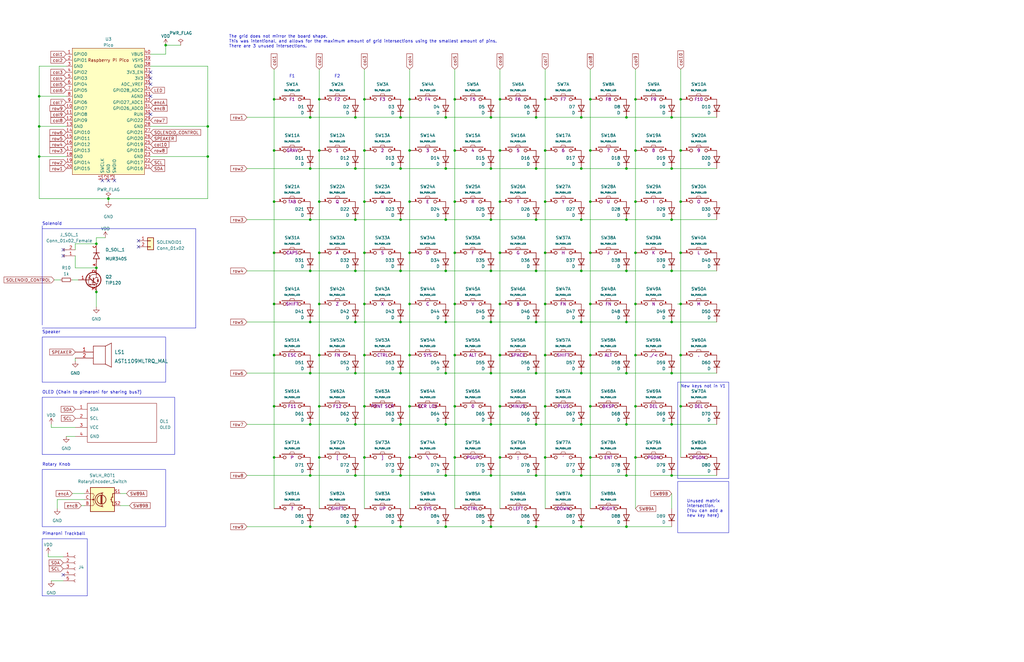
<source format=kicad_sch>
(kicad_sch (version 20230121) (generator eeschema)
  (paper "USLedger")
  (junction (at 283.21 49.53))
  (junction (at 149.86 114.3))
  (junction (at 287.02 85.09))
  (junction (at 267.97 106.68))
  (junction (at 264.16 71.12))
  (junction (at 187.96 200.66))
  (junction (at 283.21 179.07))
  (junction (at 191.77 193.04))
  (junction (at 207.01 114.3))
  (junction (at 191.77 85.09))
  (junction (at 287.02 106.68))
  (junction (at 267.97 128.27))
  (junction (at 267.97 149.86))
  (junction (at 264.16 92.71))
  (junction (at 248.92 193.04))
  (junction (at 115.57 149.86))
  (junction (at 130.81 114.3))
  (junction (at 191.77 128.27))
  (junction (at 207.01 179.07))
  (junction (at 168.91 71.12))
  (junction (at 168.91 92.71))
  (junction (at 172.72 171.45))
  (junction (at 187.96 71.12))
  (junction (at 245.11 71.12))
  (junction (at 264.16 157.48))
  (junction (at 149.86 135.89))
  (junction (at 187.96 49.53))
  (junction (at 267.97 193.04))
  (junction (at 267.97 85.09))
  (junction (at 229.87 85.09))
  (junction (at 187.96 179.07))
  (junction (at 283.21 71.12))
  (junction (at 210.82 106.68))
  (junction (at 248.92 85.09))
  (junction (at 172.72 41.91))
  (junction (at 207.01 92.71))
  (junction (at 264.16 200.66))
  (junction (at 40.64 113.03))
  (junction (at 283.21 135.89))
  (junction (at 153.67 128.27))
  (junction (at 267.97 41.91))
  (junction (at 226.06 179.07))
  (junction (at 229.87 128.27))
  (junction (at 187.96 135.89))
  (junction (at 130.81 71.12))
  (junction (at 245.11 222.25))
  (junction (at 134.62 41.91))
  (junction (at 115.57 128.27))
  (junction (at 16.51 40.64))
  (junction (at 207.01 71.12))
  (junction (at 248.92 106.68))
  (junction (at 134.62 193.04))
  (junction (at 210.82 41.91))
  (junction (at 210.82 171.45))
  (junction (at 16.51 53.34))
  (junction (at 168.91 157.48))
  (junction (at 191.77 171.45))
  (junction (at 172.72 193.04))
  (junction (at 115.57 171.45))
  (junction (at 210.82 193.04))
  (junction (at 115.57 41.91))
  (junction (at 153.67 149.86))
  (junction (at 153.67 171.45))
  (junction (at 210.82 85.09))
  (junction (at 172.72 106.68))
  (junction (at 115.57 63.5))
  (junction (at 229.87 149.86))
  (junction (at 172.72 85.09))
  (junction (at 267.97 63.5))
  (junction (at 172.72 149.86))
  (junction (at 168.91 200.66))
  (junction (at 229.87 63.5))
  (junction (at 207.01 222.25))
  (junction (at 264.16 222.25))
  (junction (at 226.06 49.53))
  (junction (at 283.21 200.66))
  (junction (at 226.06 92.71))
  (junction (at 134.62 63.5))
  (junction (at 40.64 102.87))
  (junction (at 87.63 53.34))
  (junction (at 229.87 41.91))
  (junction (at 245.11 92.71))
  (junction (at 16.51 66.04))
  (junction (at 130.81 200.66))
  (junction (at 226.06 135.89))
  (junction (at 134.62 171.45))
  (junction (at 191.77 63.5))
  (junction (at 245.11 49.53))
  (junction (at 149.86 92.71))
  (junction (at 130.81 135.89))
  (junction (at 115.57 106.68))
  (junction (at 153.67 41.91))
  (junction (at 168.91 135.89))
  (junction (at 168.91 49.53))
  (junction (at 115.57 193.04))
  (junction (at 248.92 171.45))
  (junction (at 207.01 157.48))
  (junction (at 264.16 114.3))
  (junction (at 153.67 106.68))
  (junction (at 245.11 179.07))
  (junction (at 149.86 71.12))
  (junction (at 115.57 85.09))
  (junction (at 187.96 92.71))
  (junction (at 287.02 41.91))
  (junction (at 130.81 222.25))
  (junction (at 248.92 128.27))
  (junction (at 187.96 114.3))
  (junction (at 130.81 92.71))
  (junction (at 226.06 200.66))
  (junction (at 149.86 222.25))
  (junction (at 153.67 63.5))
  (junction (at 130.81 49.53))
  (junction (at 264.16 135.89))
  (junction (at 45.72 83.82))
  (junction (at 210.82 149.86))
  (junction (at 40.64 123.19))
  (junction (at 191.77 41.91))
  (junction (at 210.82 63.5))
  (junction (at 87.63 66.04))
  (junction (at 287.02 63.5))
  (junction (at 245.11 200.66))
  (junction (at 283.21 92.71))
  (junction (at 229.87 171.45))
  (junction (at 229.87 106.68))
  (junction (at 245.11 114.3))
  (junction (at 287.02 171.45))
  (junction (at 226.06 71.12))
  (junction (at 210.82 128.27))
  (junction (at 187.96 157.48))
  (junction (at 229.87 193.04))
  (junction (at 149.86 179.07))
  (junction (at 134.62 149.86))
  (junction (at 153.67 193.04))
  (junction (at 149.86 200.66))
  (junction (at 226.06 222.25))
  (junction (at 287.02 149.86))
  (junction (at 149.86 157.48))
  (junction (at 168.91 222.25))
  (junction (at 207.01 200.66))
  (junction (at 207.01 135.89))
  (junction (at 172.72 63.5))
  (junction (at 130.81 179.07))
  (junction (at 69.85 19.05))
  (junction (at 130.81 157.48))
  (junction (at 153.67 85.09))
  (junction (at 226.06 157.48))
  (junction (at 267.97 171.45))
  (junction (at 168.91 179.07))
  (junction (at 149.86 49.53))
  (junction (at 187.96 222.25))
  (junction (at 191.77 149.86))
  (junction (at 207.01 49.53))
  (junction (at 287.02 128.27))
  (junction (at 134.62 85.09))
  (junction (at 248.92 41.91))
  (junction (at 248.92 63.5))
  (junction (at 134.62 106.68))
  (junction (at 172.72 128.27))
  (junction (at 168.91 114.3))
  (junction (at 226.06 114.3))
  (junction (at 191.77 106.68))
  (junction (at 245.11 157.48))
  (junction (at 264.16 49.53))
  (junction (at 134.62 128.27))
  (junction (at 283.21 157.48))
  (junction (at 245.11 135.89))
  (junction (at 264.16 179.07))
  (junction (at 283.21 114.3))
  (junction (at 248.92 149.86))
  (no_connect (at 58.42 101.6))
  (no_connect (at 26.67 107.95))
  (no_connect (at 48.26 76.2))
  (no_connect (at 43.18 76.2))
  (no_connect (at 63.5 48.26))
  (no_connect (at 63.5 40.64))
  (no_connect (at 63.5 35.56))
  (no_connect (at 26.67 242.57))
  (no_connect (at 26.67 105.41))
  (no_connect (at 45.72 76.2))
  (no_connect (at 63.5 33.02))
  (no_connect (at 63.5 30.48))
  (no_connect (at 58.42 104.14))
  (wire (pts (xy 130.81 200.66) (xy 149.86 200.66)))
  (wire (pts (xy 454.66 157.48) (xy 436.88 157.48)))
  (wire (pts (xy 612.14 44.45) (xy 612.14 39.37)))
  (wire (pts (xy 516.89 152.4) (xy 516.89 147.32)))
  (wire (pts (xy 627.38 152.4) (xy 627.38 201.93)))
  (wire (pts (xy 627.38 201.93) (xy 441.96 201.93)))
  (wire (pts (xy 245.11 222.25) (xy 264.16 222.25)))
  (wire (pts (xy 478.79 44.45) (xy 478.79 39.37)))
  (wire (pts (xy 577.85 113.03) (xy 577.85 125.73)))
  (wire (pts (xy 267.97 106.68) (xy 267.97 128.27)))
  (wire (pts (xy 478.79 168.91) (xy 482.6 168.91)))
  (wire (pts (xy 53.34 208.28) (xy 50.8 208.28)))
  (wire (pts (xy 596.9 173.99) (xy 593.09 173.99)))
  (wire (pts (xy 248.92 193.04) (xy 248.92 214.63)))
  (wire (pts (xy 207.01 49.53) (xy 226.06 49.53)))
  (wire (pts (xy 499.11 157.48) (xy 590.55 157.48)))
  (wire (pts (xy 473.71 217.17) (xy 478.79 217.17)))
  (wire (pts (xy 497.84 190.5) (xy 501.65 190.5)))
  (wire (pts (xy 463.55 109.22) (xy 459.74 109.22)))
  (wire (pts (xy 612.14 125.73) (xy 615.95 125.73)))
  (wire (pts (xy 497.84 125.73) (xy 501.65 125.73)))
  (wire (pts (xy 264.16 92.71) (xy 283.21 92.71)))
  (wire (pts (xy 463.55 66.04) (xy 459.74 66.04)))
  (wire (pts (xy 207.01 222.25) (xy 226.06 222.25)))
  (wire (pts (xy 436.88 39.37) (xy 444.5 39.37)))
  (wire (pts (xy 501.65 217.17) (xy 499.11 217.17)))
  (wire (pts (xy 283.21 135.89) (xy 302.26 135.89)))
  (wire (pts (xy 477.52 152.4) (xy 477.52 147.32)))
  (wire (pts (xy 245.11 71.12) (xy 264.16 71.12)))
  (wire (pts (xy 607.06 190.5) (xy 608.33 190.5)))
  (wire (pts (xy 553.72 104.14) (xy 549.91 104.14)))
  (wire (pts (xy 556.26 66.04) (xy 558.8 66.04)))
  (polyline (pts (xy 17.78 96.52) (xy 82.55 96.52)))
  (wire (pts (xy 511.81 173.99) (xy 516.89 173.99)))
  (wire (pts (xy 63.5 66.04) (xy 87.63 66.04)))
  (wire (pts (xy 477.52 147.32) (xy 473.71 147.32)))
  (wire (pts (xy 497.84 195.58) (xy 497.84 190.5)))
  (wire (pts (xy 104.14 71.12) (xy 130.81 71.12)))
  (wire (pts (xy 497.84 109.22) (xy 497.84 104.14)))
  (wire (pts (xy 492.76 87.63) (xy 497.84 87.63)))
  (wire (pts (xy 283.21 208.28) (xy 283.21 214.63)))
  (wire (pts (xy 149.86 200.66) (xy 168.91 200.66)))
  (wire (pts (xy 16.51 66.04) (xy 16.51 53.34)))
  (wire (pts (xy 596.9 109.22) (xy 593.09 109.22)))
  (wire (pts (xy 134.62 171.45) (xy 134.62 193.04)))
  (wire (pts (xy 210.82 128.27) (xy 210.82 149.86)))
  (wire (pts (xy 45.72 83.82) (xy 87.63 83.82)))
  (wire (pts (xy 593.09 82.55) (xy 596.9 82.55)))
  (wire (pts (xy 577.85 152.4) (xy 574.04 152.4)))
  (wire (pts (xy 104.14 200.66) (xy 130.81 200.66)))
  (wire (pts (xy 568.96 44.45) (xy 574.04 44.45)))
  (wire (pts (xy 104.14 157.48) (xy 130.81 157.48)))
  (wire (pts (xy 264.16 157.48) (xy 283.21 157.48)))
  (wire (pts (xy 492.76 130.81) (xy 497.84 130.81)))
  (wire (pts (xy 458.47 217.17) (xy 458.47 212.09)))
  (wire (pts (xy 264.16 114.3) (xy 283.21 114.3)))
  (wire (pts (xy 492.76 173.99) (xy 497.84 173.99)))
  (wire (pts (xy 229.87 63.5) (xy 229.87 85.09)))
  (wire (pts (xy 459.74 125.73) (xy 463.55 125.73)))
  (wire (pts (xy 191.77 41.91) (xy 191.77 63.5)))
  (wire (pts (xy 115.57 171.45) (xy 115.57 193.04)))
  (wire (pts (xy 574.04 87.63) (xy 574.04 82.55)))
  (wire (pts (xy 226.06 49.53) (xy 245.11 49.53)))
  (wire (pts (xy 549.91 87.63) (xy 551.18 87.63)))
  (wire (pts (xy 31.75 102.87) (xy 31.75 105.41)))
  (wire (pts (xy 539.75 173.99) (xy 534.67 173.99)))
  (wire (pts (xy 104.14 179.07) (xy 130.81 179.07)))
  (wire (pts (xy 168.91 157.48) (xy 187.96 157.48)))
  (wire (pts (xy 535.94 125.73) (xy 539.75 125.73)))
  (wire (pts (xy 516.89 82.55) (xy 520.7 82.55)))
  (wire (pts (xy 31.75 113.03) (xy 31.75 107.95)))
  (wire (pts (xy 283.21 200.66) (xy 302.26 200.66)))
  (wire (pts (xy 248.92 106.68) (xy 248.92 128.27)))
  (wire (pts (xy 497.84 130.81) (xy 497.84 125.73)))
  (wire (pts (xy 226.06 114.3) (xy 245.11 114.3)))
  (wire (pts (xy 535.94 217.17) (xy 535.94 212.09)))
  (wire (pts (xy 115.57 106.68) (xy 115.57 128.27)))
  (wire (pts (xy 264.16 135.89) (xy 283.21 135.89)))
  (wire (pts (xy 549.91 60.96) (xy 551.18 60.96)))
  (wire (pts (xy 454.66 195.58) (xy 459.74 195.58)))
  (wire (pts (xy 191.77 193.04) (xy 191.77 214.63)))
  (wire (pts (xy 287.02 128.27) (xy 287.02 149.86)))
  (wire (pts (xy 153.67 41.91) (xy 153.67 63.5)))
  (wire (pts (xy 609.6 179.07) (xy 609.6 168.91)))
  (wire (pts (xy 229.87 128.27) (xy 229.87 149.86)))
  (wire (pts (xy 535.94 212.09) (xy 530.86 212.09)))
  (wire (pts (xy 593.09 195.58) (xy 593.09 190.5)))
  (wire (pts (xy 633.73 60.96) (xy 626.11 60.96)))
  (wire (pts (xy 248.92 149.86) (xy 248.92 171.45)))
  (wire (pts (xy 558.8 152.4) (xy 553.72 152.4)))
  (wire (pts (xy 229.87 29.21) (xy 229.87 41.91)))
  (wire (pts (xy 596.9 195.58) (xy 593.09 195.58)))
  (wire (pts (xy 459.74 173.99) (xy 459.74 168.91)))
  (wire (pts (xy 207.01 71.12) (xy 226.06 71.12)))
  (wire (pts (xy 130.81 114.3) (xy 149.86 114.3)))
  (wire (pts (xy 539.75 217.17) (xy 535.94 217.17)))
  (wire (pts (xy 35.56 210.82) (xy 24.13 210.82)))
  (wire (pts (xy 153.67 171.45) (xy 153.67 193.04)))
  (wire (pts (xy 629.92 181.61) (xy 439.42 181.61)))
  (wire (pts (xy 478.79 125.73) (xy 482.6 125.73)))
  (wire (pts (xy 478.79 130.81) (xy 478.79 125.73)))
  (wire (pts (xy 537.21 184.15) (xy 632.46 184.15)))
  (wire (pts (xy 172.72 29.21) (xy 172.72 41.91)))
  (wire (pts (xy 283.21 157.48) (xy 302.26 157.48)))
  (wire (pts (xy 516.89 147.32) (xy 511.81 147.32)))
  (wire (pts (xy 590.55 220.98) (xy 590.55 212.09)))
  (wire (pts (xy 153.67 63.5) (xy 153.67 85.09)))
  (wire (pts (xy 473.71 195.58) (xy 477.52 195.58)))
  (wire (pts (xy 626.11 44.45) (xy 632.46 44.45)))
  (wire (pts (xy 574.04 82.55) (xy 577.85 82.55)))
  (wire (pts (xy 16.51 53.34) (xy 16.51 40.64)))
  (wire (pts (xy 207.01 135.89) (xy 226.06 135.89)))
  (wire (pts (xy 226.06 222.25) (xy 245.11 222.25)))
  (wire (pts (xy 444.5 66.04) (xy 440.69 66.04)))
  (wire (pts (xy 287.02 106.68) (xy 287.02 128.27)))
  (wire (pts (xy 459.74 104.14) (xy 454.66 104.14)))
  (wire (pts (xy 516.89 173.99) (xy 516.89 179.07)))
  (wire (pts (xy 459.74 44.45) (xy 459.74 39.37)))
  (wire (pts (xy 130.81 157.48) (xy 149.86 157.48)))
  (wire (pts (xy 287.02 29.21) (xy 287.02 41.91)))
  (wire (pts (xy 568.96 190.5) (xy 572.77 190.5)))
  (wire (pts (xy 54.61 213.36) (xy 50.8 213.36)))
  (wire (pts (xy 535.94 60.96) (xy 530.86 60.96)))
  (wire (pts (xy 172.72 128.27) (xy 172.72 149.86)))
  (wire (pts (xy 454.66 44.45) (xy 459.74 44.45)))
  (wire (pts (xy 553.72 168.91) (xy 549.91 168.91)))
  (wire (pts (xy 130.81 71.12) (xy 149.86 71.12)))
  (wire (pts (xy 134.62 85.09) (xy 134.62 106.68)))
  (wire (pts (xy 632.46 184.15) (xy 632.46 104.14)))
  (wire (pts (xy 607.06 130.81) (xy 612.14 130.81)))
  (wire (pts (xy 593.09 147.32) (xy 596.9 147.32)))
  (wire (pts (xy 588.01 212.09) (xy 590.55 212.09)))
  (wire (pts (xy 593.09 60.96) (xy 588.01 60.96)))
  (wire (pts (xy 210.82 29.21) (xy 210.82 41.91)))
  (wire (pts (xy 530.86 195.58) (xy 530.86 199.39)))
  (wire (pts (xy 572.77 168.91) (xy 568.96 168.91)))
  (wire (pts (xy 459.74 195.58) (xy 459.74 190.5)))
  (wire (pts (xy 153.67 149.86) (xy 153.67 171.45)))
  (wire (pts (xy 482.6 66.04) (xy 478.79 66.04)))
  (wire (pts (xy 454.66 152.4) (xy 454.66 157.48)))
  (wire (pts (xy 153.67 128.27) (xy 153.67 149.86)))
  (wire (pts (xy 497.84 217.17) (xy 497.84 220.98)))
  (wire (pts (xy 287.02 41.91) (xy 287.02 63.5)))
  (wire (pts (xy 40.64 123.19) (xy 40.64 129.54)))
  (wire (pts (xy 287.02 63.5) (xy 287.02 85.09)))
  (wire (pts (xy 168.91 179.07) (xy 187.96 179.07)))
  (wire (pts (xy 267.97 128.27) (xy 267.97 149.86)))
  (wire (pts (xy 520.7 173.99) (xy 520.7 171.45)))
  (wire (pts (xy 187.96 49.53) (xy 207.01 49.53)))
  (wire (pts (xy 459.74 60.96) (xy 454.66 60.96)))
  (wire (pts (xy 441.96 139.7) (xy 441.96 125.73)))
  (wire (pts (xy 574.04 44.45) (xy 574.04 39.37)))
  (wire (pts (xy 492.76 217.17) (xy 497.84 217.17)))
  (wire (pts (xy 187.96 157.48) (xy 207.01 157.48)))
  (wire (pts (xy 473.71 130.81) (xy 478.79 130.81)))
  (wire (pts (xy 34.29 213.36) (xy 35.56 213.36)))
  (wire (pts (xy 436.88 157.48) (xy 436.88 39.37)))
  (wire (pts (xy 267.97 63.5) (xy 267.97 85.09)))
  (wire (pts (xy 577.85 109.22) (xy 572.77 109.22)))
  (wire (pts (xy 229.87 149.86) (xy 229.87 171.45)))
  (wire (pts (xy 473.71 173.99) (xy 478.79 173.99)))
  (wire (pts (xy 168.91 222.25) (xy 187.96 222.25)))
  (wire (pts (xy 549.91 212.09) (xy 554.99 212.09)))
  (wire (pts (xy 22.86 118.11) (xy 25.4 118.11)))
  (wire (pts (xy 130.81 135.89) (xy 149.86 135.89)))
  (wire (pts (xy 612.14 130.81) (xy 612.14 125.73)))
  (wire (pts (xy 607.06 152.4) (xy 612.14 152.4)))
  (wire (pts (xy 454.66 87.63) (xy 459.74 87.63)))
  (wire (pts (xy 172.72 41.91) (xy 172.72 63.5)))
  (wire (pts (xy 497.84 87.63) (xy 497.84 82.55)))
  (wire (pts (xy 245.11 179.07) (xy 264.16 179.07)))
  (wire (pts (xy 608.33 190.5) (xy 608.33 199.39)))
  (wire (pts (xy 16.51 66.04) (xy 16.51 83.82)))
  (wire (pts (xy 210.82 85.09) (xy 210.82 106.68)))
  (wire (pts (xy 553.72 195.58) (xy 553.72 190.5)))
  (wire (pts (xy 551.18 87.63) (xy 551.18 60.96)))
  (wire (pts (xy 187.96 179.07) (xy 207.01 179.07)))
  (wire (pts (xy 191.77 29.21) (xy 191.77 41.91)))
  (wire (pts (xy 497.84 39.37) (xy 501.65 39.37)))
  (wire (pts (xy 549.91 130.81) (xy 554.99 130.81)))
  (wire (pts (xy 626.11 87.63) (xy 629.92 87.63)))
  (wire (pts (xy 191.77 149.86) (xy 191.77 171.45)))
  (wire (pts (xy 172.72 149.86) (xy 172.72 171.45)))
  (wire (pts (xy 511.81 87.63) (xy 516.89 87.63)))
  (wire (pts (xy 24.13 210.82) (xy 24.13 214.63)))
  (wire (pts (xy 554.99 130.81) (xy 554.99 125.73)))
  (wire (pts (xy 549.91 190.5) (xy 553.72 190.5)))
  (wire (pts (xy 31.75 102.87) (xy 40.64 102.87)))
  (wire (pts (xy 104.14 114.3) (xy 130.81 114.3)))
  (wire (pts (xy 267.97 171.45) (xy 267.97 193.04)))
  (wire (pts (xy 134.62 41.91) (xy 134.62 63.5)))
  (wire (pts (xy 226.06 200.66) (xy 245.11 200.66)))
  (wire (pts (xy 459.74 39.37) (xy 463.55 39.37)))
  (wire (pts (xy 245.11 114.3) (xy 264.16 114.3)))
  (wire (pts (xy 115.57 29.21) (xy 115.57 41.91)))
  (wire (pts (xy 20.32 233.68) (xy 20.32 234.95)))
  (wire (pts (xy 104.14 135.89) (xy 130.81 135.89)))
  (wire (pts (xy 492.76 195.58) (xy 497.84 195.58)))
  (wire (pts (xy 478.79 109.22) (xy 478.79 104.14)))
  (wire (pts (xy 568.96 130.81) (xy 572.77 130.81)))
  (wire (pts (xy 187.96 222.25) (xy 207.01 222.25)))
  (wire (pts (xy 134.62 193.04) (xy 134.62 214.63)))
  (wire (pts (xy 440.69 147.32) (xy 444.5 147.32)))
  (wire (pts (xy 153.67 85.09) (xy 153.67 106.68)))
  (wire (pts (xy 21.59 179.07) (xy 21.59 180.34)))
  (wire (pts (xy 248.92 29.21) (xy 248.92 41.91)))
  (wire (pts (xy 612.14 147.32) (xy 615.95 147.32)))
  (wire (pts (xy 168.91 135.89) (xy 187.96 135.89)))
  (wire (pts (xy 497.84 44.45) (xy 497.84 39.37)))
  (wire (pts (xy 535.94 39.37) (xy 539.75 39.37)))
  (wire (pts (xy 477.52 195.58) (xy 477.52 190.5)))
  (wire (pts (xy 459.74 168.91) (xy 463.55 168.91)))
  (wire (pts (xy 530.86 130.81) (xy 535.94 130.81)))
  (wire (pts (xy 577.85 173.99) (xy 572.77 173.99)))
  (wire (pts (xy 149.86 49.53) (xy 168.91 49.53)))
  (wire (pts (xy 226.06 135.89) (xy 245.11 135.89)))
  (wire (pts (xy 478.79 60.96) (xy 473.71 60.96)))
  (wire (pts (xy 187.96 71.12) (xy 207.01 71.12)))
  (wire (pts (xy 191.77 128.27) (xy 191.77 149.86)))
  (wire (pts (xy 473.71 87.63) (xy 478.79 87.63)))
  (wire (pts (xy 134.62 128.27) (xy 134.62 149.86)))
  (wire (pts (xy 248.92 41.91) (xy 248.92 63.5)))
  (wire (pts (xy 172.72 193.04) (xy 172.72 214.63)))
  (wire (pts (xy 534.67 104.14) (xy 530.86 104.14)))
  (wire (pts (xy 612.14 109.22) (xy 612.14 104.14)))
  (wire (pts (xy 21.59 245.11) (xy 26.67 245.11)))
  (wire (pts (xy 558.8 173.99) (xy 553.72 173.99)))
  (wire (pts (xy 459.74 66.04) (xy 459.74 60.96)))
  (wire (pts (xy 593.09 125.73) (xy 596.9 125.73)))
  (wire (pts (xy 539.75 66.04) (xy 535.94 66.04)))
  (wire (pts (xy 87.63 66.04) (xy 87.63 83.82)))
  (wire (pts (xy 497.84 220.98) (xy 590.55 220.98)))
  (wire (pts (xy 558.8 113.03) (xy 577.85 113.03)))
  (wire (pts (xy 558.8 109.22) (xy 558.8 113.03)))
  (wire (pts (xy 516.89 39.37) (xy 520.7 39.37)))
  (wire (pts (xy 149.86 135.89) (xy 168.91 135.89)))
  (wire (pts (xy 40.64 100.33) (xy 44.45 100.33)))
  (wire (pts (xy 516.89 217.17) (xy 516.89 212.09)))
  (wire (pts (xy 245.11 92.71) (xy 264.16 92.71)))
  (wire (pts (xy 511.81 195.58) (xy 516.89 195.58)))
  (wire (pts (xy 168.91 92.71) (xy 187.96 92.71)))
  (wire (pts (xy 207.01 114.3) (xy 226.06 114.3)))
  (wire (pts (xy 535.94 66.04) (xy 535.94 60.96)))
  (wire (pts (xy 267.97 193.04) (xy 267.97 214.63)))
  (wire (pts (xy 459.74 109.22) (xy 459.74 104.14)))
  (wire (pts (xy 248.92 63.5) (xy 248.92 85.09)))
  (wire (pts (xy 115.57 63.5) (xy 115.57 85.09)))
  (wire (pts (xy 499.11 217.17) (xy 499.11 157.48)))
  (wire (pts (xy 16.51 83.82) (xy 45.72 83.82)))
  (wire (pts (xy 459.74 130.81) (xy 459.74 125.73)))
  (wire (pts (xy 574.04 39.37) (xy 580.39 39.37)))
  (wire (pts (xy 633.73 160.02) (xy 633.73 60.96)))
  (wire (pts (xy 115.57 193.04) (xy 115.57 214.63)))
  (wire (pts (xy 497.84 147.32) (xy 492.76 147.32)))
  (wire (pts (xy 534.67 168.91) (xy 530.86 168.91)))
  (wire (pts (xy 134.62 63.5) (xy 134.62 85.09)))
  (wire (pts (xy 539.75 109.22) (xy 534.67 109.22)))
  (wire (pts (xy 149.86 179.07) (xy 168.91 179.07)))
  (wire (pts (xy 590.55 44.45) (xy 593.09 44.45)))
  (wire (pts (xy 588.01 87.63) (xy 593.09 87.63)))
  (wire (pts (xy 516.89 104.14) (xy 511.81 104.14)))
  (wire (pts (xy 530.86 87.63) (xy 535.94 87.63)))
  (wire (pts (xy 553.72 173.99) (xy 553.72 168.91)))
  (wire (pts (xy 153.67 29.21) (xy 153.67 41.91)))
  (wire (pts (xy 187.96 92.71) (xy 207.01 92.71)))
  (wire (pts (xy 478.79 104.14) (xy 473.71 104.14)))
  (wire (pts (xy 612.14 104.14) (xy 607.06 104.14)))
  (wire (pts (xy 520.7 66.04) (xy 515.62 66.04)))
  (wire (pts (xy 245.11 200.66) (xy 264.16 200.66)))
  (wire (pts (xy 516.89 160.02) (xy 633.73 160.02)))
  (wire (pts (xy 264.16 200.66) (xy 283.21 200.66)))
  (wire (pts (xy 553.72 147.32) (xy 549.91 147.32)))
  (wire (pts (xy 612.14 82.55) (xy 615.95 82.55)))
  (wire (pts (xy 207.01 157.48) (xy 226.06 157.48)))
  (wire (pts (xy 478.79 66.04) (xy 478.79 60.96)))
  (wire (pts (xy 444.5 109.22) (xy 441.96 109.22)))
  (wire (pts (xy 245.11 157.48) (xy 264.16 157.48)))
  (wire (pts (xy 520.7 109.22) (xy 516.89 109.22)))
  (wire (pts (xy 511.81 44.45) (xy 516.89 44.45)))
  (wire (pts (xy 516.89 44.45) (xy 516.89 39.37)))
  (wire (pts (xy 577.85 66.04) (xy 574.04 66.04)))
  (wire (pts (xy 454.66 217.17) (xy 458.47 217.17)))
  (wire (pts (xy 609.6 168.91) (xy 607.06 168.91)))
  (wire (pts (xy 207.01 92.71) (xy 226.06 92.71)))
  (wire (pts (xy 588.01 190.5) (xy 593.09 190.5)))
  (wire (pts (xy 149.86 157.48) (xy 168.91 157.48)))
  (wire (pts (xy 115.57 85.09) (xy 115.57 106.68)))
  (wire (pts (xy 593.09 104.14) (xy 588.01 104.14)))
  (wire (pts (xy 283.21 71.12) (xy 302.26 71.12)))
  (wire (pts (xy 530.86 44.45) (xy 535.94 44.45)))
  (wire (pts (xy 492.76 104.14) (xy 497.84 104.14)))
  (wire (pts (xy 572.77 173.99) (xy 572.77 168.91)))
  (wire (pts (xy 229.87 193.04) (xy 229.87 214.63)))
  (wire (pts (xy 516.89 171.45) (xy 516.89 160.02)))
  (wire (pts (xy 520.7 217.17) (xy 516.89 217.17)))
  (wire (pts (xy 478.79 82.55) (xy 482.6 82.55)))
  (wire (pts (xy 245.11 49.53) (xy 264.16 49.53)))
  (wire (pts (xy 130.81 179.07) (xy 149.86 179.07)))
  (wire (pts (xy 497.84 66.04) (xy 497.84 60.96)))
  (wire (pts (xy 441.96 201.93) (xy 441.96 212.09)))
  (wire (pts (xy 473.71 44.45) (xy 478.79 44.45)))
  (wire (pts (xy 245.11 135.89) (xy 264.16 135.89)))
  (wire (pts (xy 588.01 130.81) (xy 593.09 130.81)))
  (wire (pts (xy 516.89 190.5) (xy 520.7 190.5)))
  (wire (pts (xy 229.87 171.45) (xy 229.87 193.04)))
  (wire (pts (xy 482.6 152.4) (xy 477.52 152.4)))
  (wire (pts (xy 267.97 41.91) (xy 267.97 63.5)))
  (wire (pts (xy 593.09 109.22) (xy 593.09 104.14)))
  (wire (pts (xy 40.64 100.33) (xy 40.64 102.87)))
  (wire (pts (xy 248.92 128.27) (xy 248.92 149.86)))
  (wire (pts (xy 477.52 190.5) (xy 482.6 190.5)))
  (wire (pts (xy 593.09 168.91) (xy 588.01 168.91)))
  (wire (pts (xy 267.97 149.86) (xy 267.97 171.45)))
  (wire (pts (xy 69.85 19.05) (xy 76.2 19.05)))
  (wire (pts (xy 153.67 106.68) (xy 153.67 128.27)))
  (wire (pts (xy 130.81 49.53) (xy 149.86 49.53)))
  (wire (pts (xy 16.51 27.94) (xy 16.51 40.64)))
  (wire (pts (xy 226.06 179.07) (xy 245.11 179.07)))
  (wire (pts (xy 153.67 193.04) (xy 153.67 214.63)))
  (wire (pts (xy 497.84 168.91) (xy 501.65 168.91)))
  (wire (pts (xy 568.96 87.63) (xy 574.04 87.63)))
  (wire (pts (xy 441.96 109.22) (xy 441.96 82.55)))
  (wire (pts (xy 63.5 22.86) (xy 69.85 22.86)))
  (wire (pts (xy 535.94 44.45) (xy 535.94 39.37)))
  (wire (pts (xy 537.21 195.58) (xy 539.75 195.58)))
  (wire (pts (xy 607.06 44.45) (xy 612.14 44.45)))
  (wire (pts (xy 168.91 49.53) (xy 187.96 49.53)))
  (wire (pts (xy 187.96 200.66) (xy 207.01 200.66)))
  (wire (pts (xy 27.94 184.15) (xy 31.75 184.15)))
  (wire (pts (xy 210.82 63.5) (xy 210.82 85.09)))
  (wire (pts (xy 229.87 106.68) (xy 229.87 128.27)))
  (wire (pts (xy 534.67 109.22) (xy 534.67 104.14)))
  (wire (pts (xy 612.14 87.63) (xy 612.14 82.55)))
  (wire (pts (xy 187.96 135.89) (xy 207.01 135.89)))
  (wire (pts (xy 574.04 66.04) (xy 574.04 60.96)))
  (wire (pts (xy 191.77 85.09) (xy 191.77 106.68)))
  (wire (pts (xy 287.02 171.45) (xy 287.02 193.04)))
  (wire (pts (xy 612.14 39.37) (xy 615.95 39.37)))
  (wire (pts (xy 558.8 217.17) (xy 554.99 217.17)))
  (wire (pts (xy 87.63 53.34) (xy 87.63 66.04)))
  (wire (pts (xy 21.59 180.34) (xy 31.75 180.34)))
  (wire (pts (xy 593.09 66.04) (xy 593.09 60.96)))
  (wire (pts (xy 229.87 41.91) (xy 229.87 63.5)))
  (wire (pts (xy 20.32 234.95) (xy 26.67 234.95)))
  (wire (pts (xy 168.91 71.12) (xy 187.96 71.12)))
  (wire (pts (xy 441.96 125.73) (xy 444.5 125.73)))
  (wire (pts (xy 104.14 92.71) (xy 130.81 92.71)))
  (wire (pts (xy 16.51 27.94) (xy 27.94 27.94)))
  (wire (pts (xy 593.09 44.45) (xy 593.09 39.37)))
  (wire (pts (xy 516.89 125.73) (xy 520.7 125.73)))
  (wire (pts (xy 207.01 200.66) (xy 226.06 200.66)))
  (wire (pts (xy 16.51 53.34) (xy 27.94 53.34)))
  (wire (pts (xy 440.69 66.04) (xy 440.69 147.32)))
  (wire (pts (xy 572.77 115.57) (xy 553.72 115.57)))
  (wire (pts (xy 283.21 92.71) (xy 302.26 92.71)))
  (wire (pts (xy 149.86 222.25) (xy 168.91 222.25)))
  (wire (pts (xy 226.06 71.12) (xy 245.11 71.12)))
  (wire (pts (xy 492.76 60.96) (xy 497.84 60.96)))
  (wire (pts (xy 149.86 92.71) (xy 168.91 92.71)))
  (wire (pts (xy 210.82 193.04) (xy 210.82 214.63)))
  (wire (pts (xy 572.77 109.22) (xy 572.77 104.14)))
  (wire (pts (xy 574.04 60.96) (xy 568.96 60.96)))
  (wire (pts (xy 612.14 152.4) (xy 612.14 147.32)))
  (wire (pts (xy 497.84 152.4) (xy 497.84 147.32)))
  (wire (pts (xy 535.94 82.55) (xy 539.75 82.55)))
  (wire (pts (xy 537.21 184.15) (xy 537.21 195.58)))
  (wire (pts (xy 516.89 195.58) (xy 516.89 190.5)))
  (wire (pts (xy 283.21 49.53) (xy 302.26 49.53)))
  (wire (pts (xy 478.79 212.09) (xy 482.6 212.09)))
  (wire (pts (xy 172.72 171.45) (xy 172.72 193.04)))
  (wire (pts (xy 30.48 208.28) (xy 35.56 208.28)))
  (wire (pts (xy 556.26 82.55) (xy 558.8 82.55)))
  (wire (pts (xy 497.84 173.99) (xy 497.84 168.91)))
  (wire (pts (xy 210.82 149.86) (xy 210.82 171.45)))
  (wire (pts (xy 248.92 85.09) (xy 248.92 106.68)))
  (wire (pts (xy 520.7 171.45) (xy 516.89 171.45)))
  (wire (pts (xy 439.42 168.91) (xy 444.5 168.91)))
  (wire (pts (xy 187.96 114.3) (xy 207.01 114.3)))
  (wire (pts (xy 626.11 104.14) (xy 632.46 104.14)))
  (wire (pts (xy 556.26 66.04) (xy 556.26 82.55)))
  (wire (pts (xy 593.09 87.63) (xy 593.09 82.55)))
  (wire (pts (xy 492.76 44.45) (xy 497.84 44.45)))
  (wire (pts (xy 229.87 85.09) (xy 229.87 106.68)))
  (wire (pts (xy 31.75 152.4) (xy 31.75 151.13)))
  (wire (pts (xy 626.11 130.81) (xy 627.38 130.81)))
  (wire (pts (xy 441.96 82.55) (xy 444.5 82.55)))
  (wire (pts (xy 458.47 212.09) (xy 463.55 212.09)))
  (wire (pts (xy 572.77 130.81) (xy 572.77 115.57)))
  (wire (pts (xy 572.77 195.58) (xy 572.77 190.5)))
  (wire (pts (xy 134.62 106.68) (xy 134.62 128.27)))
  (wire (pts (xy 283.21 114.3) (xy 302.26 114.3)))
  (polyline (pts (xy 17.78 95.25) (xy 17.78 137.16)))
  (wire (pts (xy 149.86 71.12) (xy 168.91 71.12)))
  (wire (pts (xy 454.66 130.81) (xy 459.74 130.81)))
  (wire (pts (xy 115.57 41.91) (xy 115.57 63.5)))
  (wire (pts (xy 441.96 212.09) (xy 444.5 212.09)))
  (wire (pts (xy 191.77 171.45) (xy 191.77 193.04)))
  (wire (pts (xy 210.82 41.91) (xy 210.82 63.5)))
  (wire (pts (xy 501.65 66.04) (xy 497.84 66.04)))
  (wire (pts (xy 207.01 179.07) (xy 226.06 179.07)))
  (wire (pts (xy 497.84 82.55) (xy 501.65 82.55)))
  (wire (pts (xy 226.06 157.48) (xy 245.11 157.48)))
  (wire (pts (xy 27.94 66.04) (xy 16.51 66.04)))
  (wire (pts (xy 210.82 171.45) (xy 210.82 193.04)))
  (wire (pts (xy 130.81 222.25) (xy 149.86 222.25)))
  (wire (pts (xy 632.46 27.94) (xy 439.42 27.94)))
  (wire (pts (xy 627.38 130.81) (xy 627.38 139.7)))
  (wire (pts (xy 104.14 49.53) (xy 130.81 49.53)))
  (wire (pts (xy 454.66 173.99) (xy 459.74 173.99)))
  (wire (pts (xy 172.72 85.09) (xy 172.72 106.68)))
  (wire (pts (xy 149.86 114.3) (xy 168.91 114.3)))
  (wire (pts (xy 439.42 181.61) (xy 439.42 190.5)))
  (wire (pts (xy 516.89 179.07) (xy 609.6 179.07)))
  (wire (pts (xy 534.67 173.99) (xy 534.67 168.91)))
  (wire (pts (xy 287.02 85.09) (xy 287.02 106.68)))
  (wire (pts (xy 478.79 173.99) (xy 478.79 168.91)))
  (wire (pts (xy 115.57 149.86) (xy 115.57 171.45)))
  (wire (pts (xy 168.91 200.66) (xy 187.96 200.66)))
  (wire (pts (xy 69.85 19.05) (xy 69.85 22.86)))
  (wire (pts (xy 63.5 27.94) (xy 87.63 27.94)))
  (wire (pts (xy 439.42 27.94) (xy 439.42 168.91)))
  (wire (pts (xy 478.79 39.37) (xy 482.6 39.37)))
  (wire (pts (xy 63.5 53.34) (xy 87.63 53.34)))
  (wire (pts (xy 264.16 49.53) (xy 283.21 49.53)))
  (wire (pts (xy 459.74 190.5) (xy 463.55 190.5)))
  (wire (pts (xy 572.77 217.17) (xy 572.77 212.09)))
  (wire (pts (xy 191.77 106.68) (xy 191.77 128.27)))
  (wire (pts (xy 478.79 87.63) (xy 478.79 82.55)))
  (wire (pts (xy 515.62 60.96) (xy 511.81 60.96)))
  (wire (pts (xy 134.62 149.86) (xy 134.62 171.45)))
  (wire (pts (xy 134.62 29.21) (xy 134.62 41.91)))
  (wire (pts (xy 287.02 149.86) (xy 287.02 171.45)))
  (wire (pts (xy 459.74 82.55) (xy 463.55 82.55)))
  (wire (pts (xy 459.74 87.63) (xy 459.74 82.55)))
  (wire (pts (xy 516.89 109.22) (xy 516.89 104.14)))
  (wire (pts (xy 115.57 128.27) (xy 115.57 149.86)))
  (wire (pts (xy 264.16 179.07) (xy 283.21 179.07)))
  (wire (pts (xy 511.81 130.81) (xy 516.89 130.81)))
  (wire (pts (xy 530.86 199.39) (xy 608.33 199.39)))
  (wire (pts (xy 535.94 130.81) (xy 535.94 125.73)))
  (wire (pts (xy 590.55 157.48) (xy 590.55 147.32)))
  (wire (pts (xy 593.09 173.99) (xy 593.09 168.91)))
  (wire (pts (xy 285.75 128.27) (xy 287.02 128.27)))
  (wire (pts (xy 459.74 152.4) (xy 459.74 139.7)))
  (wire (pts (xy 16.51 40.64) (xy 27.94 40.64)))
  (wire (pts (xy 439.42 190.5) (xy 444.5 190.5)))
  (wire (pts (xy 267.97 29.21) (xy 267.97 41.91)))
  (wire (pts (xy 539.75 152.4) (xy 535.94 152.4)))
  (wire (pts (xy 610.87 66.04) (xy 610.87 60.96)))
  (wire (pts (xy 574.04 152.4) (xy 574.04 147.32)))
  (wire (pts (xy 459.74 139.7) (xy 441.96 139.7)))
  (wire (pts (xy 554.99 217.17) (xy 554.99 212.09)))
  (wire (pts (xy 553.72 115.57) (xy 553.72 104.14)))
  (wire (pts (xy 568.96 147.32) (xy 574.04 147.32)))
  (wire (pts (xy 535.94 87.63) (xy 535.94 82.55)))
  (wire (pts (xy 172.72 106.68) (xy 172.72 128.27)))
  (wire (pts (xy 615.95 66.04) (xy 610.87 66.04)))
  (wire (pts (xy 40.64 121.92) (xy 40.64 123.19)))
  (wire (pts (xy 520.7 152.4) (xy 516.89 152.4)))
  (wire (pts (xy 516.89 212.09) (xy 511.81 212.09)))
  (wire (pts (xy 593.09 130.81) (xy 593.09 125.73)))
  (wire (pts (xy 572.77 212.09) (xy 568.96 212.09)))
  (wire (pts (xy 104.14 222.25) (xy 130.81 222.25)))
  (wire (pts (xy 615.95 109.22) (xy 612.14 109.22)))
  (wire (pts (xy 168.91 114.3) (xy 187.96 114.3)))
  (wire (pts (xy 535.94 152.4) (xy 535.94 147.32)))
  (wire (pts (xy 172.72 63.5) (xy 172.72 85.09)))
  (wire (pts (xy 554.99 125.73) (xy 558.8 125.73)))
  (wire (pts (xy 130.81 92.71) (xy 149.86 92.71)))
  (wire (pts (xy 629.92 87.63) (xy 629.92 181.61)))
  (polyline (pts (xy 17.78 138.43) (xy 82.55 138.43)))
  (wire (pts (xy 226.06 92.71) (xy 245.11 92.71)))
  (wire (pts (xy 87.63 27.94) (xy 87.63 53.34)))
  (wire (pts (xy 191.77 63.5) (xy 191.77 85.09)))
  (wire (pts (xy 590.55 147.32) (xy 588.01 147.32)))
  (wire (pts (xy 478.79 217.17) (xy 478.79 212.09)))
  (wire (pts (xy 516.89 130.81) (xy 516.89 125.73)))
  (wire (pts (xy 501.65 109.22) (xy 497.84 109.22)))
  (wire (pts (xy 593.09 139.7) (xy 627.38 139.7)))
  (wire (pts (xy 596.9 66.04) (xy 593.09 66.04)))
  (wire (pts (xy 30.48 118.11) (xy 33.02 118.11)))
  (wire (pts (xy 607.06 87.63) (xy 612.14 87.63)))
  (wire (pts (xy 553.72 152.4) (xy 553.72 147.32)))
  (wire (pts (xy 593.09 39.37) (xy 596.9 39.37)))
  (wire (pts (xy 626.11 152.4) (xy 627.38 152.4)))
  (wire (pts (xy 501.65 152.4) (xy 497.84 152.4)))
  (wire (pts (xy 632.46 44.45) (xy 632.46 27.94)))
  (wire (pts (xy 248.92 171.45) (xy 248.92 193.04)))
  (wire (pts (xy 210.82 106.68) (xy 210.82 128.27)))
  (wire (pts (xy 558.8 195.58) (xy 553.72 195.58)))
  (wire (pts (xy 593.09 139.7) (xy 593.09 147.32)))
  (wire (pts (xy 482.6 109.22) (xy 478.79 109.22)))
  (wire (pts (xy 283.21 179.07) (xy 302.26 179.07)))
  (wire (pts (xy 610.87 60.96) (xy 607.06 60.96)))
  (wire (pts (xy 463.55 152.4) (xy 459.74 152.4)))
  (wire (pts (xy 515.62 66.04) (xy 515.62 60.96)))
  (polyline (pts (xy 82.55 138.43) (xy 82.55 96.52)))
  (wire (pts (xy 31.75 113.03) (xy 40.64 113.03)))
  (wire (pts (xy 535.94 147.32) (xy 530.86 147.32)))
  (wire (pts (xy 264.16 222.25) (xy 283.21 222.25)))
  (wire (pts (xy 45.72 85.09) (xy 45.72 83.82)))
  (wire (pts (xy 516.89 87.63) (xy 516.89 82.55)))
  (wire (pts (xy 264.16 71.12) (xy 283.21 71.12)))
  (wire (pts (xy 267.97 85.09) (xy 267.97 106.68)))
  (wire (pts (xy 572.77 104.14) (xy 568.96 104.14)))
  (wire (pts (xy 577.85 217.17) (xy 572.77 217.17)))
  (wire (pts (xy 577.85 195.58) (xy 572.77 195.58)))
  (rectangle (start 17.78 167.64) (end 73.66 191.77))
  (rectangle (start 17.78 198.12) (end 69.85 222.25))
  (rectangle (start 285.75 161.29) (end 307.34 201.93))
  (rectangle (start 17.78 227.33) (end 36.83 251.46))
  (rectangle (start 612.14 205.74) (end 633.73 220.98))
  (rectangle (start 17.78 142.24) (end 69.85 161.29))
  (rectangle (start 285.75 203.2) (end 307.34 224.79))
  (text "Unused matrix \nintersection. \n(You can add a\nnew key here)" (at 289.56 218.44 0) (effects (font (size 1.27 1.27)) (justify left bottom)))
  (text "The LEDs are wired according to board shape, so it gets a big ugly." (at 436.88 26.67 0) (effects (font (size 1.27 1.27)) (justify left bottom)))
  (text "The grid does not mirror the board shape. \nThis was intentional, and allows for the maximum amount of grid intersections using the smallest amount of pins. \nThere are 3 unused intersections." (at 96.52 20.32 0) (effects (font (size 1.27 1.27)) (justify left bottom)))
  (text "Solenoid" (at 17.78 95.25 0) (effects (font (size 1.27 1.27)) (justify left bottom)))
  (text "Rotary Knob" (at 17.78 196.85 0) (effects (font (size 1.27 1.27)) (justify left bottom)))
  (text "New keys not in V1\n" (at 287.02 163.83 0) (effects (font (size 1.27 1.27)) (justify left bottom)))
  (text "Speaker" (at 17.78 140.97 0) (effects (font (size 1.27 1.27)) (justify left bottom)))
  (text "OLED (Chain to pimaroni for sharing bus?)\n" (at 17.78 166.37 0) (effects (font (size 1.27 1.27)) (justify left bottom)))
  (text "Pimaroni Trackball\n" (at 17.78 226.06 0) (effects (font (size 1.27 1.27)) (justify left bottom)))
  (text "F1" (at 121.92 33.02 0) (effects (font (size 1.27 1.27)) (justify left bottom)))
  (text "Unused matrix \nintersection. \n(You can add a\nnew key here)" (at 615.95 214.63 0) (effects (font (size 1.27 1.27)) (justify left bottom)))
  (text "F2" (at 140.97 33.02 0) (effects (font (size 1.27 1.27)) (justify left bottom)))
  (global_label "row3" (shape input) (at 27.94 63.5 180) (property "Intersheetrefs" "${INTERSHEET_REFS}" (effects hide)))
  (global_label "col3" (shape input) (at 153.67 29.21 90) (property "Intersheetrefs" "${INTERSHEET_REFS}" (effects hide)))
  (global_label "SW89B" (shape input) (at 283.21 208.28 180) (property "Intersheetrefs" "${INTERSHEET_REFS}" (effects hide)))
  (global_label "SW89A" (shape input) (at 267.97 214.63 0) (property "Intersheetrefs" "${INTERSHEET_REFS}" (effects hide)))
  (global_label "col2" (shape input) (at 27.94 25.4 180) (property "Intersheetrefs" "${INTERSHEET_REFS}" (effects hide)))
  (global_label "SCL" (shape input) (at 26.67 240.03 180) (property "Intersheetrefs" "${INTERSHEET_REFS}" (effects hide)))
  (global_label "row9" (shape input) (at 27.94 45.72 180) (property "Intersheetrefs" "${INTERSHEET_REFS}" (effects hide)))
  (global_label "col5" (shape input) (at 27.94 35.56 180) (property "Intersheetrefs" "${INTERSHEET_REFS}" (effects hide)))
  (global_label "row6" (shape input) (at 27.94 55.88 180) (property "Intersheetrefs" "${INTERSHEET_REFS}" (effects hide)))
  (global_label "encA" (shape input) (at 63.5 43.18 0) (property "Intersheetrefs" "${INTERSHEET_REFS}" (effects hide)))
  (global_label "col10" (shape input) (at 287.02 29.21 90) (property "Intersheetrefs" "${INTERSHEET_REFS}" (effects hide)))
  (global_label "encA" (shape input) (at 30.48 208.28 180) (property "Intersheetrefs" "${INTERSHEET_REFS}" (effects hide)))
  (global_label "row1" (shape input) (at 104.14 49.53 180) (property "Intersheetrefs" "${INTERSHEET_REFS}" (effects hide)))
  (global_label "col1" (shape input) (at 115.57 29.21 90) (property "Intersheetrefs" "${INTERSHEET_REFS}" (effects hide)))
  (global_label "SOLENOID_CONTROL" (shape input) (at 63.5 55.88 0) (property "Intersheetrefs" "${INTERSHEET_REFS}" (effects hide)))
  (global_label "col3" (shape input) (at 27.94 30.48 180) (property "Intersheetrefs" "${INTERSHEET_REFS}" (effects hide)))
  (global_label "SOLENOID_CONTROL" (shape input) (at 22.86 118.11 180) (property "Intersheetrefs" "${INTERSHEET_REFS}" (effects hide)))
  (global_label "col4" (shape input) (at 172.72 29.21 90) (property "Intersheetrefs" "${INTERSHEET_REFS}" (effects hide)))
  (global_label "col1" (shape input) (at 27.94 22.86 180) (property "Intersheetrefs" "${INTERSHEET_REFS}" (effects hide)))
  (global_label "SDA" (shape input) (at 63.5 71.12 0) (property "Intersheetrefs" "${INTERSHEET_REFS}" (effects hide)))
  (global_label "col4" (shape input) (at 27.94 33.02 180) (property "Intersheetrefs" "${INTERSHEET_REFS}" (effects hide)))
  (global_label "row9" (shape input) (at 104.14 222.25 180) (property "Intersheetrefs" "${INTERSHEET_REFS}" (effects hide)))
  (global_label "col5" (shape input) (at 191.77 29.21 90) (property "Intersheetrefs" "${INTERSHEET_REFS}" (effects hide)))
  (global_label "encB" (shape input) (at 34.29 213.36 180) (property "Intersheetrefs" "${INTERSHEET_REFS}" (effects hide)))
  (global_label "encB" (shape input) (at 63.5 45.72 0) (property "Intersheetrefs" "${INTERSHEET_REFS}" (effects hide)))
  (global_label "row3" (shape input) (at 104.14 92.71 180) (property "Intersheetrefs" "${INTERSHEET_REFS}" (effects hide)))
  (global_label "SDA" (shape input) (at 26.67 237.49 180) (property "Intersheetrefs" "${INTERSHEET_REFS}" (effects hide)))
  (global_label "row2" (shape input) (at 104.14 71.12 180) (property "Intersheetrefs" "${INTERSHEET_REFS}" (effects hide)))
  (global_label "row7" (shape input) (at 104.14 179.07 180) (property "Intersheetrefs" "${INTERSHEET_REFS}" (effects hide)))
  (global_label "col9" (shape input) (at 27.94 48.26 180) (property "Intersheetrefs" "${INTERSHEET_REFS}" (effects hide)))
  (global_label "LED" (shape input) (at 558.8 39.37 180) (property "Intersheetrefs" "${INTERSHEET_REFS}" (effects hide)))
  (global_label "SCL" (shape input) (at 31.75 176.53 180) (property "Intersheetrefs" "${INTERSHEET_REFS}" (effects hide)))
  (global_label "col6" (shape input) (at 210.82 29.21 90) (property "Intersheetrefs" "${INTERSHEET_REFS}" (effects hide)))
  (global_label "SCL" (shape input) (at 63.5 68.58 0) (property "Intersheetrefs" "${INTERSHEET_REFS}" (effects hide)))
  (global_label "LED" (shape input) (at 63.5 38.1 0) (property "Intersheetrefs" "${INTERSHEET_REFS}" (effects hide)))
  (global_label "col7" (shape input) (at 229.87 29.21 90) (property "Intersheetrefs" "${INTERSHEET_REFS}" (effects hide)))
  (global_label "row5" (shape input) (at 27.94 58.42 180) (property "Intersheetrefs" "${INTERSHEET_REFS}" (effects hide)))
  (global_label "col2" (shape input) (at 134.62 29.21 90) (property "Intersheetrefs" "${INTERSHEET_REFS}" (effects hide)))
  (global_label "col9" (shape input) (at 267.97 29.21 90) (property "Intersheetrefs" "${INTERSHEET_REFS}" (effects hide)))
  (global_label "row7" (shape input) (at 63.5 50.8 0) (property "Intersheetrefs" "${INTERSHEET_REFS}" (effects hide)))
  (global_label "SW89B" (shape input) (at 54.61 213.36 0) (property "Intersheetrefs" "${INTERSHEET_REFS}" (effects hide)))
  (global_label "SDA" (shape input) (at 31.75 172.72 180) (property "Intersheetrefs" "${INTERSHEET_REFS}" (effects hide)))
  (global_label "col8" (shape input) (at 248.92 29.21 90) (property "Intersheetrefs" "${INTERSHEET_REFS}" (effects hide)))
  (global_label "SW89A" (shape input) (at 53.34 208.28 0) (property "Intersheetrefs" "${INTERSHEET_REFS}" (effects hide)))
  (global_label "row4" (shape input) (at 104.14 114.3 180) (property "Intersheetrefs" "${INTERSHEET_REFS}" (effects hide)))
  (global_label "SPEAKER" (shape input) (at 63.5 58.42 0) (property "Intersheetrefs" "${INTERSHEET_REFS}" (effects hide)))
  (global_label "col10" (shape input) (at 63.5 60.96 0) (property "Intersheetrefs" "${INTERSHEET_REFS}" (effects hide)))
  (global_label "row4" (shape input) (at 27.94 60.96 180) (property "Intersheetrefs" "${INTERSHEET_REFS}" (effects hide)))
  (global_label "row6" (shape input) (at 104.14 157.48 180) (property "Intersheetrefs" "${INTERSHEET_REFS}" (effects hide)))
  (global_label "col6" (shape input) (at 27.94 38.1 180) (property "Intersheetrefs" "${INTERSHEET_REFS}" (effects hide)))
  (global_label "row8" (shape input) (at 63.5 63.5 0) (property "Intersheetrefs" "${INTERSHEET_REFS}" (effects hide)))
  (global_label "col7" (shape input) (at 27.94 43.18 180) (property "Intersheetrefs" "${INTERSHEET_REFS}" (effects hide)))
  (global_label "row5" (shape input) (at 104.14 135.89 180) (property "Intersheetrefs" "${INTERSHEET_REFS}" (effects hide)))
  (global_label "row8" (shape input) (at 104.14 200.66 180) (property "Intersheetrefs" "${INTERSHEET_REFS}" (effects hide)))
  (global_label "row1" (shape input) (at 27.94 71.12 180) (property "Intersheetrefs" "${INTERSHEET_REFS}" (effects hide)))
  (global_label "SPEAKER" (shape input) (at 31.75 148.59 180) (property "Intersheetrefs" "${INTERSHEET_REFS}" (effects hide)))
  (global_label "row2" (shape input) (at 27.94 68.58 180) (property "Intersheetrefs" "${INTERSHEET_REFS}" (effects hide)))
  (global_label "col8" (shape input) (at 27.94 50.8 180) (property "Intersheetrefs" "${INTERSHEET_REFS}" (effects hide)))
  (symbol (lib_id "Device:D") (at 149.86 132.08 270) (mirror x) (unit 1)
    (property "Reference" "D42" (at 147.32 131.445 90) (effects (justify right)))
    (property "Value" "D" (at 147.32 133.985 90) (effects (justify right)))
    (property "Footprint" "red_herring_v2_footprints:D_SOD-123_DO-35_Hybrid_DoubleSided" (effects hide))
    (property "Sim.Device" "D" (effects hide))
    (property "Sim.Pins" "1=K 2=A" (effects hide))
  )
  (symbol (lib_id "red_herring_v2:SW_PUSH_LED") (at 621.03 149.86 0) (mirror y) (unit 2)
    (property "Reference" "SW60" (at 621.03 143.51 0))
    (property "Value" "SW_PUSH_LED" (at 621.03 144.78 0) (effects (font (size 0.635 0.635))))
    (property "Footprint" "red_herring_v2_footprints:V2_CherryMX_DS_Hotswap_miniE_1U_SEED_LH" (effects hide))
    (property "Key" "." (at 621.03 149.86 0))
  )
  (symbol (lib_id "red_herring_v2:SW_PUSH_LED") (at 525.78 128.27 0) (mirror y) (unit 2)
    (property "Reference" "SW45" (at 525.78 120.65 0))
    (property "Value" "SW_PUSH_LED" (at 525.78 123.19 0) (effects (font (size 0.635 0.635))))
    (property "Footprint" "red_herring_v2_footprints:V2_CherryMX_DS_Hotswap_miniE_1U_SEED_LH" (effects hide))
    (property "Key" "V" (at 525.78 128.27 0))
  )
  (symbol (lib_id "red_herring_v2:SW_PUSH_LED") (at 449.58 63.5 0) (unit 2)
    (property "Reference" "SW11" (at 449.58 55.88 0))
    (property "Value" "SW_PUSH_LED" (at 449.58 58.42 0) (effects (font (size 0.635 0.635))))
    (property "Footprint" "red_herring_v2_footprints:V2_CherryMX_DS_Hotswap_miniE_1U_SEED_LH" (effects hide))
    (property "Key" "GRAV" (at 449.58 63.5 0))
  )
  (symbol (lib_id "power:GND") (at 31.75 152.4 0) (mirror y) (unit 1)
    (property "Reference" "#PWR027" (effects hide))
    (property "Value" "GND" (at 31.75 157.48 0))
  )
  (symbol (lib_id "red_herring_v2:SW_PUSH_LED") (at 525.78 214.63 0) (unit 2)
    (property "Reference" "SW85" (at 525.78 207.01 0))
    (property "Value" "SW_PUSH_LED" (at 525.78 209.55 0) (effects (font (size 0.635 0.635))))
    (property "Footprint" "red_herring_v2_footprints:V2_CherryMX_DS_Hotswap_miniE_1U_SEED_LH" (effects hide))
    (property "Key" "CTRL" (at 525.78 214.63 0))
  )
  (symbol (lib_id "Device:D") (at 207.01 67.31 270) (mirror x) (unit 1)
    (property "Reference" "D15" (at 204.47 66.675 90) (effects (justify right)))
    (property "Value" "D" (at 204.47 69.215 90) (effects (justify right)))
    (property "Footprint" "red_herring_v2_footprints:D_SOD-123_DO-35_Hybrid_DoubleSided" (effects hide))
    (property "Sim.Device" "D" (effects hide))
    (property "Sim.Pins" "1=K 2=A" (effects hide))
  )
  (symbol (lib_id "red_herring_v2:SW_PUSH_LED") (at 275.59 63.5 0) (unit 1)
    (property "Reference" "SW19" (at 275.59 57.15 0))
    (property "Value" "SW_PUSH_LED" (at 275.59 59.69 0) (effects (font (size 0.635 0.635))))
    (property "Footprint" "red_herring_v2_footprints:V2_CherryMX_DS_Hotswap_miniE_1U_SEED_LH" (effects hide))
    (property "Key" "8" (at 275.59 63.5 0))
  )
  (symbol (lib_id "red_herring_v2:SW_PUSH_LED") (at 294.64 193.04 0) (unit 1)
    (property "Reference" "SW80" (at 294.64 186.69 0))
    (property "Value" "SW_PUSH_LED" (at 294.64 189.23 0) (effects (font (size 0.635 0.635))))
    (property "Footprint" "red_herring_v2_footprints:V2_CherryMX_DS_Hotswap_miniE_1U_SEED_LH" (effects hide))
    (property "Key" "PGDN" (at 294.64 193.04 0))
  )
  (symbol (lib_id "red_herring_v2:SW_PUSH_LED") (at 525.78 193.04 0) (mirror y) (unit 2)
    (property "Reference" "SW75" (at 525.78 185.42 0))
    (property "Value" "SW_PUSH_LED" (at 525.78 187.96 0) (effects (font (size 0.635 0.635))))
    (property "Footprint" "red_herring_v2_footprints:V2_CherryMX_DS_Hotswap_miniE_1U_SEED_LH" (effects hide))
    (property "Key" "PGUP" (at 525.78 193.04 0))
  )
  (symbol (lib_id "Connector_Generic:Conn_01x02") (at 63.5 101.6 0) (unit 1)
    (property "Reference" "SOLENOID1" (at 66.04 102.235 0) (effects (justify left)))
    (property "Value" "Conn_01x02" (at 66.04 104.775 0) (effects (justify left)))
    (property "Footprint" "red_herring_v2_footprints:uxcell a14092600ux0438 solenoid" (effects hide))
  )
  (symbol (lib_id "Device:D") (at 130.81 45.72 270) (mirror x) (unit 1)
    (property "Reference" "D1" (at 128.27 45.085 90) (effects (justify right)))
    (property "Value" "D" (at 128.27 47.625 90) (effects (justify right)))
    (property "Footprint" "red_herring_v2_footprints:D_SOD-123_DO-35_Hybrid_DoubleSided" (effects hide))
    (property "Sim.Device" "D" (effects hide))
    (property "Sim.Pins" "1=K 2=A" (effects hide))
  )
  (symbol (lib_id "Device:D") (at 168.91 175.26 270) (mirror x) (unit 1)
    (property "Reference" "D63" (at 166.37 174.625 90) (effects (justify right)))
    (property "Value" "D" (at 166.37 177.165 90) (effects (justify right)))
    (property "Footprint" "red_herring_v2_footprints:D_SOD-123_DO-35_Hybrid_DoubleSided" (effects hide))
    (property "Sim.Device" "D" (effects hide))
    (property "Sim.Pins" "1=K 2=A" (effects hide))
  )
  (symbol (lib_id "Device:D") (at 245.11 132.08 270) (mirror x) (unit 1)
    (property "Reference" "D47" (at 242.57 131.445 90) (effects (justify right)))
    (property "Value" "D" (at 242.57 133.985 90) (effects (justify right)))
    (property "Footprint" "red_herring_v2_footprints:D_SOD-123_DO-35_Hybrid_DoubleSided" (effects hide))
    (property "Sim.Device" "D" (effects hide))
    (property "Sim.Pins" "1=K 2=A" (effects hide))
  )
  (symbol (lib_id "red_herring_v2:SW_PUSH_LED") (at 506.73 85.09 0) (mirror y) (unit 2)
    (property "Reference" "SW24" (at 506.73 78.74 0))
    (property "Value" "SW_PUSH_LED" (at 506.73 80.01 0) (effects (font (size 0.635 0.635))))
    (property "Footprint" "red_herring_v2_footprints:V2_CherryMX_DS_Hotswap_miniE_1U_SEED_LH" (effects hide))
    (property "Key" "E" (at 506.73 85.09 0))
  )
  (symbol (lib_id "red_herring_v2:SW_PUSH_LED") (at 563.88 214.63 0) (unit 2)
    (property "Reference" "SW87" (at 563.88 207.01 0))
    (property "Value" "SW_PUSH_LED" (at 563.88 209.55 0) (effects (font (size 0.635 0.635))))
    (property "Footprint" "red_herring_v2_footprints:V2_CherryMX_DS_Hotswap_miniE_1U_SEED_LH" (effects hide))
    (property "Key" "DOWN" (at 563.88 214.63 0))
  )
  (symbol (lib_id "red_herring_v2:SW_PUSH_LED") (at 275.59 149.86 0) (unit 1)
    (property "Reference" "SW59" (at 275.59 143.51 0))
    (property "Value" "SW_PUSH_LED" (at 275.59 146.05 0) (effects (font (size 0.635 0.635))))
    (property "Footprint" "red_herring_v2_footprints:V2_CherryMX_DS_Hotswap_miniE_1U_SEED_LH" (effects hide))
    (property "Key" ",/<" (at 275.59 149.86 0))
  )
  (symbol (lib_id "Device:D") (at 264.16 218.44 270) (mirror x) (unit 1)
    (property "Reference" "D88" (at 261.62 217.805 90) (effects (justify right)))
    (property "Value" "D" (at 261.62 220.345 90) (effects (justify right)))
    (property "Footprint" "red_herring_v2_footprints:D_SOD-123_DO-35_Hybrid_DoubleSided" (effects hide))
    (property "Sim.Device" "D" (effects hide))
    (property "Sim.Pins" "1=K 2=A" (effects hide))
  )
  (symbol (lib_id "Device:D") (at 283.21 110.49 270) (mirror x) (unit 1)
    (property "Reference" "D39" (at 280.67 109.855 90) (effects (justify right)))
    (property "Value" "D" (at 280.67 112.395 90) (effects (justify right)))
    (property "Footprint" "red_herring_v2_footprints:D_SOD-123_DO-35_Hybrid_DoubleSided" (effects hide))
    (property "Sim.Device" "D" (effects hide))
    (property "Sim.Pins" "1=K 2=A" (effects hide))
  )
  (symbol (lib_id "Device:D") (at 283.21 153.67 270) (mirror x) (unit 1)
    (property "Reference" "D59" (at 280.67 153.035 90) (effects (justify right)))
    (property "Value" "D" (at 280.67 155.575 90) (effects (justify right)))
    (property "Footprint" "red_herring_v2_footprints:D_SOD-123_DO-35_Hybrid_DoubleSided" (effects hide))
    (property "Sim.Device" "D" (effects hide))
    (property "Sim.Pins" "1=K 2=A" (effects hide))
  )
  (symbol (lib_id "Device:D") (at 226.06 196.85 270) (mirror x) (unit 1)
    (property "Reference" "D76" (at 223.52 196.215 90) (effects (justify right)))
    (property "Value" "D" (at 223.52 198.755 90) (effects (justify right)))
    (property "Footprint" "red_herring_v2_footprints:D_SOD-123_DO-35_Hybrid_DoubleSided" (effects hide))
    (property "Sim.Device" "D" (effects hide))
    (property "Sim.Pins" "1=K 2=A" (effects hide))
  )
  (symbol (lib_id "red_herring_v2:SW_PUSH_LED") (at 601.98 149.86 0) (mirror y) (unit 2)
    (property "Reference" "SW59" (at 601.98 142.24 0))
    (property "Value" "SW_PUSH_LED" (at 601.98 144.78 0) (effects (font (size 0.635 0.635))))
    (property "Footprint" "red_herring_v2_footprints:V2_CherryMX_DS_Hotswap_miniE_1U_SEED_LH" (effects hide))
    (property "Key" ",/<" (at 601.98 149.86 0))
  )
  (symbol (lib_id "red_herring_v2:SW_PUSH_LED") (at 256.54 214.63 0) (unit 1)
    (property "Reference" "SW88" (at 256.54 208.28 0))
    (property "Value" "SW_PUSH_LED" (at 256.54 210.82 0) (effects (font (size 0.635 0.635))))
    (property "Footprint" "red_herring_v2_footprints:V2_CherryMX_DS_Hotswap_miniE_1U_SEED_LH" (effects hide))
    (property "Key" "RIGHT" (at 256.54 214.63 0))
  )
  (symbol (lib_id "Device:D") (at 207.01 110.49 270) (mirror x) (unit 1)
    (property "Reference" "D35" (at 204.47 109.855 90) (effects (justify right)))
    (property "Value" "D" (at 204.47 112.395 90) (effects (justify right)))
    (property "Footprint" "red_herring_v2_footprints:D_SOD-123_DO-35_Hybrid_DoubleSided" (effects hide))
    (property "Sim.Device" "D" (effects hide))
    (property "Sim.Pins" "1=K 2=A" (effects hide))
  )
  (symbol (lib_id "Device:D") (at 264.16 110.49 270) (mirror x) (unit 1)
    (property "Reference" "D38" (at 261.62 109.855 90) (effects (justify right)))
    (property "Value" "D" (at 261.62 112.395 90) (effects (justify right)))
    (property "Footprint" "red_herring_v2_footprints:D_SOD-123_DO-35_Hybrid_DoubleSided" (effects hide))
    (property "Sim.Device" "D" (effects hide))
    (property "Sim.Pins" "1=K 2=A" (effects hide))
  )
  (symbol (lib_id "Connector:Conn_01x02_Female") (at 26.67 107.95 180) (unit 1)
    (property "Reference" "J_SOL_1" (at 29.21 99.06 0))
    (property "Value" "Conn_01x02_Female" (at 29.21 101.6 0))
    (property "Footprint" "Connector_PinHeader_2.54mm:PinHeader_1x02_P2.54mm_Vertical" (effects hide))
  )
  (symbol (lib_id "red_herring_v2:SW_PUSH_LED") (at 142.24 85.09 0) (unit 1)
    (property "Reference" "SW22" (at 142.24 78.74 0))
    (property "Value" "SW_PUSH_LED" (at 142.24 81.28 0) (effects (font (size 0.635 0.635))))
    (property "Footprint" "red_herring_v2_footprints:V2_CherryMX_DS_Hotswap_miniE_1U_SEED_LH" (effects hide))
    (property "Key" "Q" (at 142.24 85.09 0))
  )
  (symbol (lib_id "red_herring_v2:SW_PUSH_LED") (at 487.68 149.86 0) (unit 2)
    (property "Reference" "SW53" (at 487.68 142.24 0))
    (property "Value" "SW_PUSH_LED" (at 487.68 144.78 0) (effects (font (size 0.635 0.635))))
    (property "Footprint" "red_herring_v2_footprints:V2_CherryMX_DS_Hotswap_miniE_1U_SEED_LH" (effects hide))
    (property "Key" "CTRL" (at 487.68 149.86 0))
  )
  (symbol (lib_id "red_herring_v2:SW_PUSH_LED") (at 449.58 214.63 0) (mirror y) (unit 2)
    (property "Reference" "SW81" (at 449.58 207.01 0))
    (property "Value" "SW_PUSH_LED" (at 449.58 209.55 0) (effects (font (size 0.635 0.635))))
    (property "Footprint" "red_herring_v2_footprints:V2_CherryMX_DS_Hotswap_miniE_1U_SEED_LH" (effects hide))
    (property "Key" "?" (at 449.58 214.63 0))
  )
  (symbol (lib_id "Device:D") (at 226.06 132.08 270) (mirror x) (unit 1)
    (property "Reference" "D46" (at 223.52 131.445 90) (effects (justify right)))
    (property "Value" "D" (at 223.52 133.985 90) (effects (justify right)))
    (property "Footprint" "red_herring_v2_footprints:D_SOD-123_DO-35_Hybrid_DoubleSided" (effects hide))
    (property "Sim.Device" "D" (effects hide))
    (property "Sim.Pins" "1=K 2=A" (effects hide))
  )
  (symbol (lib_id "kbd:OLED") (at 50.8 179.07 0) (unit 1)
    (property "Reference" "OL1" (at 67.31 177.8 0) (effects (font (size 1.2954 1.2954)) (justify left)))
    (property "Value" "OLED" (at 67.31 180.34 0) (effects (font (size 1.1938 1.1938)) (justify left)))
    (property "Footprint" "red_herring_v2_footprints:OLED 128x64 Double sided" (effects hide))
  )
  (symbol (lib_id "red_herring_v2:SW_PUSH_LED") (at 199.39 149.86 0) (unit 1)
    (property "Reference" "SW55" (at 199.39 143.51 0))
    (property "Value" "SW_PUSH_LED" (at 199.39 146.05 0) (effects (font (size 0.635 0.635))))
    (property "Footprint" "red_herring_v2_footprints:V2_CherryMX_DS_Hotswap_miniE_1U_SEED_LH" (effects hide))
    (property "Key" "ALT" (at 199.39 149.86 0))
  )
  (symbol (lib_id "Device:D") (at 149.86 45.72 270) (mirror x) (unit 1)
    (property "Reference" "D2" (at 147.32 45.085 90) (effects (justify right)))
    (property "Value" "D" (at 147.32 47.625 90) (effects (justify right)))
    (property "Footprint" "red_herring_v2_footprints:D_SOD-123_DO-35_Hybrid_DoubleSided" (effects hide))
    (property "Sim.Device" "D" (effects hide))
    (property "Sim.Pins" "1=K 2=A" (effects hide))
  )
  (symbol (lib_id "red_herring_v2:SW_PUSH_LED") (at 582.93 106.68 0) (unit 2)
    (property "Reference" "SW38" (at 582.93 100.33 0))
    (property "Value" "SW_PUSH_LED" (at 582.93 101.6 0) (effects (font (size 0.635 0.635))))
    (property "Footprint" "red_herring_v2_footprints:V2_CherryMX_DS_Hotswap_miniE_1U_SEED_LH" (effects hide))
    (property "Key" "J" (at 582.93 106.68 0))
  )
  (symbol (lib_id "red_herring_v2:SW_PUSH_LED") (at 123.19 214.63 0) (unit 1)
    (property "Reference" "SW81" (at 123.19 208.28 0))
    (property "Value" "SW_PUSH_LED" (at 123.19 210.82 0) (effects (font (size 0.635 0.635))))
    (property "Footprint" "red_herring_v2_footprints:V2_CherryMX_DS_Hotswap_miniE_1U_SEED_LH" (effects hide))
    (property "Key" "?" (at 123.19 214.63 0))
  )
  (symbol (lib_id "red_herring_v2:SW_PUSH_LED") (at 582.93 149.86 0) (unit 2)
    (property "Reference" "SW58" (at 582.93 143.51 0))
    (property "Value" "SW_PUSH_LED" (at 582.93 144.78 0) (effects (font (size 0.635 0.635))))
    (property "Footprint" "red_herring_v2_footprints:V2_CherryMX_DS_Hotswap_miniE_1U_SEED_LH" (effects hide))
    (property "Key" "ALT" (at 582.93 149.86 0))
  )
  (symbol (lib_id "power:PWR_FLAG") (at 76.2 19.05 0) (unit 1)
    (property "Reference" "#FLG01" (effects hide))
    (property "Value" "PWR_FLAG" (at 76.2 13.97 0))
  )
  (symbol (lib_id "Device:D") (at 187.96 196.85 270) (mirror x) (unit 1)
    (property "Reference" "D74" (at 185.42 196.215 90) (effects (justify right)))
    (property "Value" "D" (at 185.42 198.755 90) (effects (justify right)))
    (property "Footprint" "red_herring_v2_footprints:D_SOD-123_DO-35_Hybrid_DoubleSided" (effects hide))
    (property "Sim.Device" "D" (effects hide))
    (property "Sim.Pins" "1=K 2=A" (effects hide))
  )
  (symbol (lib_id "Device:D") (at 264.16 132.08 270) (mirror x) (unit 1)
    (property "Reference" "D48" (at 261.62 131.445 90) (effects (justify right)))
    (property "Value" "D" (at 261.62 133.985 90) (effects (justify right)))
    (property "Footprint" "red_herring_v2_footprints:D_SOD-123_DO-35_Hybrid_DoubleSided" (effects hide))
    (property "Sim.Device" "D" (effects hide))
    (property "Sim.Pins" "1=K 2=A" (effects hide))
  )
  (symbol (lib_id "red_herring_v2:SW_PUSH_LED") (at 275.59 128.27 0) (unit 1)
    (property "Reference" "SW49" (at 275.59 121.92 0))
    (property "Value" "SW_PUSH_LED" (at 275.59 124.46 0) (effects (font (size 0.635 0.635))))
    (property "Footprint" "red_herring_v2_footprints:V2_CherryMX_DS_Hotswap_miniE_1U_SEED_LH" (effects hide))
    (property "Key" "N" (at 275.59 128.27 0))
  )
  (symbol (lib_id "red_herring_v2:SW_PUSH_LED") (at 161.29 128.27 0) (unit 1)
    (property "Reference" "SW43" (at 161.29 121.92 0))
    (property "Value" "SW_PUSH_LED" (at 161.29 124.46 0) (effects (font (size 0.635 0.635))))
    (property "Footprint" "red_herring_v2_footprints:V2_CherryMX_DS_Hotswap_miniE_1U_SEED_LH" (effects hide))
    (property "Key" "X" (at 161.29 128.27 0))
  )
  (symbol (lib_id "Device:D") (at 264.16 196.85 270) (mirror x) (unit 1)
    (property "Reference" "D78" (at 261.62 196.215 90) (effects (justify right)))
    (property "Value" "D" (at 261.62 198.755 90) (effects (justify right)))
    (property "Footprint" "red_herring_v2_footprints:D_SOD-123_DO-35_Hybrid_DoubleSided" (effects hide))
    (property "Sim.Device" "D" (effects hide))
    (property "Sim.Pins" "1=K 2=A" (effects hide))
  )
  (symbol (lib_id "red_herring_v2:SW_PUSH_LED") (at 275.59 41.91 0) (unit 1)
    (property "Reference" "SW9" (at 275.59 35.56 0))
    (property "Value" "SW_PUSH_LED" (at 275.59 38.1 0) (effects (font (size 0.635 0.635))))
    (property "Footprint" "red_herring_v2_footprints:V2_CherryMX_DS_Hotswap_miniE_1U_SEED_LH" (effects hide))
    (property "Key" "F9" (at 275.59 41.91 0))
  )
  (symbol (lib_id "Device:D") (at 245.11 45.72 270) (mirror x) (unit 1)
    (property "Reference" "D7" (at 242.57 45.085 90) (effects (justify right)))
    (property "Value" "D" (at 242.57 47.625 90) (effects (justify right)))
    (property "Footprint" "red_herring_v2_footprints:D_SOD-123_DO-35_Hybrid_DoubleSided" (effects hide))
    (property "Sim.Device" "D" (effects hide))
    (property "Sim.Pins" "1=K 2=A" (effects hide))
  )
  (symbol (lib_id "red_herring_v2:SW_PUSH_LED") (at 487.68 128.27 0) (mirror y) (unit 2)
    (property "Reference" "SW43" (at 487.68 120.65 0))
    (property "Value" "SW_PUSH_LED" (at 487.68 123.19 0) (effects (font (size 0.635 0.635))))
    (property "Footprint" "red_herring_v2_footprints:V2_CherryMX_DS_Hotswap_miniE_1U_SEED_LH" (effects hide))
    (property "Key" "X" (at 487.68 128.27 0))
  )
  (symbol (lib_id "Device:R_Small") (at 27.94 118.11 270) (unit 1)
    (property "Reference" "R10" (at 27.94 113.03 90))
    (property "Value" "1k" (at 27.94 115.57 90))
    (property "Footprint" "Resistor_THT:R_Axial_DIN0309_L9.0mm_D3.2mm_P12.70mm_Horizontal" (effects hide))
  )
  (symbol (lib_id "Device:D") (at 187.96 218.44 270) (mirror x) (unit 1)
    (property "Reference" "D84" (at 185.42 217.805 90) (effects (justify right)))
    (property "Value" "D" (at 185.42 220.345 90) (effects (justify right)))
    (property "Footprint" "red_herring_v2_footprints:D_SOD-123_DO-35_Hybrid_DoubleSided" (effects hide))
    (property "Sim.Device" "D" (effects hide))
    (property "Sim.Pins" "1=K 2=A" (effects hide))
  )
  (symbol (lib_id "Device:RotaryEncoder_Switch") (at 43.18 210.82 0) (unit 1)
    (property "Reference" "SWLH_ROT1" (at 43.18 200.66 0))
    (property "Value" "RotaryEncoder_Switch" (at 43.18 203.2 0))
    (property "Footprint" "red_herring_v2_footprints:RotaryEncoder_EC11_ergodonk_variant" (effects hide))
  )
  (symbol (lib_id "red_herring_v2:SW_PUSH_LED") (at 468.63 214.63 0) (mirror y) (unit 2)
    (property "Reference" "SW82" (at 468.63 208.28 0))
    (property "Value" "SW_PUSH_LED" (at 468.63 209.55 0) (effects (font (size 0.635 0.635))))
    (property "Footprint" "red_herring_v2_footprints:V2_CherryMX_DS_Hotswap_miniE_1U_SEED_LH" (effects hide))
    (property "Key" "SHIFT" (at 468.63 214.63 0))
  )
  (symbol (lib_id "Device:D") (at 264.16 88.9 270) (mirror x) (unit 1)
    (property "Reference" "D28" (at 261.62 88.265 90) (effects (justify right)))
    (property "Value" "D" (at 261.62 90.805 90) (effects (justify right)))
    (property "Footprint" "red_herring_v2_footprints:D_SOD-123_DO-35_Hybrid_DoubleSided" (effects hide))
    (property "Sim.Device" "D" (effects hide))
    (property "Sim.Pins" "1=K 2=A" (effects hide))
  )
  (symbol (lib_id "Device:D") (at 283.21 45.72 270) (mirror x) (unit 1)
    (property "Reference" "D9" (at 280.67 45.085 90) (effects (justify right)))
    (property "Value" "D" (at 280.67 47.625 90) (effects (justify right)))
    (property "Footprint" "red_herring_v2_footprints:D_SOD-123_DO-35_Hybrid_DoubleSided" (effects hide))
    (property "Sim.Device" "D" (effects hide))
    (property "Sim.Pins" "1=K 2=A" (effects hide))
  )
  (symbol (lib_id "red_herring_v2:SW_PUSH_LED") (at 237.49 106.68 0) (unit 1)
    (property "Reference" "SW37" (at 237.49 100.33 0))
    (property "Value" "SW_PUSH_LED" (at 237.49 102.87 0) (effects (font (size 0.635 0.635))))
    (property "Footprint" "red_herring_v2_footprints:V2_CherryMX_DS_Hotswap_miniE_1U_SEED_LH" (effects hide))
    (property "Key" "H" (at 237.49 106.68 0))
  )
  (symbol (lib_id "Device:D") (at 149.86 67.31 270) (mirror x) (unit 1)
    (property "Reference" "D12" (at 147.32 66.675 90) (effects (justify right)))
    (property "Value" "D" (at 147.32 69.215 90) (effects (justify right)))
    (property "Footprint" "red_herring_v2_footprints:D_SOD-123_DO-35_Hybrid_DoubleSided" (effects hide))
    (property "Sim.Device" "D" (effects hide))
    (property "Sim.Pins" "1=K 2=A" (effects hide))
  )
  (symbol (lib_id "red_herring_v2:SW_PUSH_LED") (at 275.59 193.04 0) (unit 1)
    (property "Reference" "SW79" (at 275.59 186.69 0))
    (property "Value" "SW_PUSH_LED" (at 275.59 189.23 0) (effects (font (size 0.635 0.635))))
    (property "Footprint" "red_herring_v2_footprints:V2_CherryMX_DS_Hotswap_miniE_1U_SEED_LH" (effects hide))
    (property "Key" "PGDN" (at 275.59 193.04 0))
  )
  (symbol (lib_id "red_herring_v2:SW_PUSH_LED") (at 449.58 149.86 0) (mirror y) (unit 2)
    (property "Reference" "SW51" (at 449.58 142.24 0))
    (property "Value" "SW_PUSH_LED" (at 449.58 144.78 0) (effects (font (size 0.635 0.635))))
    (property "Footprint" "red_herring_v2_footprints:V2_CherryMX_DS_Hotswap_miniE_1U_SEED_LH" (effects hide))
    (property "Key" "ESC" (at 449.58 149.86 0))
  )
  (symbol (lib_id "red_herring_v2:SW_PUSH_LED") (at 256.54 106.68 0) (unit 1)
    (property "Reference" "SW38" (at 256.54 100.33 0))
    (property "Value" "SW_PUSH_LED" (at 256.54 102.87 0) (effects (font (size 0.635 0.635))))
    (property "Footprint" "red_herring_v2_footprints:V2_CherryMX_DS_Hotswap_miniE_1U_SEED_LH" (effects hide))
    (property "Key" "J" (at 256.54 106.68 0))
  )
  (symbol (lib_id "Device:D") (at 187.96 132.08 270) (mirror x) (unit 1)
    (property "Reference" "D44" (at 185.42 131.445 90) (effects (justify right)))
    (property "Value" "D" (at 185.42 133.985 90) (effects (justify right)))
    (property "Footprint" "red_herring_v2_footprints:D_SOD-123_DO-35_Hybrid_DoubleSided" (effects hide))
    (property "Sim.Device" "D" (effects hide))
    (property "Sim.Pins" "1=K 2=A" (effects hide))
  )
  (symbol (lib_id "red_herring_v2:SW_PUSH_LED") (at 180.34 128.27 0) (unit 1)
    (property "Reference" "SW44" (at 180.34 121.92 0))
    (property "Value" "SW_PUSH_LED" (at 180.34 124.46 0) (effects (font (size 0.635 0.635))))
    (property "Footprint" "red_herring_v2_footprints:V2_CherryMX_DS_Hotswap_miniE_1U_SEED_LH" (effects hide))
    (property "Key" "C" (at 180.34 128.27 0))
  )
  (symbol (lib_id "red_herring_v2:SW_PUSH_LED") (at 544.83 85.09 0) (mirror y) (unit 2)
    (property "Reference" "SW26" (at 544.83 78.74 0))
    (property "Value" "SW_PUSH_LED" (at 544.83 80.01 0) (effects (font (size 0.635 0.635))))
    (property "Footprint" "red_herring_v2_footprints:V2_CherryMX_DS_Hotswap_miniE_1U_SEED_LH" (effects hide))
    (property "Key" "T" (at 544.83 85.09 0))
  )
  (symbol (lib_id "red_herring_v2:SW_PUSH_LED") (at 525.78 85.09 0) (mirror y) (unit 2)
    (property "Reference" "SW25" (at 525.78 77.47 0))
    (property "Value" "SW_PUSH_LED" (at 525.78 80.01 0) (effects (font (size 0.635 0.635))))
    (property "Footprint" "red_herring_v2_footprints:V2_CherryMX_DS_Hotswap_miniE_1U_SEED_LH" (effects hide))
    (property "Key" "R" (at 525.78 85.09 0))
  )
  (symbol (lib_id "Device:D") (at 187.96 67.31 270) (mirror x) (unit 1)
    (property "Reference" "D14" (at 185.42 66.675 90) (effects (justify right)))
    (property "Value" "D" (at 185.42 69.215 90) (effects (justify right)))
    (property "Footprint" "red_herring_v2_footprints:D_SOD-123_DO-35_Hybrid_DoubleSided" (effects hide))
    (property "Sim.Device" "D" (effects hide))
    (property "Sim.Pins" "1=K 2=A" (effects hide))
  )
  (symbol (lib_id "red_herring_v2:SW_PUSH_LED") (at 525.78 149.86 0) (unit 2)
    (property "Reference" "SW55" (at 525.78 142.24 0))
    (property "Value" "SW_PUSH_LED" (at 525.78 144.78 0) (effects (font (size 0.635 0.635))))
    (property "Footprint" "red_herring_v2_footprints:V2_CherryMX_DS_Hotswap_miniE_1U_SEED_LH" (effects hide))
    (property "Key" "ALT" (at 525.78 149.86 0))
  )
  (symbol (lib_id "Device:D") (at 245.11 196.85 270) (mirror x) (unit 1)
    (property "Reference" "D77" (at 242.57 196.215 90) (effects (justify right)))
    (property "Value" "D" (at 242.57 198.755 90) (effects (justify right)))
    (property "Footprint" "red_herring_v2_footprints:D_SOD-123_DO-35_Hybrid_DoubleSided" (effects hide))
    (property "Sim.Device" "D" (effects hide))
    (property "Sim.Pins" "1=K 2=A" (effects hide))
  )
  (symbol (lib_id "red_herring_v2:SW_PUSH_LED") (at 218.44 128.27 0) (unit 1)
    (property "Reference" "SW46" (at 218.44 121.92 0))
    (property "Value" "SW_PUSH_LED" (at 218.44 124.46 0) (effects (font (size 0.635 0.635))))
    (property "Footprint" "red_herring_v2_footprints:V2_CherryMX_DS_Hotswap_miniE_1U_SEED_LH" (effects hide))
    (property "Key" "B" (at 218.44 128.27 0))
  )
  (symbol (lib_id "red_herring_v2:SW_PUSH_LED") (at 621.03 63.5 0) (unit 2)
    (property "Reference" "SW20" (at 621.03 57.15 0))
    (property "Value" "SW_PUSH_LED" (at 621.03 58.42 0) (effects (font (size 0.635 0.635))))
    (property "Footprint" "red_herring_v2_footprints:V2_CherryMX_DS_Hotswap_miniE_1U_SEED_LH" (effects hide))
    (property "Key" "9" (at 621.03 63.5 0))
  )
  (symbol (lib_id "Device:D") (at 226.06 88.9 270) (mirror x) (unit 1)
    (property "Reference" "D26" (at 223.52 88.265 90) (effects (justify right)))
    (property "Value" "D" (at 223.52 90.805 90) (effects (justify right)))
    (property "Footprint" "red_herring_v2_footprints:D_SOD-123_DO-35_Hybrid_DoubleSided" (effects hide))
    (property "Sim.Device" "D" (effects hide))
    (property "Sim.Pins" "1=K 2=A" (effects hide))
  )
  (symbol (lib_id "red_herring_v2:SW_PUSH_LED") (at 506.73 128.27 0) (mirror y) (unit 2)
    (property "Reference" "SW44" (at 506.73 121.92 0))
    (property "Value" "SW_PUSH_LED" (at 506.73 123.19 0) (effects (font (size 0.635 0.635))))
    (property "Footprint" "red_herring_v2_footprints:V2_CherryMX_DS_Hotswap_miniE_1U_SEED_LH" (effects hide))
    (property "Key" "C" (at 506.73 128.27 0))
  )
  (symbol (lib_id "red_herring_v2:SW_PUSH_LED") (at 237.49 214.63 0) (unit 1)
    (property "Reference" "SW87" (at 237.49 208.28 0))
    (property "Value" "SW_PUSH_LED" (at 237.49 210.82 0) (effects (font (size 0.635 0.635))))
    (property "Footprint" "red_herring_v2_footprints:V2_CherryMX_DS_Hotswap_miniE_1U_SEED_LH" (effects hide))
    (property "Key" "DOWN" (at 237.49 214.63 0))
  )
  (symbol (lib_id "red_herring_v2:SW_PUSH_LED") (at 487.68 106.68 0) (unit 2)
    (property "Reference" "SW33" (at 487.68 99.06 0))
    (property "Value" "SW_PUSH_LED" (at 487.68 101.6 0) (effects (font (size 0.635 0.635))))
    (property "Footprint" "red_herring_v2_footprints:V2_CherryMX_DS_Hotswap_miniE_1U_SEED_LH" (effects hide))
    (property "Key" "S" (at 487.68 106.68 0))
  )
  (symbol (lib_id "Device:D") (at 302.26 45.72 270) (mirror x) (unit 1)
    (property "Reference" "D10" (at 299.72 45.085 90) (effects (justify right)))
    (property "Value" "D" (at 299.72 47.625 90) (effects (justify right)))
    (property "Footprint" "red_herring_v2_footprints:D_SOD-123_DO-35_Hybrid_DoubleSided" (effects hide))
    (property "Sim.Device" "D" (effects hide))
    (property "Sim.Pins" "1=K 2=A" (effects hide))
  )
  (symbol (lib_id "red_herring_v2:SW_PUSH_LED") (at 180.34 193.04 0) (unit 1)
    (property "Reference" "SW74" (at 180.34 186.69 0))
    (property "Value" "SW_PUSH_LED" (at 180.34 189.23 0) (effects (font (size 0.635 0.635))))
    (property "Footprint" "red_herring_v2_footprints:V2_CherryMX_DS_Hotswap_miniE_1U_SEED_LH" (effects hide))
    (property "Key" "\\" (at 180.34 193.04 0))
  )
  (symbol (lib_id "red_herring_v2:SW_PUSH_LED") (at 294.64 63.5 0) (unit 1)
    (property "Reference" "SW20" (at 294.64 57.15 0))
    (property "Value" "SW_PUSH_LED" (at 294.64 59.69 0) (effects (font (size 0.635 0.635))))
    (property "Footprint" "red_herring_v2_footprints:V2_CherryMX_DS_Hotswap_miniE_1U_SEED_LH" (effects hide))
    (property "Key" "9" (at 294.64 63.5 0))
  )
  (symbol (lib_id "red_herring_v2:SW_PUSH_LED") (at 468.63 149.86 0) (unit 2)
    (property "Reference" "SW52" (at 468.63 143.51 0))
    (property "Value" "SW_PUSH_LED" (at 468.63 144.78 0) (effects (font (size 0.635 0.635))))
    (property "Footprint" "red_herring_v2_footprints:V2_CherryMX_DS_Hotswap_miniE_1U_SEED_LH" (effects hide))
    (property "Key" "FN" (at 468.63 149.86 0))
  )
  (symbol (lib_id "red_herring_v2:SW_PUSH_LED") (at 621.03 85.09 0) (mirror y) (unit 2)
    (property "Reference" "SW30" (at 621.03 78.74 0))
    (property "Value" "SW_PUSH_LED" (at 621.03 80.01 0) (effects (font (size 0.635 0.635))))
    (property "Footprint" "red_herring_v2_footprints:V2_CherryMX_DS_Hotswap_miniE_1U_SEED_LH" (effects hide))
    (property "Key" "O" (at 621.03 85.09 0))
  )
  (symbol (lib_id "power:VDD") (at 69.85 19.05 0) (unit 1)
    (property "Reference" "#PWR04" (effects hide))
    (property "Value" "VDD" (at 69.85 15.24 0))
  )
  (symbol (lib_id "red_herring_v2:SW_PUSH_LED") (at 123.19 128.27 0) (unit 1)
    (property "Reference" "SW41" (at 123.19 121.92 0))
    (property "Value" "SW_PUSH_LED" (at 123.19 124.46 0) (effects (font (size 0.635 0.635))))
    (property "Footprint" "red_herring_v2_footprints:V2_CherryMX_DS_Hotswap_miniE_1U_SEED_LH" (effects hide))
    (property "Key" "SHIFT" (at 123.19 128.27 0))
  )
  (symbol (lib_id "red_herring_v2:SW_PUSH_LED") (at 449.58 193.04 0) (mirror y) (unit 2)
    (property "Reference" "SW71" (at 449.58 185.42 0))
    (property "Value" "SW_PUSH_LED" (at 449.58 187.96 0) (effects (font (size 0.635 0.635))))
    (property "Footprint" "red_herring_v2_footprints:V2_CherryMX_DS_Hotswap_miniE_1U_SEED_LH" (effects hide))
    (property "Key" "P" (at 449.58 193.04 0))
  )
  (symbol (lib_id "red_herring_v2:SW_PUSH_LED") (at 199.39 41.91 0) (unit 1)
    (property "Reference" "SW5" (at 199.39 35.56 0))
    (property "Value" "SW_PUSH_LED" (at 199.39 38.1 0) (effects (font (size 0.635 0.635))))
    (property "Footprint" "red_herring_v2_footprints:V2_CherryMX_DS_Hotswap_miniE_1U_SEED_LH" (effects hide))
    (property "Key" "F5" (at 199.39 41.91 0))
  )
  (symbol (lib_id "Device:D") (at 226.06 67.31 270) (mirror x) (unit 1)
    (property "Reference" "D16" (at 223.52 66.675 90) (effects (justify right)))
    (property "Value" "D" (at 223.52 69.215 90) (effects (justify right)))
    (property "Footprint" "red_herring_v2_footprints:D_SOD-123_DO-35_Hybrid_DoubleSided" (effects hide))
    (property "Sim.Device" "D" (effects hide))
    (property "Sim.Pins" "1=K 2=A" (effects hide))
  )
  (symbol (lib_id "red_herring_v2:SW_PUSH_LED") (at 180.34 41.91 0) (unit 1)
    (property "Reference" "SW4" (at 180.34 35.56 0))
    (property "Value" "SW_PUSH_LED" (at 180.34 38.1 0) (effects (font (size 0.635 0.635))))
    (property "Footprint" "red_herring_v2_footprints:V2_CherryMX_DS_Hotswap_miniE_1U_SEED_LH" (effects hide))
    (property "Key" "F4" (at 180.34 41.91 0))
  )
  (symbol (lib_id "red_herring_v2:SW_PUSH_LED") (at 237.49 128.27 0) (unit 1)
    (property "Reference" "SW47" (at 237.49 121.92 0))
    (property "Value" "SW_PUSH_LED" (at 237.49 124.46 0) (effects (font (size 0.635 0.635))))
    (property "Footprint" "red_herring_v2_footprints:V2_CherryMX_DS_Hotswap_miniE_1U_SEED_LH" (effects hide))
    (property "Key" "FN" (at 237.49 128.27 0))
  )
  (symbol (lib_id "power:GND") (at 45.72 85.09 0) (unit 1)
    (property "Reference" "#PWR036" (effects hide))
    (property "Value" "GND" (at 45.72 91.44 0))
  )
  (symbol (lib_id "red_herring_v2:SW_PUSH_LED") (at 544.83 193.04 0) (unit 2)
    (property "Reference" "SW76" (at 544.83 186.69 0))
    (property "Value" "SW_PUSH_LED" (at 544.83 187.96 0) (effects (font (size 0.635 0.635))))
    (property "Footprint" "red_herring_v2_footprints:V2_CherryMX_DS_Hotswap_miniE_1U_SEED_LH" (effects hide))
    (property "Key" ";" (at 544.83 193.04 0))
  )
  (symbol (lib_id "red_herring_v2:SW_PUSH_LED") (at 199.39 214.63 0) (unit 1)
    (property "Reference" "SW85" (at 199.39 208.28 0))
    (property "Value" "SW_PUSH_LED" (at 199.39 210.82 0) (effects (font (size 0.635 0.635))))
    (property "Footprint" "red_herring_v2_footprints:V2_CherryMX_DS_Hotswap_miniE_1U_SEED_LH" (effects hide))
    (property "Key" "CTRL" (at 199.39 214.63 0))
  )
  (symbol (lib_id "red_herring_v2:SW_PUSH_LED") (at 621.03 171.45 0) (unit 2)
    (property "Reference" "SW70" (at 621.03 163.83 0))
    (property "Value" "SW_PUSH_LED" (at 621.03 166.37 0) (effects (font (size 0.635 0.635))))
    (property "Footprint" "red_herring_v2_footprints:V2_CherryMX_DS_Hotswap_miniE_1U_SEED_LH" (effects hide))
    (property "Key" "DEL" (at 621.03 171.45 0))
  )
  (symbol (lib_id "red_herring_v2:SW_PUSH_LED") (at 218.44 106.68 0) (unit 1)
    (property "Reference" "SW36" (at 218.44 100.33 0))
    (property "Value" "SW_PUSH_LED" (at 218.44 102.87 0) (effects (font (size 0.635 0.635))))
    (property "Footprint" "red_herring_v2_footprints:V2_CherryMX_DS_Hotswap_miniE_1U_SEED_LH" (effects hide))
    (property "Key" "G" (at 218.44 106.68 0))
  )
  (symbol (lib_id "red_herring_v2:SW_PUSH_LED") (at 468.63 106.68 0) (unit 2)
    (property "Reference" "SW32" (at 468.63 100.33 0))
    (property "Value" "SW_PUSH_LED" (at 468.63 101.6 0) (effects (font (size 0.635 0.635))))
    (property "Footprint" "red_herring_v2_footprints:V2_CherryMX_DS_Hotswap_miniE_1U_SEED_LH" (effects hide))
    (property "Key" "A" (at 468.63 106.68 0))
  )
  (symbol (lib_id "power:GND") (at 21.59 245.11 0) (unit 1)
    (property "Reference" "#PWR035" (effects hide))
    (property "Value" "GND" (at 21.59 250.19 0))
  )
  (symbol (lib_id "red_herring_v2:SW_PUSH_LED") (at 199.39 106.68 0) (unit 1)
    (property "Reference" "SW35" (at 199.39 100.33 0))
    (property "Value" "SW_PUSH_LED" (at 199.39 102.87 0) (effects (font (size 0.635 0.635))))
    (property "Footprint" "red_herring_v2_footprints:V2_CherryMX_DS_Hotswap_miniE_1U_SEED_LH" (effects hide))
    (property "Key" "F" (at 199.39 106.68 0))
  )
  (symbol (lib_id "Transistor_BJT:TIP120") (at 38.1 118.11 0) (unit 1)
    (property "Reference" "Q2" (at 44.45 116.8399 0) (effects (justify left)))
    (property "Value" "TIP120" (at 44.45 119.3799 0) (effects (justify left)))
    (property "Footprint" "red_herring_v2_footprints:Tip 120 with heatsink" (effects hide))
    (property "Datasheet" "https://www.onsemi.com/pub/Collateral/TIP120-D.PDF" (effects hide))
  )
  (symbol (lib_id "Device:D") (at 149.86 153.67 270) (mirror x) (unit 1)
    (property "Reference" "D52" (at 147.32 153.035 90) (effects (justify right)))
    (property "Value" "D" (at 147.32 155.575 90) (effects (justify right)))
    (property "Footprint" "red_herring_v2_footprints:D_SOD-123_DO-35_Hybrid_DoubleSided" (effects hide))
    (property "Sim.Device" "D" (effects hide))
    (property "Sim.Pins" "1=K 2=A" (effects hide))
  )
  (symbol (lib_id "Device:D") (at 283.21 218.44 270) (mirror x) (unit 1)
    (property "Reference" "D89" (at 280.67 217.805 90) (effects (justify right)))
    (property "Value" "D" (at 280.67 220.345 90) (effects (justify right)))
    (property "Footprint" "red_herring_v2_footprints:D_SOD-123_DO-35_Hybrid_DoubleSided" (effects hide))
    (property "Sim.Device" "D" (effects hide))
    (property "Sim.Pins" "1=K 2=A" (effects hide))
  )
  (symbol (lib_id "red_herring_v2:SW_PUSH_LED") (at 601.98 106.68 0) (unit 2)
    (property "Reference" "SW39" (at 601.98 99.06 0))
    (property "Value" "SW_PUSH_LED" (at 601.98 101.6 0) (effects (font (size 0.635 0.635))))
    (property "Footprint" "red_herring_v2_footprints:V2_CherryMX_DS_Hotswap_miniE_1U_SEED_LH" (effects hide))
    (property "Key" "K" (at 601.98 106.68 0))
  )
  (symbol (lib_id "red_herring_v2:SW_PUSH_LED") (at 218.44 193.04 0) (unit 1)
    (property "Reference" "SW76" (at 218.44 186.69 0))
    (property "Value" "SW_PUSH_LED" (at 218.44 189.23 0) (effects (font (size 0.635 0.635))))
    (property "Footprint" "red_herring_v2_footprints:V2_CherryMX_DS_Hotswap_miniE_1U_SEED_LH" (effects hide))
    (property "Key" ";" (at 218.44 193.04 0))
  )
  (symbol (lib_id "red_herring_v2:SW_PUSH_LED") (at 256.54 149.86 0) (unit 1)
    (property "Reference" "SW58" (at 256.54 143.51 0))
    (property "Value" "SW_PUSH_LED" (at 256.54 146.05 0) (effects (font (size 0.635 0.635))))
    (property "Footprint" "red_herring_v2_footprints:V2_CherryMX_DS_Hotswap_miniE_1U_SEED_LH" (effects hide))
    (property "Key" "ALT" (at 256.54 149.86 0))
  )
  (symbol (lib_id "red_herring_v2:SW_PUSH_LED") (at 601.98 63.5 0) (unit 2)
    (property "Reference" "SW19" (at 601.98 55.88 0))
    (property "Value" "SW_PUSH_LED" (at 601.98 58.42 0) (effects (font (size 0.635 0.635))))
    (property "Footprint" "red_herring_v2_footprints:V2_CherryMX_DS_Hotswap_miniE_1U_SEED_LH" (effects hide))
    (property "Key" "8" (at 601.98 63.5 0))
  )
  (symbol (lib_id "Device:D") (at 302.26 88.9 270) (mirror x) (unit 1)
    (property "Reference" "D30" (at 299.72 88.265 90) (effects (justify right)))
    (property "Value" "D" (at 299.72 90.805 90) (effects (justify right)))
    (property "Footprint" "red_herring_v2_footprints:D_SOD-123_DO-35_Hybrid_DoubleSided" (effects hide))
    (property "Sim.Device" "D" (effects hide))
    (property "Sim.Pins" "1=K 2=A" (effects hide))
  )
  (symbol (lib_id "red_herring_v2:SW_PUSH_LED") (at 621.03 128.27 0) (mirror y) (unit 2)
    (property "Reference" "SW50" (at 621.03 121.92 0))
    (property "Value" "SW_PUSH_LED" (at 621.03 123.19 0) (effects (font (size 0.635 0.635))))
    (property "Footprint" "red_herring_v2_footprints:V2_CherryMX_DS_Hotswap_miniE_1U_SEED_LH" (effects hide))
    (property "Key" "M" (at 621.03 128.27 0))
  )
  (symbol (lib_id "red_herring_v2:SW_PUSH_LED") (at 218.44 171.45 0) (unit 1)
    (property "Reference" "SW66" (at 218.44 165.1 0))
    (property "Value" "SW_PUSH_LED" (at 218.44 167.64 0) (effects (font (size 0.635 0.635))))
    (property "Footprint" "red_herring_v2_footprints:V2_CherryMX_DS_Hotswap_miniE_1U_SEED_LH" (effects hide))
    (property "Key" "MINUS" (at 218.44 171.45 0))
  )
  (symbol (lib_id "red_herring_v2:SW_PUSH_LED") (at 525.78 63.5 0) (unit 2)
    (property "Reference" "SW15" (at 525.78 55.88 0))
    (property "Value" "SW_PUSH_LED" (at 525.78 58.42 0) (effects (font (size 0.635 0.635))))
    (property "Footprint" "red_herring_v2_footprints:V2_CherryMX_DS_Hotswap_miniE_1U_SEED_LH" (effects hide))
    (property "Key" "4" (at 525.78 63.5 0))
  )
  (symbol (lib_id "red_herring_v2:SW_PUSH_LED") (at 256.54 63.5 0) (unit 1)
    (property "Reference" "SW18" (at 256.54 57.15 0))
    (property "Value" "SW_PUSH_LED" (at 256.54 59.69 0) (effects (font (size 0.635 0.635))))
    (property "Footprint" "red_herring_v2_footprints:V2_CherryMX_DS_Hotswap_miniE_1U_SEED_LH" (effects hide))
    (property "Key" "7" (at 256.54 63.5 0))
  )
  (symbol (lib_id "red_herring_v2:SW_PUSH_LED") (at 544.83 41.91 0) (mirror y) (unit 2)
    (property "Reference" "SW6" (at 544.83 35.56 0))
    (property "Value" "SW_PUSH_LED" (at 544.83 36.83 0) (effects (font (size 0.635 0.635))))
    (property "Footprint" "red_herring_v2_footprints:V2_CherryMX_DS_Hotswap_miniE_1U_SEED_LH" (effects hide))
    (property "Key" "F6" (at 544.83 41.91 0))
  )
  (symbol (lib_id "red_herring_v2:SW_PUSH_LED") (at 544.83 214.63 0) (unit 2)
    (property "Reference" "SW86" (at 544.83 208.28 0))
    (property "Value" "SW_PUSH_LED" (at 544.83 209.55 0) (effects (font (size 0.635 0.635))))
    (property "Footprint" "red_herring_v2_footprints:V2_CherryMX_DS_Hotswap_miniE_1U_SEED_LH" (effects hide))
    (property "Key" "LEFT" (at 544.83 214.63 0))
  )
  (symbol (lib_id "power:GND") (at 40.64 129.54 0) (unit 1)
    (property "Reference" "#PWR029" (effects hide))
    (property "Value" "GND" (at 40.64 134.62 0))
  )
  (symbol (lib_id "Device:D") (at 283.21 175.26 270) (mirror x) (unit 1)
    (property "Reference" "D69" (at 280.67 174.625 90) (effects (justify right)))
    (property "Value" "D" (at 280.67 177.165 90) (effects (justify right)))
    (property "Footprint" "red_herring_v2_footprints:D_SOD-123_DO-35_Hybrid_DoubleSided" (effects hide))
    (property "Sim.Device" "D" (effects hide))
    (property "Sim.Pins" "1=K 2=A" (effects hide))
  )
  (symbol (lib_id "red_herring_v2:SW_PUSH_LED") (at 468.63 171.45 0) (mirror y) (unit 2)
    (property "Reference" "SW62" (at 468.63 165.1 0))
    (property "Value" "SW_PUSH_LED" (at 468.63 166.37 0) (effects (font (size 0.635 0.635))))
    (property "Footprint" "red_herring_v2_footprints:V2_CherryMX_DS_Hotswap_miniE_1U_SEED_LH" (effects hide))
    (property "Key" "F12" (at 468.63 171.45 0))
  )
  (symbol (lib_id "red_herring_v2:SW_PUSH_LED") (at 506.73 193.04 0) (mirror y) (unit 2)
    (property "Reference" "SW74" (at 506.73 186.69 0))
    (property "Value" "SW_PUSH_LED" (at 506.73 187.96 0) (effects (font (size 0.635 0.635))))
    (property "Footprint" "red_herring_v2_footprints:V2_CherryMX_DS_Hotswap_miniE_1U_SEED_LH" (effects hide))
    (property "Key" "\\" (at 506.73 193.04 0))
  )
  (symbol (lib_id "red_herring_v2:SW_PUSH_LED") (at 237.49 63.5 0) (unit 1)
    (property "Reference" "SW17" (at 237.49 57.15 0))
    (property "Value" "SW_PUSH_LED" (at 237.49 59.69 0) (effects (font (size 0.635 0.635))))
    (property "Footprint" "red_herring_v2_footprints:V2_CherryMX_DS_Hotswap_miniE_1U_SEED_LH" (effects hide))
    (property "Key" "6" (at 237.49 63.5 0))
  )
  (symbol (lib_id "red_herring_v2:SW_PUSH_LED") (at 180.34 149.86 0) (unit 1)
    (property "Reference" "SW54" (at 180.34 143.51 0))
    (property "Value" "SW_PUSH_LED" (at 180.34 146.05 0) (effects (font (size 0.635 0.635))))
    (property "Footprint" "red_herring_v2_footprints:V2_CherryMX_DS_Hotswap_miniE_1U_SEED_LH" (effects hide))
    (property "Key" "SYS" (at 180.34 149.86 0))
  )
  (symbol (lib_id "red_herring_v2:SW_PUSH_LED") (at 468.63 63.5 0) (unit 2)
    (property "Reference" "SW12" (at 468.63 57.15 0))
    (property "Value" "SW_PUSH_LED" (at 468.63 58.42 0) (effects (font (size 0.635 0.635))))
    (property "Footprint" "red_herring_v2_footprints:V2_CherryMX_DS_Hotswap_miniE_1U_SEED_LH" (effects hide))
    (property "Key" "1" (at 468.63 63.5 0))
  )
  (symbol (lib_id "Device:D") (at 149.86 88.9 270) (mirror x) (unit 1)
    (property "Reference" "D22" (at 147.32 88.265 90) (effects (justify right)))
    (property "Value" "D" (at 147.32 90.805 90) (effects (justify right)))
    (property "Footprint" "red_herring_v2_footprints:D_SOD-123_DO-35_Hybrid_DoubleSided" (effects hide))
    (property "Sim.Device" "D" (effects hide))
    (property "Sim.Pins" "1=K 2=A" (effects hide))
  )
  (symbol (lib_id "Device:D") (at 130.81 110.49 270) (mirror x) (unit 1)
    (property "Reference" "D31" (at 128.27 109.855 90) (effects (justify right)))
    (property "Value" "D" (at 128.27 112.395 90) (effects (justify right)))
    (property "Footprint" "red_herring_v2_footprints:D_SOD-123_DO-35_Hybrid_DoubleSided" (effects hide))
    (property "Sim.Device" "D" (effects hide))
    (property "Sim.Pins" "1=K 2=A" (effects hide))
  )
  (symbol (lib_id "power:VDD") (at 44.45 100.33 0) (unit 1)
    (property "Reference" "#PWR01" (effects hide))
    (property "Value" "VDD" (at 44.45 96.52 0))
  )
  (symbol (lib_id "red_herring_v2:SW_PUSH_LED") (at 601.98 128.27 0) (mirror y) (unit 2)
    (property "Reference" "SW49" (at 601.98 120.65 0))
    (property "Value" "SW_PUSH_LED" (at 601.98 123.19 0) (effects (font (size 0.635 0.635))))
    (property "Footprint" "red_herring_v2_footprints:V2_CherryMX_DS_Hotswap_miniE_1U_SEED_LH" (effects hide))
    (property "Key" "N" (at 601.98 128.27 0))
  )
  (symbol (lib_id "red_herring_v2:SW_PUSH_LED") (at 123.19 85.09 0) (unit 1)
    (property "Reference" "SW21" (at 123.19 78.74 0))
    (property "Value" "SW_PUSH_LED" (at 123.19 81.28 0) (effects (font (size 0.635 0.635))))
    (property "Footprint" "red_herring_v2_footprints:V2_CherryMX_DS_Hotswap_miniE_1U_SEED_LH" (effects hide))
    (property "Key" "TAB" (at 123.19 85.09 0))
  )
  (symbol (lib_id "red_herring_v2:SW_PUSH_LED") (at 525.78 171.45 0) (unit 2)
    (property "Reference" "SW65" (at 525.78 163.83 0))
    (property "Value" "SW_PUSH_LED" (at 525.78 166.37 0) (effects (font (size 0.635 0.635))))
    (property "Footprint" "red_herring_v2_footprints:V2_CherryMX_DS_Hotswap_miniE_1U_SEED_LH" (effects hide))
    (property "Key" "0" (at 525.78 171.45 0))
  )
  (symbol (lib_id "red_herring_v2:SW_PUSH_LED") (at 161.29 41.91 0) (unit 1)
    (property "Reference" "SW3" (at 161.29 35.56 0))
    (property "Value" "SW_PUSH_LED" (at 161.29 38.1 0) (effects (font (size 0.635 0.635))))
    (property "Footprint" "red_herring_v2_footprints:V2_CherryMX_DS_Hotswap_miniE_1U_SEED_LH" (effects hide))
    (property "Key" "F3" (at 161.29 41.91 0))
  )
  (symbol (lib_id "red_herring_v2:SW_PUSH_LED") (at 294.64 128.27 0) (unit 1)
    (property "Reference" "SW50" (at 294.64 121.92 0))
    (property "Value" "SW_PUSH_LED" (at 294.64 124.46 0) (effects (font (size 0.635 0.635))))
    (property "Footprint" "red_herring_v2_footprints:V2_CherryMX_DS_Hotswap_miniE_1U_SEED_LH" (effects hide))
    (property "Key" "M" (at 294.64 128.27 0))
  )
  (symbol (lib_id "red_herring_v2:SW_PUSH_LED") (at 142.24 41.91 0) (unit 1)
    (property "Reference" "SW2" (at 142.24 35.56 0))
    (property "Value" "SW_PUSH_LED" (at 142.24 38.1 0) (effects (font (size 0.635 0.635))))
    (property "Footprint" "red_herring_v2_footprints:V2_CherryMX_DS_Hotswap_miniE_1U_SEED_LH" (effects hide))
    (property "Key" "F2" (at 142.24 41.91 0))
  )
  (symbol (lib_id "red_herring_v2:SW_PUSH_LED") (at 449.58 85.09 0) (mirror y) (unit 2)
    (property "Reference" "SW21" (at 449.58 77.47 0))
    (property "Value" "SW_PUSH_LED" (at 449.58 80.01 0) (effects (font (size 0.635 0.635))))
    (property "Footprint" "red_herring_v2_footprints:V2_CherryMX_DS_Hotswap_miniE_1U_SEED_LH" (effects hide))
    (property "Key" "TAB" (at 449.58 85.09 0))
  )
  (symbol (lib_id "red_herring_v2:SW_PUSH_LED") (at 199.39 193.04 0) (unit 1)
    (property "Reference" "SW75" (at 199.39 186.69 0))
    (property "Value" "SW_PUSH_LED" (at 199.39 189.23 0) (effects (font (size 0.635 0.635))))
    (property "Footprint" "red_herring_v2_footprints:V2_CherryMX_DS_Hotswap_miniE_1U_SEED_LH" (effects hide))
    (property "Key" "PGUP" (at 199.39 193.04 0))
  )
  (symbol (lib_id "red_herring_v2:SW_PUSH_LED") (at 468.63 85.09 0) (mirror y) (unit 2)
    (property "Reference" "SW22" (at 468.63 78.74 0))
    (property "Value" "SW_PUSH_LED" (at 468.63 80.01 0) (effects (font (size 0.635 0.635))))
    (property "Footprint" "red_herring_v2_footprints:V2_CherryMX_DS_Hotswap_miniE_1U_SEED_LH" (effects hide))
    (property "Key" "Q" (at 468.63 85.09 0))
  )
  (symbol (lib_id "red_herring_v2:SW_PUSH_LED") (at 180.34 63.5 0) (unit 1)
    (property "Reference" "SW14" (at 180.34 57.15 0))
    (property "Value" "SW_PUSH_LED" (at 180.34 59.69 0) (effects (font (size 0.635 0.635))))
    (property "Footprint" "red_herring_v2_footprints:V2_CherryMX_DS_Hotswap_miniE_1U_SEED_LH" (effects hide))
    (property "Key" "3" (at 180.34 63.5 0))
  )
  (symbol (lib_id "red_herring_v2:SW_PUSH_LED") (at 449.58 128.27 0) (mirror y) (unit 2)
    (property "Reference" "SW41" (at 449.58 120.65 0))
    (property "Value" "SW_PUSH_LED" (at 449.58 123.19 0) (effects (font (size 0.635 0.635))))
    (property "Footprint" "red_herring_v2_footprints:V2_CherryMX_DS_Hotswap_miniE_1U_SEED_LH" (effects hide))
    (property "Key" "SHIFT" (at 449.58 128.27 0))
  )
  (symbol (lib_id "Device:D") (at 264.16 175.26 270) (mirror x) (unit 1)
    (property "Reference" "D68" (at 261.62 174.625 90) (effects (justify right)))
    (property "Value" "D" (at 261.62 177.165 90) (effects (justify right)))
    (property "Footprint" "red_herring_v2_footprints:D_SOD-123_DO-35_Hybrid_DoubleSided" (effects hide))
    (property "Sim.Device" "D" (effects hide))
    (property "Sim.Pins" "1=K 2=A" (effects hide))
  )
  (symbol (lib_id "red_herring_v2:SW_PUSH_LED") (at 506.73 149.86 0) (unit 2)
    (property "Reference" "SW54" (at 506.73 143.51 0))
    (property "Value" "SW_PUSH_LED" (at 506.73 144.78 0) (effects (font (size 0.635 0.635))))
    (property "Footprint" "red_herring_v2_footprints:V2_CherryMX_DS_Hotswap_miniE_1U_SEED_LH" (effects hide))
    (property "Key" "SYS" (at 506.73 149.86 0))
  )
  (symbol (lib_id "Device:D") (at 130.81 132.08 270) (mirror x) (unit 1)
    (property "Reference" "D41" (at 128.27 131.445 90) (effects (justify right)))
    (property "Value" "D" (at 128.27 133.985 90) (effects (justify right)))
    (property "Footprint" "red_herring_v2_footprints:D_SOD-123_DO-35_Hybrid_DoubleSided" (effects hide))
    (property "Sim.Device" "D" (effects hide))
    (property "Sim.Pins" "1=K 2=A" (effects hide))
  )
  (symbol (lib_id "red_herring_v2:SW_PUSH_LED") (at 563.88 193.04 0) (unit 2)
    (property "Reference" "SW77" (at 563.88 185.42 0))
    (property "Value" "SW_PUSH_LED" (at 563.88 187.96 0) (effects (font (size 0.635 0.635))))
    (property "Footprint" "red_herring_v2_footprints:V2_CherryMX_DS_Hotswap_miniE_1U_SEED_LH" (effects hide))
    (property "Key" "'" (at 563.88 193.04 0))
  )
  (symbol (lib_id "Device:D") (at 302.26 175.26 270) (mirror x) (unit 1)
    (property "Reference" "D70" (at 299.72 174.625 90) (effects (justify right)))
    (property "Value" "D" (at 299.72 177.165 90) (effects (justify right)))
    (property "Footprint" "red_herring_v2_footprints:D_SOD-123_DO-35_Hybrid_DoubleSided" (effects hide))
    (property "Sim.Device" "D" (effects hide))
    (property "Sim.Pins" "1=K 2=A" (effects hide))
  )
  (symbol (lib_id "red_herring_v2:SW_PUSH_LED") (at 161.29 106.68 0) (unit 1)
    (property "Reference" "SW33" (at 161.29 100.33 0))
    (property "Value" "SW_PUSH_LED" (at 161.29 102.87 0) (effects (font (size 0.635 0.635))))
    (property "Footprint" "red_herring_v2_footprints:V2_CherryMX_DS_Hotswap_miniE_1U_SEED_LH" (effects hide))
    (property "Key" "S" (at 161.29 106.68 0))
  )
  (symbol (lib_id "red_herring_v2:SW_PUSH_LED") (at 294.64 85.09 0) (unit 1)
    (property "Reference" "SW30" (at 294.64 78.74 0))
    (property "Value" "SW_PUSH_LED" (at 294.64 81.28 0) (effects (font (size 0.635 0.635))))
    (property "Footprint" "red_herring_v2_footprints:V2_CherryMX_DS_Hotswap_miniE_1U_SEED_LH" (effects hide))
    (property "Key" "O" (at 294.64 85.09 0))
  )
  (symbol (lib_id "power:GND") (at 24.13 214.63 0) (unit 1)
    (property "Reference" "#PWR028" (effects hide))
    (property "Value" "GND" (at 24.13 219.71 0))
  )
  (symbol (lib_id "Device:D") (at 302.26 196.85 270) (mirror x) (unit 1)
    (property "Reference" "D80" (at 299.72 196.215 90) (effects (justify right)))
    (property "Value" "D" (at 299.72 198.755 90) (effects (justify right)))
    (property "Footprint" "red_herring_v2_footprints:D_SOD-123_DO-35_Hybrid_DoubleSided" (effects hide))
    (property "Sim.Device" "D" (effects hide))
    (property "Sim.Pins" "1=K 2=A" (effects hide))
  )
  (symbol (lib_id "red_herring_v2:SW_PUSH_LED") (at 487.68 63.5 0) (unit 2)
    (property "Reference" "SW13" (at 487.68 55.88 0))
    (property "Value" "SW_PUSH_LED" (at 487.68 58.42 0) (effects (font (size 0.635 0.635))))
    (property "Footprint" "red_herring_v2_footprints:V2_CherryMX_DS_Hotswap_miniE_1U_SEED_LH" (effects hide))
    (property "Key" "2" (at 487.68 63.5 0))
  )
  (symbol (lib_id "red_herring_v2:SW_PUSH_LED") (at 142.24 149.86 0) (unit 1)
    (property "Reference" "SW52" (at 142.24 143.51 0))
    (property "Value" "SW_PUSH_LED" (at 142.24 146.05 0) (effects (font (size 0.635 0.635))))
    (property "Footprint" "red_herring_v2_footprints:V2_CherryMX_DS_Hotswap_miniE_1U_SEED_LH" (effects hide))
    (property "Key" "FN" (at 142.24 149.86 0))
  )
  (symbol (lib_id "Device:D") (at 207.01 88.9 270) (mirror x) (unit 1)
    (property "Reference" "D25" (at 204.47 88.265 90) (effects (justify right)))
    (property "Value" "D" (at 204.47 90.805 90) (effects (justify right)))
    (property "Footprint" "red_herring_v2_footprints:D_SOD-123_DO-35_Hybrid_DoubleSided" (effects hide))
    (property "Sim.Device" "D" (effects hide))
    (property "Sim.Pins" "1=K 2=A" (effects hide))
  )
  (symbol (lib_id "Device:D") (at 302.26 132.08 270) (mirror x) (unit 1)
    (property "Reference" "D50" (at 299.72 131.445 90) (effects (justify right)))
    (property "Value" "D" (at 299.72 133.985 90) (effects (justify right)))
    (property "Footprint" "red_herring_v2_footprints:D_SOD-123_DO-35_Hybrid_DoubleSided" (effects hide))
    (property "Sim.Device" "D" (effects hide))
    (property "Sim.Pins" "1=K 2=A" (effects hide))
  )
  (symbol (lib_id "Device:D") (at 149.86 218.44 270) (mirror x) (unit 1)
    (property "Reference" "D82" (at 147.32 217.805 90) (effects (justify right)))
    (property "Value" "D" (at 147.32 220.345 90) (effects (justify right)))
    (property "Footprint" "red_herring_v2_footprints:D_SOD-123_DO-35_Hybrid_DoubleSided" (effects hide))
    (property "Sim.Device" "D" (effects hide))
    (property "Sim.Pins" "1=K 2=A" (effects hide))
  )
  (symbol (lib_id "Device:D") (at 149.86 175.26 270) (mirror x) (unit 1)
    (property "Reference" "D62" (at 147.32 174.625 90) (effects (justify right)))
    (property "Value" "D" (at 147.32 177.165 90) (effects (justify right)))
    (property "Footprint" "red_herring_v2_footprints:D_SOD-123_DO-35_Hybrid_DoubleSided" (effects hide))
    (property "Sim.Device" "D" (effects hide))
    (property "Sim.Pins" "1=K 2=A" (effects hide))
  )
  (symbol (lib_id "red_herring_v2:SW_PUSH_LED") (at 142.24 63.5 0) (unit 1)
    (property "Reference" "SW12" (at 142.24 57.15 0))
    (property "Value" "SW_PUSH_LED" (at 142.24 59.69 0) (effects (font (size 0.635 0.635))))
    (property "Footprint" "red_herring_v2_footprints:V2_CherryMX_DS_Hotswap_miniE_1U_SEED_LH" (effects hide))
    (property "Key" "1" (at 142.24 63.5 0))
  )
  (symbol (lib_id "red_herring_v2:SW_PUSH_LED") (at 487.68 193.04 0) (mirror y) (unit 2)
    (property "Reference" "SW73" (at 487.68 185.42 0))
    (property "Value" "SW_PUSH_LED" (at 487.68 187.96 0) (effects (font (size 0.635 0.635))))
    (property "Footprint" "red_herring_v2_footprints:V2_CherryMX_DS_Hotswap_miniE_1U_SEED_LH" (effects hide))
    (property "Key" "]" (at 487.68 193.04 0))
  )
  (symbol (lib_id "red_herring_v2:SW_PUSH_LED") (at 563.88 128.27 0) (mirror y) (unit 2)
    (property "Reference" "SW47" (at 563.88 120.65 0))
    (property "Value" "SW_PUSH_LED" (at 563.88 123.19 0) (effects (font (size 0.635 0.635))))
    (property "Footprint" "red_herring_v2_footprints:V2_CherryMX_DS_Hotswap_miniE_1U_SEED_LH" (effects hide))
    (property "Key" "FN" (at 563.88 128.27 0))
  )
  (symbol (lib_id "red_herring_v2:SW_PUSH_LED") (at 123.19 63.5 0) (unit 1)
    (property "Reference" "SW11" (at 123.19 57.15 0))
    (property "Value" "SW_PUSH_LED" (at 123.19 59.69 0) (effects (font (size 0.635 0.635))))
    (property "Footprint" "red_herring_v2_footprints:V2_CherryMX_DS_Hotswap_miniE_1U_SEED_LH" (effects hide))
    (property "Key" "GRAV" (at 123.19 63.5 0))
  )
  (symbol (lib_id "Device:D") (at 168.91 196.85 270) (mirror x) (unit 1)
    (property "Reference" "D73" (at 166.37 196.215 90) (effects (justify right)))
    (property "Value" "D" (at 166.37 198.755 90) (effects (justify right)))
    (property "Footprint" "red_herring_v2_footprints:D_SOD-123_DO-35_Hybrid_DoubleSided" (effects hide))
    (property "Sim.Device" "D" (effects hide))
    (property "Sim.Pins" "1=K 2=A" (effects hide))
  )
  (symbol (lib_id "red_herring_v2:SW_PUSH_LED") (at 621.03 193.04 0) (unit 2)
    (property "Reference" "SW80" (at 621.03 185.42 0))
    (property "Value" "SW_PUSH_LED" (at 621.03 187.96 0) (effects (font (size 0.635 0.635))))
    (property "Footprint" "red_herring_v2_footprints:V2_CherryMX_DS_Hotswap_miniE_1U_SEED_LH" (effects hide))
    (property "Key" "PGDN" (at 621.03 193.04 0))
  )
  (symbol (lib_id "red_herring_v2:SW_PUSH_LED") (at 218.44 63.5 0) (unit 1)
    (property "Reference" "SW16" (at 218.44 57.15 0))
    (property "Value" "SW_PUSH_LED" (at 218.44 59.69 0) (effects (font (size 0.635 0.635))))
    (property "Footprint" "red_herring_v2_footprints:V2_CherryMX_DS_Hotswap_miniE_1U_SEED_LH" (effects hide))
    (property "Key" "5" (at 218.44 63.5 0))
  )
  (symbol (lib_id "Device:D") (at 207.01 132.08 270) (mirror x) (unit 1)
    (property "Reference" "D45" (at 204.47 131.445 90) (effects (justify right)))
    (property "Value" "D" (at 204.47 133.985 90) (effects (justify right)))
    (property "Footprint" "red_herring_v2_footprints:D_SOD-123_DO-35_Hybrid_DoubleSided" (effects hide))
    (property "Sim.Device" "D" (effects hide))
    (property "Sim.Pins" "1=K 2=A" (effects hide))
  )
  (symbol (lib_id "Device:D") (at 245.11 110.49 270) (mirror x) (unit 1)
    (property "Reference" "D37" (at 242.57 109.855 90) (effects (justify right)))
    (property "Value" "D" (at 242.57 112.395 90) (effects (justify right)))
    (property "Footprint" "red_herring_v2_footprints:D_SOD-123_DO-35_Hybrid_DoubleSided" (effects hide))
    (property "Sim.Device" "D" (effects hide))
    (property "Sim.Pins" "1=K 2=A" (effects hide))
  )
  (symbol (lib_id "red_herring_v2:SW_PUSH_LED") (at 601.98 193.04 0) (unit 2)
    (property "Reference" "SW79" (at 601.98 185.42 0))
    (property "Value" "SW_PUSH_LED" (at 601.98 187.96 0) (effects (font (size 0.635 0.635))))
    (property "Footprint" "red_herring_v2_footprints:V2_CherryMX_DS_Hotswap_miniE_1U_SEED_LH" (effects hide))
    (property "Key" "PGDN" (at 601.98 193.04 0))
  )
  (symbol (lib_id "red_herring_v2:SW_PUSH_LED") (at 601.98 41.91 0) (mirror y) (unit 2)
    (property "Reference" "SW9" (at 601.98 34.29 0))
    (property "Value" "SW_PUSH_LED" (at 601.98 36.83 0) (effects (font (size 0.635 0.635))))
    (property "Footprint" "red_herring_v2_footprints:V2_CherryMX_DS_Hotswap_miniE_1U_SEED_LH" (effects hide))
    (property "Key" "F9" (at 601.98 41.91 0))
  )
  (symbol (lib_id "red_herring_v2:SW_PUSH_LED") (at 487.68 171.45 0) (mirror y) (unit 2)
    (property "Reference" "SW63" (at 487.68 163.83 0))
    (property "Value" "SW_PUSH_LED" (at 487.68 166.37 0) (effects (font (size 0.635 0.635))))
    (property "Footprint" "red_herring_v2_footprints:V2_CherryMX_DS_Hotswap_miniE_1U_SEED_LH" (effects hide))
    (property "Key" "PRNT SCR" (at 487.68 171.45 0))
  )
  (symbol (lib_id "red_herring_v2:SW_PUSH_LED") (at 294.64 41.91 0) (unit 1)
    (property "Reference" "SW10" (at 294.64 35.56 0))
    (property "Value" "SW_PUSH_LED" (at 294.64 38.1 0) (effects (font (size 0.635 0.635))))
    (property "Footprint" "red_herring_v2_footprints:V2_CherryMX_DS_Hotswap_miniE_1U_SEED_LH" (effects hide))
    (property "Key" "F10" (at 294.64 41.91 0))
  )
  (symbol (lib_id "red_herring_v2:SW_PUSH_LED") (at 123.19 193.04 0) (unit 1)
    (property "Reference" "SW71" (at 123.19 186.69 0))
    (property "Value" "SW_PUSH_LED" (at 123.19 189.23 0) (effects (font (size 0.635 0.635))))
    (property "Footprint" "red_herring_v2_footprints:V2_CherryMX_DS_Hotswap_miniE_1U_SEED_LH" (effects hide))
    (property "Key" "P" (at 123.19 193.04 0))
  )
  (symbol (lib_id "red_herring_v2:SW_PUSH_LED") (at 582.93 128.27 0) (mirror y) (unit 2)
    (property "Reference" "SW48" (at 582.93 121.92 0))
    (property "Value" "SW_PUSH_LED" (at 582.93 123.19 0) (effects (font (size 0.635 0.635))))
    (property "Footprint" "red_herring_v2_footprints:V2_CherryMX_DS_Hotswap_miniE_1U_SEED_LH" (effects hide))
    (property "Key" "FN" (at 582.93 128.27 0))
  )
  (symbol (lib_id "red_herring_v2:SW_PUSH_LED") (at 199.39 63.5 0) (unit 1)
    (property "Reference" "SW15" (at 199.39 57.15 0))
    (property "Value" "SW_PUSH_LED" (at 199.39 59.69 0) (effects (font (size 0.635 0.635))))
    (property "Footprint" "red_herring_v2_footprints:V2_CherryMX_DS_Hotswap_miniE_1U_SEED_LH" (effects hide))
    (property "Key" "4" (at 199.39 63.5 0))
  )
  (symbol (lib_id "red_herring_v2:SW_PUSH_LED") (at 256.54 171.45 0) (unit 1)
    (property "Reference" "SW68" (at 256.54 165.1 0))
    (property "Value" "SW_PUSH_LED" (at 256.54 167.64 0) (effects (font (size 0.635 0.635))))
    (property "Footprint" "red_herring_v2_footprints:V2_CherryMX_DS_Hotswap_miniE_1U_SEED_LH" (effects hide))
    (property "Key" "BKSP" (at 256.54 171.45 0))
  )
  (symbol (lib_id "power:VDD") (at 21.59 179.07 0) (unit 1)
    (property "Reference" "#PWR03" (effects hide))
    (property "Value" "VDD" (at 21.59 175.26 0))
  )
  (symbol (lib_id "red_herring_v2:SW_PUSH_LED") (at 525.78 106.68 0) (unit 2)
    (property "Reference" "SW35" (at 525.78 99.06 0))
    (property "Value" "SW_PUSH_LED" (at 525.78 101.6 0) (effects (font (size 0.635 0.635))))
    (property "Footprint" "red_herring_v2_footprints:V2_CherryMX_DS_Hotswap_miniE_1U_SEED_LH" (effects hide))
    (property "Key" "F" (at 525.78 106.68 0))
  )
  (symbol (lib_id "red_herring_v2:SW_PUSH_LED") (at 487.68 41.91 0) (mirror y) (unit 2)
    (property "Reference" "SW3" (at 487.68 34.29 0))
    (property "Value" "SW_PUSH_LED" (at 487.68 36.83 0) (effects (font (size 0.635 0.635))))
    (property "Footprint" "red_herring_v2_footprints:V2_CherryMX_DS_Hotswap_miniE_1U_SEED_LH" (effects hide))
    (property "Key" "F3" (at 487.68 41.91 0))
  )
  (symbol (lib_id "red_herring_v2:SW_PUSH_LED") (at 563.88 63.5 0) (unit 2)
    (property "Reference" "SW17" (at 563.88 55.88 0))
    (property "Value" "SW_PUSH_LED" (at 563.88 58.42 0) (effects (font (size 0.635 0.635))))
    (property "Footprint" "red_herring_v2_footprints:V2_CherryMX_DS_Hotswap_miniE_1U_SEED_LH" (effects hide))
    (property "Key" "6" (at 563.88 63.5 0))
  )
  (symbol (lib_id "red_herring_v2:SW_PUSH_LED") (at 506.73 41.91 0) (mirror y) (unit 2)
    (property "Reference" "SW4" (at 506.73 35.56 0))
    (property "Value" "SW_PUSH_LED" (at 506.73 36.83 0) (effects (font (size 0.635 0.635))))
    (property "Footprint" "red_herring_v2_footprints:V2_CherryMX_DS_Hotswap_miniE_1U_SEED_LH" (effects hide))
    (property "Key" "F4" (at 506.73 41.91 0))
  )
  (symbol (lib_id "Device:D") (at 168.91 153.67 270) (mirror x) (unit 1)
    (property "Reference" "D53" (at 166.37 153.035 90) (effects (justify right)))
    (property "Value" "D" (at 166.37 155.575 90) (effects (justify right)))
    (property "Footprint" "red_herring_v2_footprints:D_SOD-123_DO-35_Hybrid_DoubleSided" (effects hide))
    (property "Sim.Device" "D" (effects hide))
    (property "Sim.Pins" "1=K 2=A" (effects hide))
  )
  (symbol (lib_id "red_herring_v2:SW_PUSH_LED") (at 294.64 171.45 0) (unit 1)
    (property "Reference" "SW70" (at 294.64 165.1 0))
    (property "Value" "SW_PUSH_LED" (at 294.64 167.64 0) (effects (font (size 0.635 0.635))))
    (property "Footprint" "red_herring_v2_footprints:V2_CherryMX_DS_Hotswap_miniE_1U_SEED_LH" (effects hide))
    (property "Key" "DEL" (at 294.64 171.45 0))
  )
  (symbol (lib_id "red_herring_v2:SW_PUSH_LED") (at 199.39 171.45 0) (unit 1)
    (property "Reference" "SW65" (at 199.39 165.1 0))
    (property "Value" "SW_PUSH_LED" (at 199.39 167.64 0) (effects (font (size 0.635 0.635))))
    (property "Footprint" "red_herring_v2_footprints:V2_CherryMX_DS_Hotswap_miniE_1U_SEED_LH" (effects hide))
    (property "Key" "0" (at 199.39 171.45 0))
  )
  (symbol (lib_id "Device:D") (at 283.21 67.31 270) (mirror x) (unit 1)
    (property "Reference" "D19" (at 280.67 66.675 90) (effects (justify right)))
    (property "Value" "D" (at 280.67 69.215 90) (effects (justify right)))
    (property "Footprint" "red_herring_v2_footprints:D_SOD-123_DO-35_Hybrid_DoubleSided" (effects hide))
    (property "Sim.Device" "D" (effects hide))
    (property "Sim.Pins" "1=K 2=A" (effects hide))
  )
  (symbol (lib_id "red_herring_v2:SW_PUSH_LED") (at 256.54 41.91 0) (unit 1)
    (property "Reference" "SW8" (at 256.54 35.56 0))
    (property "Value" "SW_PUSH_LED" (at 256.54 38.1 0) (effects (font (size 0.635 0.635))))
    (property "Footprint" "red_herring_v2_footprints:V2_CherryMX_DS_Hotswap_miniE_1U_SEED_LH" (effects hide))
    (property "Key" "F8" (at 256.54 41.91 0))
  )
  (symbol (lib_id "Device:D") (at 226.06 175.26 270) (mirror x) (unit 1)
    (property "Reference" "D66" (at 223.52 174.625 90) (effects (justify right)))
    (property "Value" "D" (at 223.52 177.165 90) (effects (justify right)))
    (property "Footprint" "red_herring_v2_footprints:D_SOD-123_DO-35_Hybrid_DoubleSided" (effects hide))
    (property "Sim.Device" "D" (effects hide))
    (property "Sim.Pins" "1=K 2=A" (effects hide))
  )
  (symbol (lib_id "red_herring_v2:SW_PUSH_LED") (at 563.88 149.86 0) (unit 2)
    (property "Reference" "SW57" (at 563.88 142.24 0))
    (property "Value" "SW_PUSH_LED" (at 563.88 144.78 0) (effects (font (size 0.635 0.635))))
    (property "Footprint" "red_herring_v2_footprints:V2_CherryMX_DS_Hotswap_miniE_1U_SEED_LH" (effects hide))
    (property "Key" "SHIFT" (at 563.88 149.86 0))
  )
  (symbol (lib_id "Device:D") (at 245.11 88.9 270) (mirror x) (unit 1)
    (property "Reference" "D27" (at 242.57 88.265 90) (effects (justify right)))
    (property "Value" "D" (at 242.57 90.805 90) (effects (justify right)))
    (property "Footprint" "red_herring_v2_footprints:D_SOD-123_DO-35_Hybrid_DoubleSided" (effects hide))
    (property "Sim.Device" "D" (effects hide))
    (property "Sim.Pins" "1=K 2=A" (effects hide))
  )
  (symbol (lib_id "red_herring_v2:SW_PUSH_LED") (at 621.03 41.91 0) (mirror y) (unit 2)
    (property "Reference" "SW10" (at 621.03 35.56 0))
    (property "Value" "SW_PUSH_LED" (at 621.03 36.83 0) (effects (font (size 0.635 0.635))))
    (property "Footprint" "red_herring_v2_footprints:V2_CherryMX_DS_Hotswap_miniE_1U_SEED_LH" (effects hide))
    (property "Key" "F10" (at 621.03 41.91 0))
  )
  (symbol (lib_id "Device:D") (at 168.91 218.44 270) (mirror x) (unit 1)
    (property "Reference" "D83" (at 166.37 217.805 90) (effects (justify right)))
    (property "Value" "D" (at 166.37 220.345 90) (effects (justify right)))
    (property "Footprint" "red_herring_v2_footprints:D_SOD-123_DO-35_Hybrid_DoubleSided" (effects hide))
    (property "Sim.Device" "D" (effects hide))
    (property "Sim.Pins" "1=K 2=A" (effects hide))
  )
  (symbol (lib_id "red_herring_v2:SW_PUSH_LED") (at 218.44 41.91 0) (unit 1)
    (property "Reference" "SW6" (at 218.44 35.56 0))
    (property "Value" "SW_PUSH_LED" (at 218.44 38.1 0) (effects (font (size 0.635 0.635))))
    (property "Footprint" "red_herring_v2_footprints:V2_CherryMX_DS_Hotswap_miniE_1U_SEED_LH" (effects hide))
    (property "Key" "F6" (at 218.44 41.91 0))
  )
  (symbol (lib_id "red_herring_v2:SW_PUSH_LED") (at 449.58 106.68 0) (unit 2)
    (property "Reference" "SW31" (at 449.58 99.06 0))
    (property "Value" "SW_PUSH_LED" (at 449.58 101.6 0) (effects (font (size 0.635 0.635))))
    (property "Footprint" "red_herring_v2_footprints:V2_CherryMX_DS_Hotswap_miniE_1U_SEED_LH" (effects hide))
    (property "Key" "CAPS" (at 449.58 106.68 0))
  )
  (symbol (lib_id "Device:D") (at 130.81 67.31 270) (mirror x) (unit 1)
    (property "Reference" "D11" (at 128.27 66.675 90) (effects (justify right)))
    (property "Value" "D" (at 128.27 69.215 90) (effects (justify right)))
    (property "Footprint" "red_herring_v2_footprints:D_SOD-123_DO-35_Hybrid_DoubleSided" (effects hide))
    (property "Sim.Device" "D" (effects hide))
    (property "Sim.Pins" "1=K 2=A" (effects hide))
  )
  (symbol (lib_id "red_herring_v2:SW_PUSH_LED") (at 161.29 214.63 0) (unit 1)
    (property "Reference" "SW83" (at 161.29 208.28 0))
    (property "Value" "SW_PUSH_LED" (at 161.29 210.82 0) (effects (font (size 0.635 0.635))))
    (property "Footprint" "red_herring_v2_footprints:V2_CherryMX_DS_Hotswap_miniE_1U_SEED_LH" (effects hide))
    (property "Key" "UP" (at 161.29 214.63 0))
  )
  (symbol (lib_id "red_herring_v2:SW_PUSH_LED") (at 237.49 171.45 0) (unit 1)
    (property "Reference" "SW67" (at 237.49 165.1 0))
    (property "Value" "SW_PUSH_LED" (at 237.49 167.64 0) (effects (font (size 0.635 0.635))))
    (property "Footprint" "red_herring_v2_footprints:V2_CherryMX_DS_Hotswap_miniE_1U_SEED_LH" (effects hide))
    (property "Key" "PLUS" (at 237.49 171.45 0))
  )
  (symbol (lib_id "red_herring_v2:SW_PUSH_LED") (at 582.93 214.63 0) (unit 2)
    (property "Reference" "SW88" (at 582.93 208.28 0))
    (property "Value" "SW_PUSH_LED" (at 582.93 209.55 0) (effects (font (size 0.635 0.635))))
    (property "Footprint" "red_herring_v2_footprints:V2_CherryMX_DS_Hotswap_miniE_1U_SEED_LH" (effects hide))
    (property "Key" "RIGHT" (at 582.93 214.63 0))
  )
  (symbol (lib_id "Device:D") (at 226.06 153.67 270) (mirror x) (unit 1)
    (property "Reference" "D56" (at 223.52 153.035 90) (effects (justify right)))
    (property "Value" "D" (at 223.52 155.575 90) (effects (justify right)))
    (property "Footprint" "red_herring_v2_footprints:D_SOD-123_DO-35_Hybrid_DoubleSided" (effects hide))
    (property "Sim.Device" "D" (effects hide))
    (property "Sim.Pins" "1=K 2=A" (effects hide))
  )
  (symbol (lib_id "red_herring_v2:SW_PUSH_LED") (at 487.68 85.09 0) (mirror y) (unit 2)
    (property "Reference" "SW23" (at 487.68 77.47 0))
    (property "Value" "SW_PUSH_LED" (at 487.68 80.01 0) (effects (font (size 0.635 0.635))))
    (property "Footprint" "red_herring_v2_footprints:V2_CherryMX_DS_Hotswap_miniE_1U_SEED_LH" (effects hide))
    (property "Key" "W" (at 487.68 85.09 0))
  )
  (symbol (lib_id "red_herring_v2:SW_PUSH_LED") (at 237.49 85.09 0) (unit 1)
    (property "Reference" "SW27" (at 237.49 78.74 0))
    (property "Value" "SW_PUSH_LED" (at 237.49 81.28 0) (effects (font (size 0.635 0.635))))
    (property "Footprint" "red_herring_v2_footprints:V2_CherryMX_DS_Hotswap_miniE_1U_SEED_LH" (effects hide))
    (property "Key" "Y" (at 237.49 85.09 0))
  )
  (symbol (lib_id "red_herring_v2:SW_PUSH_LED") (at 180.34 106.68 0) (unit 1)
    (property "Reference" "SW34" (at 180.34 100.33 0))
    (property "Value" "SW_PUSH_LED" (at 180.34 102.87 0) (effects (font (size 0.635 0.635))))
    (property "Footprint" "red_herring_v2_footprints:V2_CherryMX_DS_Hotswap_miniE_1U_SEED_LH" (effects hide))
    (property "Key" "D" (at 180.34 106.68 0))
  )
  (symbol (lib_id "Device:D") (at 226.06 218.44 270) (mirror x) (unit 1)
    (property "Reference" "D86" (at 223.52 217.805 90) (effects (justify right)))
    (property "Value" "D" (at 223.52 220.345 90) (effects (justify right)))
    (property "Footprint" "red_herring_v2_footprints:D_SOD-123_DO-35_Hybrid_DoubleSided" (effects hide))
    (property "Sim.Device" "D" (effects hide))
    (property "Sim.Pins" "1=K 2=A" (effects hide))
  )
  (symbol (lib_id "Device:D") (at 187.96 45.72 270) (mirror x) (unit 1)
    (property "Reference" "D4" (at 185.42 45.085 90) (effects (justify right)))
    (property "Value" "D" (at 185.42 47.625 90) (effects (justify right)))
    (property "Footprint" "red_herring_v2_footprints:D_SOD-123_DO-35_Hybrid_DoubleSided" (effects hide))
    (property "Sim.Device" "D" (effects hide))
    (property "Sim.Pins" "1=K 2=A" (effects hide))
  )
  (symbol (lib_id "red_herring_v2:SW_PUSH_LED") (at 237.49 149.86 0) (unit 1)
    (property "Reference" "SW57" (at 237.49 143.51 0))
    (property "Value" "SW_PUSH_LED" (at 237.49 146.05 0) (effects (font (size 0.635 0.635))))
    (property "Footprint" "red_herring_v2_footprints:V2_CherryMX_DS_Hotswap_miniE_1U_SEED_LH" (effects hide))
    (property "Key" "SHIFT" (at 237.49 149.86 0))
  )
  (symbol (lib_id "red_herring_v2:SW_PUSH_LED") (at 123.19 171.45 0) (unit 1)
    (property "Reference" "SW61" (at 123.19 165.1 0))
    (property "Value" "SW_PUSH_LED" (at 123.19 167.64 0) (effects (font (size 0.635 0.635))))
    (property "Footprint" "red_herring_v2_footprints:V2_CherryMX_DS_Hotswap_miniE_1U_SEED_LH" (effects hide))
    (property "Key" "F11" (at 123.19 171.45 0))
  )
  (symbol (lib_id "Device:D") (at 207.01 153.67 270) (mirror x) (unit 1)
    (property "Reference" "D55" (at 204.47 153.035 90) (effects (justify right)))
    (property "Value" "D" (at 204.47 155.575 90) (effects (justify right)))
    (property "Footprint" "red_herring_v2_footprints:D_SOD-123_DO-35_Hybrid_DoubleSided" (effects hide))
    (property "Sim.Device" "D" (effects hide))
    (property "Sim.Pins" "1=K 2=A" (effects hide))
  )
  (symbol (lib_id "Device:D") (at 168.91 88.9 270) (mirror x) (unit 1)
    (property "Reference" "D23" (at 166.37 88.265 90) (effects (justify right)))
    (property "Value" "D" (at 166.37 90.805 90) (effects (justify right)))
    (property "Footprint" "red_herring_v2_footprints:D_SOD-123_DO-35_Hybrid_DoubleSided" (effects hide))
    (property "Sim.Device" "D" (effects hide))
    (property "Sim.Pins" "1=K 2=A" (effects hide))
  )
  (symbol (lib_id "Device:D") (at 130.81 196.85 270) (mirror x) (unit 1)
    (property "Reference" "D71" (at 128.27 196.215 90) (effects (justify right)))
    (property "Value" "D" (at 128.27 198.755 90) (effects (justify right)))
    (property "Footprint" "red_herring_v2_footprints:D_SOD-123_DO-35_Hybrid_DoubleSided" (effects hide))
    (property "Sim.Device" "D" (effects hide))
    (property "Sim.Pins" "1=K 2=A" (effects hide))
  )
  (symbol (lib_id "red_herring_v2:SW_PUSH_LED") (at 449.58 41.91 0) (mirror y) (unit 2)
    (property "Reference" "SW1" (at 449.58 34.29 0))
    (property "Value" "SW_PUSH_LED" (at 449.58 36.83 0) (effects (font (size 0.635 0.635))))
    (property "Footprint" "red_herring_v2_footprints:V2_CherryMX_DS_Hotswap_miniE_1U_SEED_LH" (effects hide))
    (property "Key" "F1" (at 449.58 41.91 0))
  )
  (symbol (lib_id "red_herring_v2:SW_PUSH_LED") (at 142.24 128.27 0) (unit 1)
    (property "Reference" "SW42" (at 142.24 121.92 0))
    (property "Value" "SW_PUSH_LED" (at 142.24 124.46 0) (effects (font (size 0.635 0.635))))
    (property "Footprint" "red_herring_v2_footprints:V2_CherryMX_DS_Hotswap_miniE_1U_SEED_LH" (effects hide))
    (property "Key" "Z" (at 142.24 128.27 0))
  )
  (symbol (lib_id "red_herring_v2:SW_PUSH_LED") (at 161.29 193.04 0) (unit 1)
    (property "Reference" "SW73" (at 161.29 186.69 0))
    (property "Value" "SW_PUSH_LED" (at 161.29 189.23 0) (effects (font (size 0.635 0.635))))
    (property "Footprint" "red_herring_v2_footprints:V2_CherryMX_DS_Hotswap_miniE_1U_SEED_LH" (effects hide))
    (property "Key" "]" (at 161.29 193.04 0))
  )
  (symbol (lib_id "red_herring_v2:SW_PUSH_LED") (at 237.49 193.04 0) (unit 1)
    (property "Reference" "SW77" (at 237.49 186.69 0))
    (property "Value" "SW_PUSH_LED" (at 237.49 189.23 0) (effects (font (size 0.635 0.635))))
    (property "Footprint" "red_herring_v2_footprints:V2_CherryMX_DS_Hotswap_miniE_1U_SEED_LH" (effects hide))
    (property "Key" "'" (at 237.49 193.04 0))
  )
  (symbol (lib_id "red_herring_v2:SW_PUSH_LED") (at 563.88 41.91 0) (mirror y) (unit 2)
    (property "Reference" "SW7" (at 563.88 34.29 0))
    (property "Value" "SW_PUSH_LED" (at 563.88 36.83 0) (effects (font (size 0.635 0.635))))
    (property "Footprint" "red_herring_v2_footprints:V2_CherryMX_DS_Hotswap_miniE_1U_SEED_LH" (effects hide))
    (property "Key" "F7" (at 563.88 41.91 0))
  )
  (symbol (lib_id "red_herring_v2:SW_PUSH_LED") (at 468.63 41.91 0) (mirror y) (unit 2)
    (property "Reference" "SW2" (at 468.63 35.56 0))
    (property "Value" "SW_PUSH_LED" (at 468.63 36.83 0) (effects (font (size 0.635 0.635))))
    (property "Footprint" "red_herring_v2_footprints:V2_CherryMX_DS_Hotswap_miniE_1U_SEED_LH" (effects hide))
    (property "Key" "F2" (at 468.63 41.91 0))
  )
  (symbol (lib_id "red_herring_v2:SW_PUSH_LED") (at 449.58 171.45 0) (mirror y) (unit 2)
    (property "Reference" "SW61" (at 449.58 163.83 0))
    (property "Value" "SW_PUSH_LED" (at 449.58 166.37 0) (effects (font (size 0.635 0.635))))
    (property "Footprint" "red_herring_v2_footprints:V2_CherryMX_DS_Hotswap_miniE_1U_SEED_LH" (effects hide))
    (property "Key" "F11" (at 449.58 171.45 0))
  )
  (symbol (lib_id "Device:D") (at 264.16 67.31 270) (mirror x) (unit 1)
    (property "Reference" "D18" (at 261.62 66.675 90) (effects (justify right)))
    (property "Value" "D" (at 261.62 69.215 90) (effects (justify right)))
    (property "Footprint" "red_herring_v2_footprints:D_SOD-123_DO-35_Hybrid_DoubleSided" (effects hide))
    (property "Sim.Device" "D" (effects hide))
    (property "Sim.Pins" "1=K 2=A" (effects hide))
  )
  (symbol (lib_id "red_herring_v2:SW_PUSH_LED") (at 506.73 106.68 0) (unit 2)
    (property "Reference" "SW34" (at 506.73 100.33 0))
    (property "Value" "SW_PUSH_LED" (at 506.73 101.6 0) (effects (font (size 0.635 0.635))))
    (property "Footprint" "red_herring_v2_footprints:V2_CherryMX_DS_Hotswap_miniE_1U_SEED_LH" (effects hide))
    (property "Key" "D" (at 506.73 106.68 0))
  )
  (symbol (lib_id "red_herring_v2:SW_PUSH_LED") (at 180.34 214.63 0) (unit 1)
    (property "Reference" "SW84" (at 180.34 208.28 0))
    (property "Value" "SW_PUSH_LED" (at 180.34 210.82 0) (effects (font (size 0.635 0.635))))
    (property "Footprint" "red_herring_v2_footprints:V2_CherryMX_DS_Hotswap_miniE_1U_SEED_LH" (effects hide))
    (property "Key" "SYS" (at 180.34 214.63 0))
  )
  (symbol (lib_id "Device:D") (at 264.16 153.67 270) (mirror x) (unit 1)
    (property "Reference" "D58" (at 261.62 153.035 90) (effects (justify right)))
    (property "Value" "D" (at 261.62 155.575 90) (effects (justify right)))
    (property "Footprint" "red_herring_v2_footprints:D_SOD-123_DO-35_Hybrid_DoubleSided" (effects hide))
    (property "Sim.Device" "D" (effects hide))
    (property "Sim.Pins" "1=K 2=A" (effects hide))
  )
  (symbol (lib_id "red_herring_v2:SW_PUSH_LED") (at 582.93 85.09 0) (mirror y) (unit 2)
    (property "Reference" "SW28" (at 582.93 78.74 0))
    (property "Value" "SW_PUSH_LED" (at 582.93 80.01 0) (effects (font (size 0.635 0.635))))
    (property "Footprint" "red_herring_v2_footprints:V2_CherryMX_DS_Hotswap_miniE_1U_SEED_LH" (effects hide))
    (property "Key" "U" (at 582.93 85.09 0))
  )
  (symbol (lib_id "power:VDD") (at 20.32 233.68 0) (unit 1)
    (property "Reference" "#PWR02" (effects hide))
    (property "Value" "VDD" (at 20.32 229.87 0))
  )
  (symbol (lib_id "red_herring_v2:SW_PUSH_LED") (at 506.73 63.5 0) (unit 2)
    (property "Reference" "SW14" (at 506.73 57.15 0))
    (property "Value" "SW_PUSH_LED" (at 506.73 58.42 0) (effects (font (size 0.635 0.635))))
    (property "Footprint" "red_herring_v2_footprints:V2_CherryMX_DS_Hotswap_miniE_1U_SEED_LH" (effects hide))
    (property "Key" "3" (at 506.73 63.5 0))
  )
  (symbol (lib_id "red_herring_v2:SW_PUSH_LED") (at 218.44 85.09 0) (unit 1)
    (property "Reference" "SW26" (at 218.44 78.74 0))
    (property "Value" "SW_PUSH_LED" (at 218.44 81.28 0) (effects (font (size 0.635 0.635))))
    (property "Footprint" "red_herring_v2_footprints:V2_CherryMX_DS_Hotswap_miniE_1U_SEED_LH" (effects hide))
    (property "Key" "T" (at 218.44 85.09 0))
  )
  (symbol (lib_id "red_herring_v2:SW_PUSH_LED") (at 525.78 41.91 0) (mirror y) (unit 2)
    (property "Reference" "SW5" (at 525.78 34.29 0))
    (property "Value" "SW_PUSH_LED" (at 525.78 36.83 0) (effects (font (size 0.635 0.635))))
    (property "Footprint" "red_herring_v2_footprints:V2_CherryMX_DS_Hotswap_miniE_1U_SEED_LH" (effects hide))
    (property "Key" "F5" (at 525.78 41.91 0))
  )
  (symbol (lib_id "Device:D") (at 207.01 196.85 270) (mirror x) (unit 1)
    (property "Reference" "D75" (at 204.47 196.215 90) (effects (justify right)))
    (property "Value" "D" (at 204.47 198.755 90) (effects (justify right)))
    (property "Footprint" "red_herring_v2_footprints:D_SOD-123_DO-35_Hybrid_DoubleSided" (effects hide))
    (property "Sim.Device" "D" (effects hide))
    (property "Sim.Pins" "1=K 2=A" (effects hide))
  )
  (symbol (lib_id "red_herring_v2:SW_PUSH_LED") (at 585.47 41.91 0) (mirror y) (unit 2)
    (property "Reference" "SW8" (at 585.47 35.56 0))
    (property "Value" "SW_PUSH_LED" (at 585.47 36.83 0) (effects (font (size 0.635 0.635))))
    (property "Footprint" "red_herring_v2_footprints:V2_CherryMX_DS_Hotswap_miniE_1U_SEED_LH" (effects hide))
    (property "Key" "F8" (at 585.47 41.91 0))
  )
  (symbol (lib_id "red_herring_v2:SW_PUSH_LED") (at 256.54 193.04 0) (unit 1)
    (property "Reference" "SW78" (at 256.54 186.69 0))
    (property "Value" "SW_PUSH_LED" (at 256.54 189.23 0) (effects (font (size 0.635 0.635))))
    (property "Footprint" "red_herring_v2_footprints:V2_CherryMX_DS_Hotswap_miniE_1U_SEED_LH" (effects hide))
    (property "Key" "ENT" (at 256.54 193.04 0))
  )
  (symbol (lib_id "red_herring_v2:SW_PUSH_LED") (at 142.24 193.04 0) (unit 1)
    (property "Reference" "SW72" (at 142.24 186.69 0))
    (property "Value" "SW_PUSH_LED" (at 142.24 189.23 0) (effects (font (size 0.635 0.635))))
    (property "Footprint" "red_herring_v2_footprints:V2_CherryMX_DS_Hotswap_miniE_1U_SEED_LH" (effects hide))
    (property "Key" "[" (at 142.24 193.04 0))
  )
  (symbol (lib_id "red_herring_v2:SW_PUSH_LED") (at 161.29 171.45 0) (unit 1)
    (property "Reference" "SW63" (at 161.29 165.1 0))
    (property "Value" "SW_PUSH_LED" (at 161.29 167.64 0) (effects (font (size 0.635 0.635))))
    (property "Footprint" "red_herring_v2_footprints:V2_CherryMX_DS_Hotswap_miniE_1U_SEED_LH" (effects hide))
    (property "Key" "PRNT SCR" (at 161.29 171.45 0))
  )
  (symbol (lib_id "red_herring_v2:SW_PUSH_LED") (at 199.39 85.09 0) (unit 1)
    (property "Reference" "SW25" (at 199.39 78.74 0))
    (property "Value" "SW_PUSH_LED" (at 199.39 81.28 0) (effects (font (size 0.635 0.635))))
    (property "Footprint" "red_herring_v2_footprints:V2_CherryMX_DS_Hotswap_miniE_1U_SEED_LH" (effects hide))
    (property "Key" "R" (at 199.39 85.09 0))
  )
  (symbol (lib_id "red_herring_v2:SW_PUSH_LED") (at 256.54 128.27 0) (unit 1)
    (property "Reference" "SW48" (at 256.54 121.92 0))
    (property "Value" "SW_PUSH_LED" (at 256.54 124.46 0) (effects (font (size 0.635 0.635))))
    (property "Footprint" "red_herring_v2_footprints:V2_CherryMX_DS_Hotswap_miniE_1U_SEED_LH" (effects hide))
    (property "Key" "FN" (at 256.54 128.27 0))
  )
  (symbol (lib_id "red_herring_v2:SW_PUSH_LED") (at 563.88 85.09 0) (mirror y) (unit 2)
    (property "Reference" "SW27" (at 563.88 77.47 0))
    (property "Value" "SW_PUSH_LED" (at 563.88 80.01 0) (effects (font (size 0.635 0.635))))
    (property "Footprint" "red_herring_v2_footprints:V2_CherryMX_DS_Hotswap_miniE_1U_SEED_LH" (effects hide))
    (property "Key" "Y" (at 563.88 85.09 0))
  )
  (symbol (lib_id "red_herring_v2:SW_PUSH_LED") (at 582.93 171.45 0) (unit 2)
    (property "Reference" "SW68" (at 582.93 165.1 0))
    (property "Value" "SW_PUSH_LED" (at 582.93 166.37 0) (effects (font (size 0.635 0.635))))
    (property "Footprint" "red_herring_v2_footprints:V2_CherryMX_DS_Hotswap_miniE_1U_SEED_LH" (effects hide))
    (property "Key" "BKSP" (at 582.93 171.45 0))
  )
  (symbol (lib_id "Device:D") (at 283.21 196.85 270) (mirror x) (unit 1)
    (property "Reference" "D79" (at 280.67 196.215 90) (effects (justify right)))
    (property "Value" "D" (at 280.67 198.755 90) (effects (justify right)))
    (property "Footprint" "red_herring_v2_footprints:D_SOD-123_DO-35_Hybrid_DoubleSided" (effects hide))
    (property "Sim.Device" "D" (effects hide))
    (property "Sim.Pins" "1=K 2=A" (effects hide))
  )
  (symbol (lib_id "red_herring_v2:SW_PUSH_LED") (at 468.63 193.04 0) (mirror y) (unit 2)
    (property "Reference" "SW72" (at 468.63 186.69 0))
    (property "Value" "SW_PUSH_LED" (at 468.63 187.96 0) (effects (font (size 0.635 0.635))))
    (property "Footprint" "red_herring_v2_footprints:V2_CherryMX_DS_Hotswap_miniE_1U_SEED_LH" (effects hide))
    (property "Key" "[" (at 468.63 193.04 0))
  )
  (symbol (lib_id "Device:D") (at 302.26 153.67 270) (mirror x) (unit 1)
    (property "Reference" "D60" (at 299.72 153.035 90) (effects (justify right)))
    (property "Value" "D" (at 299.72 155.575 90) (effects (justify right)))
    (property "Footprint" "red_herring_v2_footprints:D_SOD-123_DO-35_Hybrid_DoubleSided" (effects hide))
    (property "Sim.Device" "D" (effects hide))
    (property "Sim.Pins" "1=K 2=A" (effects hide))
  )
  (symbol (lib_id "Device:D") (at 187.96 110.49 270) (mirror x) (unit 1)
    (property "Reference" "D34" (at 185.42 109.855 90) (effects (justify right)))
    (property "Value" "D" (at 185.42 112.395 90) (effects (justify right)))
    (property "Footprint" "red_herring_v2_footprints:D_SOD-123_DO-35_Hybrid_DoubleSided" (effects hide))
    (property "Sim.Device" "D" (effects hide))
    (property "Sim.Pins" "1=K 2=A" (effects hide))
  )
  (symbol (lib_id "red_herring_v2:SW_PUSH_LED") (at 468.63 128.27 0) (mirror y) (unit 2)
    (property "Reference" "SW42" (at 468.63 121.92 0))
    (property "Value" "SW_PUSH_LED" (at 468.63 123.19 0) (effects (font (size 0.635 0.635))))
    (property "Footprint" "red_herring_v2_footprints:V2_CherryMX_DS_Hotswap_miniE_1U_SEED_LH" (effects hide))
    (property "Key" "Z" (at 468.63 128.27 0))
  )
  (symbol (lib_id "red_herring_v2:SW_PUSH_LED") (at 544.83 171.45 0) (unit 2)
    (property "Reference" "SW66" (at 544.83 165.1 0))
    (property "Value" "SW_PUSH_LED" (at 544.83 166.37 0) (effects (font (size 0.635 0.635))))
    (property "Footprint" "red_herring_v2_footprints:V2_CherryMX_DS_Hotswap_miniE_1U_SEED_LH" (effects hide))
    (property "Key" "MINUS" (at 544.83 171.45 0))
  )
  (symbol (lib_id "MCU_RaspberryPi_and_Boards:Pico") (at 45.72 46.99 0) (unit 1)
    (property "Reference" "U3" (at 45.72 16.51 0))
    (property "Value" "Pico" (at 45.72 19.05 0))
    (property "Footprint" "red_herring_v2_footprints:RPi_Pico_SMD_TH" (effects hide))
  )
  (symbol (lib_id "Device:D") (at 302.26 110.49 270) (mirror x) (unit 1)
    (property "Reference" "D40" (at 299.72 109.855 90) (effects (justify right)))
    (property "Value" "D" (at 299.72 112.395 90) (effects (justify right)))
    (property "Footprint" "red_herring_v2_footprints:D_SOD-123_DO-35_Hybrid_DoubleSided" (effects hide))
    (property "Sim.Device" "D" (effects hide))
    (property "Sim.Pins" "1=K 2=A" (effects hide))
  )
  (symbol (lib_id "red_herring_v2:SW_PUSH_LED") (at 582.93 63.5 0) (unit 2)
    (property "Reference" "SW18" (at 582.93 57.15 0))
    (property "Value" "SW_PUSH_LED" (at 582.93 58.42 0) (effects (font (size 0.635 0.635))))
    (property "Footprint" "red_herring_v2_footprints:V2_CherryMX_DS_Hotswap_miniE_1U_SEED_LH" (effects hide))
    (property "Key" "7" (at 582.93 63.5 0))
  )
  (symbol (lib_id "Device:D") (at 149.86 196.85 270) (mirror x) (unit 1)
    (property "Reference" "D72" (at 147.32 196.215 90) (effects (justify right)))
    (property "Value" "D" (at 147.32 198.755 90) (effects (justify right)))
    (property "Footprint" "red_herring_v2_footprints:D_SOD-123_DO-35_Hybrid_DoubleSided" (effects hide))
    (property "Sim.Device" "D" (effects hide))
    (property "Sim.Pins" "1=K 2=A" (effects hide))
  )
  (symbol (lib_id "red_herring_v2:SW_PUSH_LED") (at 487.68 214.63 0) (mirror y) (unit 2)
    (property "Reference" "SW83" (at 487.68 207.01 0))
    (property "Value" "SW_PUSH_LED" (at 487.68 209.55 0) (effects (font (size 0.635 0.635))))
    (property "Footprint" "red_herring_v2_footprints:V2_CherryMX_DS_Hotswap_miniE_1U_SEED_LH" (effects hide))
    (property "Key" "UP" (at 487.68 214.63 0))
  )
  (symbol (lib_id "red_herring_v2:SW_PUSH_LED") (at 544.83 128.27 0) (mirror y) (unit 2)
    (property "Reference" "SW46" (at 544.83 121.92 0))
    (property "Value" "SW_PUSH_LED" (at 544.83 123.19 0) (effects (font (size 0.635 0.635))))
    (property "Footprint" "red_herring_v2_footprints:V2_CherryMX_DS_Hotswap_miniE_1U_SEED_LH" (effects hide))
    (property "Key" "B" (at 544.83 128.27 0))
  )
  (symbol (lib_id "red_herring_v2:SW_PUSH_LED") (at 199.39 128.27 0) (unit 1)
    (property "Reference" "SW45" (at 199.39 121.92 0))
    (property "Value" "SW_PUSH_LED" (at 199.39 124.46 0) (effects (font (size 0.635 0.635))))
    (property "Footprint" "red_herring_v2_footprints:V2_CherryMX_DS_Hotswap_miniE_1U_SEED_LH" (effects hide))
    (property "Key" "V" (at 199.39 128.27 0))
  )
  (symbol (lib_id "red_herring_v2:SW_PUSH_LED") (at 544.83 106.68 0) (unit 2)
    (property "Reference" "SW36" (at 544.83 100.33 0))
    (property "Value" "SW_PUSH_LED" (at 544.83 101.6 0) (effects (font (size 0.635 0.635))))
    (property "Footprint" "red_herring_v2_footprints:V2_CherryMX_DS_Hotswap_miniE_1U_SEED_LH" (effects hide))
    (property "Key" "G" (at 544.83 106.68 0))
  )
  (symbol (lib_id "red_herring_v2:SW_PUSH_LED") (at 601.98 171.45 0) (unit 2)
    (property "Reference" "SW69" (at 601.98 163.83 0))
    (property "Value" "SW_PUSH_LED" (at 601.98 166.37 0) (effects (font (size 0.635 0.635))))
    (property "Footprint" "red_herring_v2_footprints:V2_CherryMX_DS_Hotswap_miniE_1U_SEED_LH" (effects hide))
    (property "Key" "DEL" (at 601.98 171.45 0))
  )
  (symbol (lib_id "Device:D") (at 130.81 153.67 270) (mirror x) (unit 1)
    (property "Reference" "D51" (at 128.27 153.035 90) (effects (justify right)))
    (property "Value" "D" (at 128.27 155.575 90) (effects (justify right)))
    (property "Footprint" "red_herring_v2_footprints:D_SOD-123_DO-35_Hybrid_DoubleSided" (effects hide))
    (property "Sim.Device" "D" (effects hide))
    (property "Sim.Pins" "1=K 2=A" (effects hide))
  )
  (symbol (lib_id "red_herring_v2:SW_PUSH_LED") (at 294.64 149.86 0) (unit 1)
    (property "Reference" "SW60" (at 294.64 143.51 0))
    (property "Value" "SW_PUSH_LED" (at 294.64 146.05 0) (effects (font (size 0.635 0.635))))
    (property "Footprint" "red_herring_v2_footprints:V2_CherryMX_DS_Hotswap_miniE_1U_SEED_LH" (effects hide))
    (property "Key" "." (at 294.64 149.86 0))
  )
  (symbol (lib_id "AST1109MLTRQ:AST1109MLTRQ") (at 31.75 148.59 0) (unit 1)
    (property "Reference" "LS1" (at 48.26 148.59 0) (effects (font (size 1.524 1.524)) (justify left)))
    (property "Value" "AST1109MLTRQ_MAL" (at 48.26 152.4 0) (effects (font (size 1.524 1.524)) (justify left)))
    (property "Footprint" "red_herring_v2_footprints:AST1109MLTRQ CANTOR MX" (effects hide))
  )
  (symbol (lib_id "Device:D") (at 187.96 175.26 270) (mirror x) (unit 1)
    (property "Reference" "D64" (at 185.42 174.625 90) (effects (justify right)))
    (property "Value" "D" (at 185.42 177.165 90) (effects (justify right)))
    (property "Footprint" "red_herring_v2_footprints:D_SOD-123_DO-35_Hybrid_DoubleSided" (effects hide))
    (property "Sim.Device" "D" (effects hide))
    (property "Sim.Pins" "1=K 2=A" (effects hide))
  )
  (symbol (lib_id "Device:D") (at 130.81 88.9 270) (mirror x) (unit 1)
    (property "Reference" "D21" (at 128.27 88.265 90) (effects (justify right)))
    (property "Value" "D" (at 128.27 90.805 90) (effects (justify right)))
    (property "Footprint" "red_herring_v2_footprints:D_SOD-123_DO-35_Hybrid_DoubleSided" (effects hide))
    (property "Sim.Device" "D" (effects hide))
    (property "Sim.Pins" "1=K 2=A" (effects hide))
  )
  (symbol (lib_id "Device:D") (at 283.21 132.08 270) (mirror x) (unit 1)
    (property "Reference" "D49" (at 280.67 131.445 90) (effects (justify right)))
    (property "Value" "D" (at 280.67 133.985 90) (effects (justify right)))
    (property "Footprint" "red_herring_v2_footprints:D_SOD-123_DO-35_Hybrid_DoubleSided" (effects hide))
    (property "Sim.Device" "D" (effects hide))
    (property "Sim.Pins" "1=K 2=A" (effects hide))
  )
  (symbol (lib_id "Device:D") (at 149.86 110.49 270) (mirror x) (unit 1)
    (property "Reference" "D32" (at 147.32 109.855 90) (effects (justify right)))
    (property "Value" "D" (at 147.32 112.395 90) (effects (justify right)))
    (property "Footprint" "red_herring_v2_footprints:D_SOD-123_DO-35_Hybrid_DoubleSided" (effects hide))
    (property "Sim.Device" "D" (effects hide))
    (property "Sim.Pins" "1=K 2=A" (effects hide))
  )
  (symbol (lib_id "red_herring_v2:SW_PUSH_LED") (at 123.19 106.68 0) (unit 1)
    (property "Reference" "SW31" (at 123.19 100.33 0))
    (property "Value" "SW_PUSH_LED" (at 123.19 102.87 0) (effects (font (size 0.635 0.635))))
    (property "Footprint" "red_herring_v2_footprints:V2_CherryMX_DS_Hotswap_miniE_1U_SEED_LH" (effects hide))
    (property "Key" "CAPS" (at 123.19 106.68 0))
  )
  (symbol (lib_id "red_herring_v2:SW_PUSH_LED") (at 218.44 149.86 0) (unit 1)
    (property "Reference" "SW56" (at 218.44 143.51 0))
    (property "Value" "SW_PUSH_LED" (at 218.44 146.05 0) (effects (font (size 0.635 0.635))))
    (property "Footprint" "red_herring_v2_footprints:V2_CherryMX_DS_Hotswap_miniE_1U_SEED_LH" (effects hide))
    (property "Key" "SPACE" (at 218.44 149.86 0))
  )
  (symbol (lib_id "Connector:Conn_01x05_Socket") (at 31.75 240.03 0) (unit 1)
    (property "Reference" "J4" (at 33.02 239.395 0) (effects (justify left)))
    (property "Value" "Pimaroni Trackball" (effects hide))
    (property "Footprint" "red_herring_v2_footprints:pimoroni_trackball" (effects hide))
  )
  (symbol (lib_id "Device:D") (at 130.81 218.44 270) (mirror x) (unit 1)
    (property "Reference" "D81" (at 128.27 217.805 90) (effects (justify right)))
    (property "Value" "D" (at 128.27 220.345 90) (effects (justify right)))
    (property "Footprint" "red_herring_v2_footprints:D_SOD-123_DO-35_Hybrid_DoubleSided" (effects hide))
    (property "Sim.Device" "D" (effects hide))
    (property "Sim.Pins" "1=K 2=A" (effects hide))
  )
  (symbol (lib_id "red_herring_v2:SW_PUSH_LED") (at 123.19 149.86 0) (unit 1)
    (property "Reference" "SW51" (at 123.19 143.51 0))
    (property "Value" "SW_PUSH_LED" (at 123.19 146.05 0) (effects (font (size 0.635 0.635))))
    (property "Footprint" "red_herring_v2_footprints:V2_CherryMX_DS_Hotswap_miniE_1U_SEED_LH" (effects hide))
    (property "Key" "ESC" (at 123.19 149.86 0))
  )
  (symbol (lib_id "Device:D") (at 207.01 175.26 270) (mirror x) (unit 1)
    (property "Reference" "D65" (at 204.47 174.625 90) (effects (justify right)))
    (property "Value" "D" (at 204.47 177.165 90) (effects (justify right)))
    (property "Footprint" "red_herring_v2_footprints:D_SOD-123_DO-35_Hybrid_DoubleSided" (effects hide))
    (property "Sim.Device" "D" (effects hide))
    (property "Sim.Pins" "1=K 2=A" (effects hide))
  )
  (symbol (lib_id "Device:D") (at 226.06 110.49 270) (mirror x) (unit 1)
    (property "Reference" "D36" (at 223.52 109.855 90) (effects (justify right)))
    (property "Value" "D" (at 223.52 112.395 90) (effects (justify right)))
    (property "Footprint" "red_herring_v2_footprints:D_SOD-123_DO-35_Hybrid_DoubleSided" (effects hide))
    (property "Sim.Device" "D" (effects hide))
    (property "Sim.Pins" "1=K 2=A" (effects hide))
  )
  (symbol (lib_id "red_herring_v2:SW_PUSH_LED") (at 161.29 85.09 0) (unit 1)
    (property "Reference" "SW23" (at 161.29 78.74 0))
    (property "Value" "SW_PUSH_LED" (at 161.29 81.28 0) (effects (font (size 0.635 0.635))))
    (property "Footprint" "red_herring_v2_footprints:V2_CherryMX_DS_Hotswap_miniE_1U_SEED_LH" (effects hide))
    (property "Key" "W" (at 161.29 85.09 0))
  )
  (symbol (lib_id "Device:D") (at 207.01 45.72 270) (mirror x) (unit 1)
    (property "Reference" "D5" (at 204.47 45.085 90) (effects (justify right)))
    (property "Value" "D" (at 204.47 47.625 90) (effects (justify right)))
    (property "Footprint" "red_herring_v2_footprints:D_SOD-123_DO-35_Hybrid_DoubleSided" (effects hide))
    (property "Sim.Device" "D" (effects hide))
    (property "Sim.Pins" "1=K 2=A" (effects hide))
  )
  (symbol (lib_id "red_herring_v2:SW_PUSH_LED") (at 142.24 214.63 0) (unit 1)
    (property "Reference" "SW82" (at 142.24 208.28 0))
    (property "Value" "SW_PUSH_LED" (at 142.24 210.82 0) (effects (font (size 0.635 0.635))))
    (property "Footprint" "red_herring_v2_footprints:V2_CherryMX_DS_Hotswap_miniE_1U_SEED_LH" (effects hide))
    (property "Key" "SHIFT" (at 142.24 214.63 0))
  )
  (symbol (lib_id "Device:D") (at 168.91 132.08 270) (mirror x) (unit 1)
    (property "Reference" "D43" (at 166.37 131.445 90) (effects (justify right)))
    (property "Value" "D" (at 166.37 133.985 90) (effects (justify right)))
    (property "Footprint" "red_herring_v2_footprints:D_SOD-123_DO-35_Hybrid_DoubleSided" (effects hide))
    (property "Sim.Device" "D" (effects hide))
    (property "Sim.Pins" "1=K 2=A" (effects hide))
  )
  (symbol (lib_id "red_herring_v2:SW_PUSH_LED") (at 563.88 171.45 0) (unit 2)
    (property "Reference" "SW67" (at 563.88 163.83 0))
    (property "Value" "SW_PUSH_LED" (at 563.88 166.37 0) (effects (font (size 0.635 0.635))))
    (property "Footprint" "red_herring_v2_footprints:V2_CherryMX_DS_Hotswap_miniE_1U_SEED_LH" (effects hide))
    (property "Key" "PLUS" (at 563.88 171.45 0))
  )
  (symbol (lib_id "Device:D") (at 264.16 45.72 270) (mirror x) (unit 1)
    (property "Reference" "D8" (at 261.62 45.085 90) (effects (justify right)))
    (property "Value" "D" (at 261.62 47.625 90) (effects (justify right)))
    (property "Footprint" "red_herring_v2_footprints:D_SOD-123_DO-35_Hybrid_DoubleSided" (effects hide))
    (property "Sim.Device" "D" (effects hide))
    (property "Sim.Pins" "1=K 2=A" (effects hide))
  )
  (symbol (lib_id "Device:D") (at 226.06 45.72 270) (mirror x) (unit 1)
    (property "Reference" "D6" (at 223.52 45.085 90) (effects (justify right)))
    (property "Value" "D" (at 223.52 47.625 90) (effects (justify right)))
    (property "Footprint" "red_herring_v2_footprints:D_SOD-123_DO-35_Hybrid_DoubleSided" (effects hide))
    (property "Sim.Device" "D" (effects hide))
    (property "Sim.Pins" "1=K 2=A" (effects hide))
  )
  (symbol (lib_id "power:PWR_FLAG") (at 45.72 83.82 0) (unit 1)
    (property "Reference" "#FLG02" (effects hide))
    (property "Value" "PWR_FLAG" (at 45.72 80.01 0))
  )
  (symbol (lib_id "Device:D") (at 245.11 218.44 270) (mirror x) (unit 1)
    (property "Reference" "D87" (at 242.57 217.805 90) (effects (justify right)))
    (property "Value" "D" (at 242.57 220.345 90) (effects (justify right)))
    (property "Footprint" "red_herring_v2_footprints:D_SOD-123_DO-35_Hybrid_DoubleSided" (effects hide))
    (property "Sim.Device" "D" (effects hide))
    (property "Sim.Pins" "1=K 2=A" (effects hide))
  )
  (symbol (lib_id "power:GND") (at 27.94 184.15 0) (unit 1)
    (property "Reference" "#PWR033" (effects hide))
    (property "Value" "GND" (at 27.94 189.23 0))
  )
  (symbol (lib_id "red_herring_v2:SW_PUSH_LED") (at 582.93 193.04 0) (unit 2)
    (property "Reference" "SW78" (at 582.93 186.69 0))
    (property "Value" "SW_PUSH_LED" (at 582.93 187.96 0) (effects (font (size 0.635 0.635))))
    (property "Footprint" "red_herring_v2_footprints:V2_CherryMX_DS_Hotswap_miniE_1U_SEED_LH" (effects hide))
    (property "Key" "ENT" (at 582.93 193.04 0))
  )
  (symbol (lib_id "red_herring_v2:SW_PUSH_LED") (at 294.64 106.68 0) (unit 1)
    (property "Reference" "SW40" (at 294.64 100.33 0))
    (property "Value" "SW_PUSH_LED" (at 294.64 102.87 0) (effects (font (size 0.635 0.635))))
    (property "Footprint" "red_herring_v2_footprints:V2_CherryMX_DS_Hotswap_miniE_1U_SEED_LH" (effects hide))
    (property "Key" "L" (at 294.64 106.68 0))
  )
  (symbol (lib_id "red_herring_v2:SW_PUSH_LED") (at 256.54 85.09 0) (unit 1)
    (property "Reference" "SW28" (at 256.54 78.74 0))
    (property "Value" "SW_PUSH_LED" (at 256.54 81.28 0) (effects (font (size 0.635 0.635))))
    (property "Footprint" "red_herring_v2_footprints:V2_CherryMX_DS_Hotswap_miniE_1U_SEED_LH" (effects hide))
    (property "Key" "U" (at 256.54 85.09 0))
  )
  (symbol (lib_id "red_herring_v2:SW_PUSH_LED") (at 180.34 171.45 0) (unit 1)
    (property "Reference" "SW64" (at 180.34 165.1 0))
    (property "Value" "SW_PUSH_LED" (at 180.34 167.64 0) (effects (font (size 0.635 0.635))))
    (property "Footprint" "red_herring_v2_footprints:V2_CherryMX_DS_Hotswap_miniE_1U_SEED_LH" (effects hide))
    (property "Key" "SCR LCK" (at 180.34 171.45 0))
  )
  (symbol (lib_id "red_herring_v2:SW_PUSH_LED") (at 275.59 85.09 0) (unit 1)
    (property "Reference" "SW29" (at 275.59 78.74 0))
    (property "Value" "SW_PUSH_LED" (at 275.59 81.28 0) (effects (font (size 0.635 0.635))))
    (property "Footprint" "red_herring_v2_footprints:V2_CherryMX_DS_Hotswap_miniE_1U_SEED_LH" (effects hide))
    (property "Key" "I" (at 275.59 85.09 0))
  )
  (symbol (lib_id "red_herring_v2:SW_PUSH_LED") (at 218.44 214.63 0) (unit 1)
    (property "Reference" "SW86" (at 218.44 208.28 0))
    (property "Value" "SW_PUSH_LED" (at 218.44 210.82 0) (effects (font (size 0.635 0.635))))
    (property "Footprint" "red_herring_v2_footprints:V2_CherryMX_DS_Hotswap_miniE_1U_SEED_LH" (effects hide))
    (property "Key" "LEFT" (at 218.44 214.63 0))
  )
  (symbol (lib_id "Device:D") (at 302.26 67.31 270) (mirror x) (unit 1)
    (property "Reference" "D20" (at 299.72 66.675 90) (effects (justify right)))
    (property "Value" "D" (at 299.72 69.215 90) (effects (justify right)))
    (property "Footprint" "red_herring_v2_footprints:D_SOD-123_DO-35_Hybrid_DoubleSided" (effects hide))
    (property "Sim.Device" "D" (effects hide))
    (property "Sim.Pins" "1=K 2=A" (effects hide))
  )
  (symbol (lib_id "red_herring_v2:SW_PUSH_LED") (at 123.19 41.91 0) (unit 1)
    (property "Reference" "SW1" (at 123.19 35.56 0))
    (property "Value" "SW_PUSH_LED" (at 123.19 38.1 0) (effects (font (size 0.635 0.635))))
    (property "Footprint" "red_herring_v2_footprints:V2_CherryMX_DS_Hotswap_miniE_1U_SEED_LH" (effects hide))
    (property "Key" "F1" (at 123.19 41.91 0))
  )
  (symbol (lib_id "red_herring_v2:SW_PUSH_LED") (at 237.49 41.91 0) (unit 1)
    (property "Reference" "SW7" (at 237.49 35.56 0))
    (property "Value" "SW_PUSH_LED" (at 237.49 38.1 0) (effects (font (size 0.635 0.635))))
    (property "Footprint" "red_herring_v2_footprints:V2_CherryMX_DS_Hotswap_miniE_1U_SEED_LH" (effects hide))
    (property "Key" "F7" (at 237.49 41.91 0))
  )
  (symbol (lib_id "Device:D") (at 207.01 218.44 270) (mirror x) (unit 1)
    (property "Reference" "D85" (at 204.47 217.805 90) (effects (justify right)))
    (property "Value" "D" (at 204.47 220.345 90) (effects (justify right)))
    (property "Footprint" "red_herring_v2_footprints:D_SOD-123_DO-35_Hybrid_DoubleSided" (effects hide))
    (property "Sim.Device" "D" (effects hide))
    (property "Sim.Pins" "1=K 2=A" (effects hide))
  )
  (symbol (lib_id "Device:D") (at 245.11 175.26 270) (mirror x) (unit 1)
    (property "Reference" "D67" (at 242.57 174.625 90) (effects (justify right)))
    (property "Value" "D" (at 242.57 177.165 90) (effects (justify right)))
    (property "Footprint" "red_herring_v2_footprints:D_SOD-123_DO-35_Hybrid_DoubleSided" (effects hide))
    (property "Sim.Device" "D" (effects hide))
    (property "Sim.Pins" "1=K 2=A" (effects hide))
  )
  (symbol (lib_id "Device:D") (at 245.11 153.67 270) (mirror x) (unit 1)
    (property "Reference" "D57" (at 242.57 153.035 90) (effects (justify right)))
    (property "Value" "D" (at 242.57 155.575 90) (effects (justify right)))
    (property "Footprint" "red_herring_v2_footprints:D_SOD-123_DO-35_Hybrid_DoubleSided" (effects hide))
    (property "Sim.Device" "D" (effects hide))
    (property "Sim.Pins" "1=K 2=A" (effects hide))
  )
  (symbol (lib_id "red_herring_v2:SW_PUSH_LED") (at 180.34 85.09 0) (unit 1)
    (property "Reference" "SW24" (at 180.34 78.74 0))
    (property "Value" "SW_PUSH_LED" (at 180.34 81.28 0) (effects (font (size 0.635 0.635))))
    (property "Footprint" "red_herring_v2_footprints:V2_CherryMX_DS_Hotswap_miniE_1U_SEED_LH" (effects hide))
    (property "Key" "E" (at 180.34 85.09 0))
  )
  (symbol (lib_id "red_herring_v2:SW_PUSH_LED") (at 563.88 106.68 0) (unit 2)
    (property "Reference" "SW37" (at 563.88 99.06 0))
    (property "Value" "SW_PUSH_LED" (at 563.88 101.6 0) (effects (font (size 0.635 0.635))))
    (property "Footprint" "red_herring_v2_footprints:V2_CherryMX_DS_Hotswap_miniE_1U_SEED_LH" (effects hide))
    (property "Key" "H" (at 563.88 106.68 0))
  )
  (symbol (lib_id "red_herring_v2:SW_PUSH_LED") (at 142.24 106.68 0) (unit 1)
    (property "Reference" "SW32" (at 142.24 100.33 0))
    (property "Value" "SW_PUSH_LED" (at 142.24 102.87 0) (effects (font (size 0.635 0.635))))
    (property "Footprint" "red_herring_v2_footprints:V2_CherryMX_DS_Hotswap_miniE_1U_SEED_LH" (effects hide))
    (property "Key" "A" (at 142.24 106.68 0))
  )
  (symbol (lib_id "red_herring_v2:SW_PUSH_LED") (at 275.59 171.45 0) (unit 1)
    (property "Reference" "SW69" (at 275.59 165.1 0))
    (property "Value" "SW_PUSH_LED" (at 275.59 167.64 0) (effects (font (size 0.635 0.635))))
    (property "Footprint" "red_herring_v2_footprints:V2_CherryMX_DS_Hotswap_miniE_1U_SEED_LH" (effects hide))
    (property "Key" "DEL" (at 275.59 171.45 0))
  )
  (symbol (lib_id "Device:D") (at 245.11 67.31 270) (mirror x) (unit 1)
    (property "Reference" "D17" (at 242.57 66.675 90) (effects (justify right)))
    (property "Value" "D" (at 242.57 69.215 90) (effects (justify right)))
    (property "Footprint" "red_herring_v2_footprints:D_SOD-123_DO-35_Hybrid_DoubleSided" (effects hide))
    (property "Sim.Device" "D" (effects hide))
    (property "Sim.Pins" "1=K 2=A" (effects hide))
  )
  (symbol (lib_id "Device:D") (at 168.91 110.49 270) (mirror x) (unit 1)
    (property "Reference" "D33" (at 166.37 109.855 90) (effects (justify right)))
    (property "Value" "D" (at 166.37 112.395 90) (effects (justify right)))
    (property "Footprint" "red_herring_v2_footprints:D_SOD-123_DO-35_Hybrid_DoubleSided" (effects hide))
    (property "Sim.Device" "D" (effects hide))
    (property "Sim.Pins" "1=K 2=A" (effects hide))
  )
  (symbol (lib_id "Device:D") (at 187.96 153.67 270) (mirror x) (unit 1)
    (property "Reference" "D54" (at 185.42 153.035 90) (effects (justify right)))
    (property "Value" "D" (at 185.42 155.575 90) (effects (justify right)))
    (property "Footprint" "red_herring_v2_footprints:D_SOD-123_DO-35_Hybrid_DoubleSided" (effects hide))
    (property "Sim.Device" "D" (effects hide))
    (property "Sim.Pins" "1=K 2=A" (effects hide))
  )
  (symbol (lib_id "red_herring_v2:SW_PUSH_LED") (at 506.73 214.63 0) (unit 2)
    (property "Reference" "SW84" (at 506.73 208.28 0))
    (property "Value" "SW_PUSH_LED" (at 506.73 209.55 0) (effects (font (size 0.635 0.635))))
    (property "Footprint" "red_herring_v2_footprints:V2_CherryMX_DS_Hotswap_miniE_1U_SEED_LH" (effects hide))
    (property "Key" "SYS" (at 506.73 214.63 0))
  )
  (symbol (lib_id "red_herring_v2:SW_PUSH_LED") (at 621.03 106.68 0) (unit 2)
    (property "Reference" "SW40" (at 621.03 100.33 0))
    (property "Value" "SW_PUSH_LED" (at 621.03 101.6 0) (effects (font (size 0.635 0.635))))
    (property "Footprint" "red_herring_v2_footprints:V2_CherryMX_DS_Hotswap_miniE_1U_SEED_LH" (effects hide))
    (property "Key" "L" (at 621.03 106.68 0))
  )
  (symbol (lib_id "Device:D") (at 283.21 88.9 270) (mirror x) (unit 1)
    (property "Reference" "D29" (at 280.67 88.265 90) (effects (justify right)))
    (property "Value" "D" (at 280.67 90.805 90) (effects (justify right)))
    (property "Footprint" "red_herring_v2_footprints:D_SOD-123_DO-35_Hybrid_DoubleSided" (effects hide))
    (property "Sim.Device" "D" (effects hide))
    (property "Sim.Pins" "1=K 2=A" (effects hide))
  )
  (symbol (lib_id "MUR340S:MUR340S") (at 40.64 107.95 90) (unit 1)
    (property "Reference" "D_SOL_1" (at 44.45 105.41 90) (effects (justify right)))
    (property "Value" "MUR340S" (at 44.45 109.22 90) (effects (justify right)))
    (property "Footprint" "red_herring_v2_footprints:MUR340S_IN4001_TH_HYBRID" (effects hide))
    (property "PARTREV" "L2102" (effects hide))
    (property "MANUFACTURER" "Taiwan Semiconductor" (effects hide))
    (property "MAXIMUM_PACKAGE_HEIGHT" "2.62 mm" (effects hide))
    (property "STANDARD" "IPC-7351B" (effects hide))
  )
  (symbol (lib_id "red_herring_v2:SW_PUSH_LED") (at 161.29 63.5 0) (unit 1)
    (property "Reference" "SW13" (at 161.29 57.15 0))
    (property "Value" "SW_PUSH_LED" (at 161.29 59.69 0) (effects (font (size 0.635 0.635))))
    (property "Footprint" "red_herring_v2_footprints:V2_CherryMX_DS_Hotswap_miniE_1U_SEED_LH" (effects hide))
    (property "Key" "2" (at 161.29 63.5 0))
  )
  (symbol (lib_id "red_herring_v2:SW_PUSH_LED") (at 601.98 85.09 0) (mirror y) (unit 2)
    (property "Reference" "SW29" (at 601.98 77.47 0))
    (property "Value" "SW_PUSH_LED" (at 601.98 80.01 0) (effects (font (size 0.635 0.635))))
    (property "Footprint" "red_herring_v2_footprints:V2_CherryMX_DS_Hotswap_miniE_1U_SEED_LH" (effects hide))
    (property "Key" "I" (at 601.98 85.09 0))
  )
  (symbol (lib_id "Device:D") (at 187.96 88.9 270) (mirror x) (unit 1)
    (property "Reference" "D24" (at 185.42 88.265 90) (effects (justify right)))
    (property "Value" "D" (at 185.42 90.805 90) (effects (justify right)))
    (property "Footprint" "red_herring_v2_footprints:D_SOD-123_DO-35_Hybrid_DoubleSided" (effects hide))
    (property "Sim.Device" "D" (effects hide))
    (property "Sim.Pins" "1=K 2=A" (effects hide))
  )
  (symbol (lib_id "Device:D") (at 130.81 175.26 270) (mirror x) (unit 1)
    (property "Reference" "D61" (at 128.27 174.625 90) (effects (justify right)))
    (property "Value" "D" (at 128.27 177.165 90) (effects (justify right)))
    (property "Footprint" "red_herring_v2_footprints:D_SOD-123_DO-35_Hybrid_DoubleSided" (effects hide))
    (property "Sim.Device" "D" (effects hide))
    (property "Sim.Pins" "1=K 2=A" (effects hide))
  )
  (symbol (lib_id "red_herring_v2:SW_PUSH_LED") (at 161.29 149.86 0) (unit 1)
    (property "Reference" "SW53" (at 161.29 143.51 0))
    (property "Value" "SW_PUSH_LED" (at 161.29 146.05 0) (effects (font (size 0.635 0.635))))
    (property "Footprint" "red_herring_v2_footprints:V2_CherryMX_DS_Hotswap_miniE_1U_SEED_LH" (effects hide))
    (property "Key" "CTRL" (at 161.29 149.86 0))
  )
  (symbol (lib_id "red_herring_v2:SW_PUSH_LED") (at 544.83 149.86 0) (unit 2)
    (property "Reference" "SW56" (at 544.83 143.51 0))
    (property "Value" "SW_PUSH_LED" (at 544.83 144.78 0) (effects (font (size 0.635 0.635))))
    (property "Footprint" "red_herring_v2_footprints:V2_CherryMX_DS_Hotswap_miniE_1U_SEED_LH" (effects hide))
    (property "Key" "SPACE" (at 544.83 149.86 0))
  )
  (symbol (lib_id "red_herring_v2:SW_PUSH_LED") (at 544.83 63.5 0) (unit 2)
    (property "Reference" "SW16" (at 544.83 57.15 0))
    (property "Value" "SW_PUSH_LED" (at 544.83 58.42 0) (effects (font (size 0.635 0.635))))
    (property "Footprint" "red_herring_v2_footprints:V2_CherryMX_DS_Hotswap_miniE_1U_SEED_LH" (effects hide))
    (property "Key" "5" (at 544.83 63.5 0))
  )
  (symbol (lib_id "red_herring_v2:SW_PUSH_LED") (at 506.73 171.45 0) (mirror y) (unit 2)
    (property "Reference" "SW64" (at 506.73 165.1 0))
    (property "Value" "SW_PUSH_LED" (at 506.73 166.37 0) (effects (font (size 0.635 0.635))))
    (property "Footprint" "red_herring_v2_footprints:V2_CherryMX_DS_Hotswap_miniE_1U_SEED_LH" (effects hide))
    (property "Key" "SCR LCK" (at 506.73 171.45 0))
  )
  (symbol (lib_id "Device:D") (at 168.91 67.31 270) (mirror x) (unit 1)
    (property "Reference" "D13" (at 166.37 66.675 90) (effects (justify right)))
    (property "Value" "D" (at 166.37 69.215 90) (effects (justify right)))
    (property "Footprint" "red_herring_v2_footprints:D_SOD-123_DO-35_Hybrid_DoubleSided" (effects hide))
    (property "Sim.Device" "D" (effects hide))
    (property "Sim.Pins" "1=K 2=A" (effects hide))
  )
  (symbol (lib_id "Device:D") (at 168.91 45.72 270) (mirror x) (unit 1)
    (property "Reference" "D3" (at 166.37 45.085 90) (effects (justify right)))
    (property "Value" "D" (at 166.37 47.625 90) (effects (justify right)))
    (property "Footprint" "red_herring_v2_footprints:D_SOD-123_DO-35_Hybrid_DoubleSided" (effects hide))
    (property "Sim.Device" "D" (effects hide))
    (property "Sim.Pins" "1=K 2=A" (effects hide))
  )
  (symbol (lib_id "red_herring_v2:SW_PUSH_LED") (at 275.59 106.68 0) (unit 1)
    (property "Reference" "SW39" (at 275.59 100.33 0))
    (property "Value" "SW_PUSH_LED" (at 275.59 102.87 0) (effects (font (size 0.635 0.635))))
    (property "Footprint" "red_herring_v2_footprints:V2_CherryMX_DS_Hotswap_miniE_1U_SEED_LH" (effects hide))
    (property "Key" "K" (at 275.59 106.68 0))
  )
  (symbol (lib_id "red_herring_v2:SW_PUSH_LED") (at 142.24 171.45 0) (unit 1)
    (property "Reference" "SW62" (at 142.24 165.1 0))
    (property "Value" "SW_PUSH_LED" (at 142.24 167.64 0) (effects (font (size 0.635 0.635))))
    (property "Footprint" "red_herring_v2_footprints:V2_CherryMX_DS_Hotswap_miniE_1U_SEED_LH" (effects hide))
    (property "Key" "F12" (at 142.24 171.45 0))
  )
)
</source>
